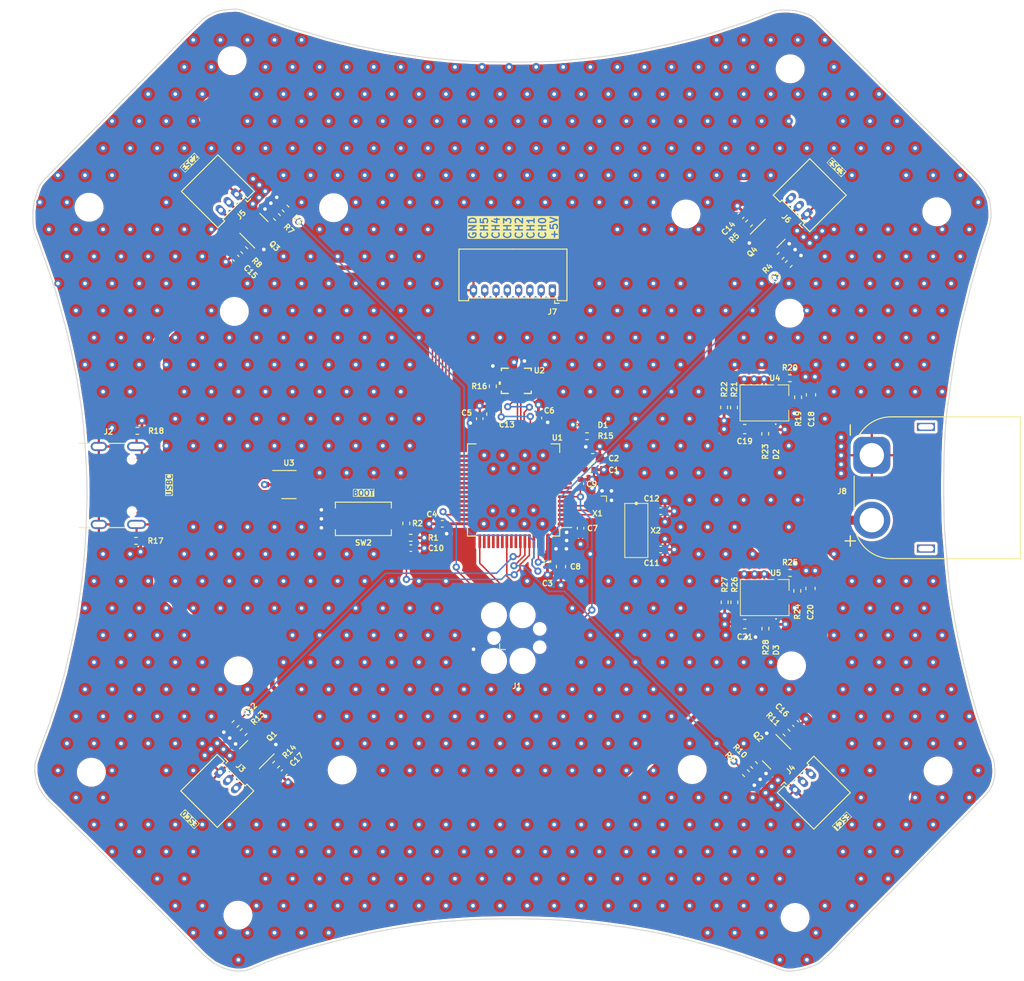
<source format=kicad_pcb>
(kicad_pcb (version 20221018) (generator pcbnew)
  (layers (0 "F.Cu" signal) (1 "In1.Cu" signal) (2 "In2.Cu" signal) (31 "B.Cu" signal) (34 "B.Paste" user) (35 "F.Paste" user) (36 "B.SilkS" user "B.Silkscreen") (37 "F.SilkS" user "F.Silkscreen") (38 "B.Mask" user) (39 "F.Mask" user) (44 "Edge.Cuts" user))
  (net 0 "")
  (net 1 "+3V3")
  (net 2 "GND")
  (net 3 "/SWD_NRST")
  (net 4 "/BOOT0")
  (net 5 "/OSC32_IN")
  (net 6 "/OSC32_OUT")
  (net 7 "Net-(U1-VCAP_1)")
  (net 8 "+5V")
  (net 9 "+BATT")
  (net 10 "Net-(D1-A)")
  (net 11 "Net-(D2-A)")
  (net 12 "Net-(D3-A)")
  (net 13 "/SWD_DIO")
  (net 14 "/SWD_CLK")
  (net 15 "/SWD_TRC")
  (net 16 "Net-(J2-CC1)")
  (net 17 "/USBC_D+")
  (net 18 "/USBC_D-")
  (net 20 "Net-(J2-CC2)")
  (net 22 "Net-(J3-Pin_2)")
  (net 23 "Net-(J4-Pin_2)")
  (net 24 "Net-(J5-Pin_2)")
  (net 25 "Net-(J6-Pin_2)")
  (net 26 "/RF_CH0")
  (net 27 "/RF_CH1")
  (net 28 "/RF_CH2")
  (net 29 "/RF_CH3")
  (net 30 "/RF_CH4")
  (net 31 "/RF_CH5")
  (net 32 "/ESC0")
  (net 33 "/ESC1")
  (net 34 "/ESC2")
  (net 35 "/ESC3")
  (net 36 "Net-(SW2-A)")
  (net 37 "/LED_USER")
  (net 38 "/BMI270_CSB")
  (net 39 "Net-(U4-EN)")
  (net 40 "Net-(U4-AAM)")
  (net 41 "Net-(U4-FB)")
  (net 42 "Net-(U5-EN)")
  (net 43 "Net-(U5-AAM)")
  (net 44 "Net-(U5-FB)")
  (net 46 "/OSC_IN")
  (net 47 "/OSC_OUT")
  (net 55 "/SPI1_SCK")
  (net 56 "/SPI1_MISO")
  (net 57 "/SPI1_MOSI")
  (net 69 "/USB_D-")
  (net 70 "/USB_D+")
  (footprint "Fiducial:Fiducial_1.5mm_Mask4.5mm" (layer "F.Cu") (at 184.32 125.56)
    (fp_text reference "FID5" hide)
    (fp_text value "Fiducial" hide)
  )
  (footprint "Resistor_SMD:R_0402_1005Metric" (layer "F.Cu") (at 117.22513 60.689405 135)
    (fp_text reference "R6")
    (fp_text value "220" hide)
  )
  (footprint "MountingHole:MountingHole_2.7mm_M2.5" (layer "F.Cu") (at 122.55 60.6)
    (fp_text reference "H3" hide)
    (fp_text value "MountingHole" hide)
  )
  (footprint "Resistor_SMD:R_0402_1005Metric" (layer "F.Cu") (at 166.93 82.76 90)
    (fp_text reference "R21")
    (fp_text value "100k" hide)
  )
  (footprint "Resistor_SMD:R_0402_1005Metric" (layer "F.Cu") (at 169.15 122.4 -45)
    (fp_text reference "R10")
    (fp_text value "5k1" hide)
  )
  (footprint "Resistor_SMD:R_0402_1005Metric" (layer "F.Cu") (at 165.895 104.35 -90)
    (fp_text reference "R27")
    (fp_text value "24k" hide)
  )
  (footprint "Resistor_SMD:R_0402_1005Metric" (layer "F.Cu") (at 112.576186 118.745271 -135)
    (fp_text reference "R13")
    (fp_text value "5k1" hide)
  )
  (footprint "LED_SMD:LED_0402_1005Metric" (layer "F.Cu") (at 171.585 107.285 -90)
    (fp_text reference "D3")
    (fp_text value "LED_PW2" hide)
  )
  (footprint "Resistor_SMD:R_0402_1005Metric" (layer "F.Cu") (at 170.408 107.274 -90)
    (fp_text reference "R28")
    (fp_text value "220" hide)
  )
  (footprint "Resistor_SMD:R_0402_1005Metric" (layer "F.Cu") (at 116.27313 61.637405 135)
    (fp_text reference "R7")
    (fp_text value "5k1" hide)
  )
  (footprint "LED_SMD:LED_0402_1005Metric" (layer "F.Cu") (at 171.55 85.69 -90)
    (fp_text reference "D2")
    (fp_text value "LED_PW1" hide)
  )
  (footprint "Capacitor_SMD:C_0402_1005Metric" (layer "F.Cu") (at 149.925 96.15 -90)
    (fp_text reference "C7")
    (fp_text value "100n" hide)
  )
  (footprint "Capacitor_SMD:C_0402_1005Metric" (layer "F.Cu") (at 146.25 99.825 -90)
    (fp_text reference "C3")
    (fp_text value "100n" hide)
  )
  (footprint "ghost-feather-v1:MPM3610" (layer "F.Cu") (at 170 82.25 -90)
    (fp_text reference "U4")
    (fp_text value "MPM3610" hide)
  )
  (footprint "Capacitor_SMD:C_0603_1608Metric" (layer "F.Cu") (at 175.405 102.82 90)
    (fp_text reference "C20")
    (fp_text value "10u" hide)
  )
  (footprint "Resistor_SMD:R_0402_1005Metric" (layer "F.Cu") (at 100.65 97.54 180)
    (fp_text reference "R17")
    (fp_text value "5k1" hide)
  )
  (footprint "MountingHole:MountingHole_2.7mm_M2.5" (layer "F.Cu") (at 95.45 60.55)
    (fp_text reference "H1" hide)
    (fp_text value "MountingHole" hide)
  )
  (footprint "Resistor_SMD:R_0402_1005Metric" (layer "F.Cu") (at 131.1 97.2 180)
    (fp_text reference "R1")
    (fp_text value "10k" hide)
  )
  (footprint "Fiducial:Fiducial_1.5mm_Mask4.5mm" (layer "F.Cu") (at 101.18 58.7)
    (fp_text reference "FID1" hide)
    (fp_text value "Fiducial" hide)
  )
  (footprint "MountingHole:MountingHole_2.7mm_M2.5" (layer "F.Cu") (at 173.696133 139.309613)
    (fp_text reference "H10" hide)
    (fp_text value "MountingHole" hide)
  )
  (footprint "Resistor_SMD:R_0402_1005Metric" (layer "F.Cu") (at 172.094 65.94 45)
    (fp_text reference "R4")
    (fp_text value "5k1" hide)
  )
  (footprint "Resistor_SMD:R_0402_1005Metric" (layer "F.Cu") (at 166.968 104.354 90)
    (fp_text reference "R26")
    (fp_text value "75k" hide)
  )
  (footprint "Package_TO_SOT_SMD:SOT-23" (layer "F.Cu") (at 113.72513 62.789405 135)
    (fp_text reference "Q3")
    (fp_text value "BSS138" hide)
  )
  (footprint "Connector_Molex:Molex_PicoBlade_53048-0810_1x08_P1.25mm_Horizontal" (layer "F.Cu") (at 146.805 69.75 180)
    (fp_text reference "J7")
    (fp_text value "Conn_01x08" hide)
  )
  (footprint "Resistor_SMD:R_0402_1005Metric" (layer "F.Cu") (at 150.6375 85.94)
    (fp_text reference "R15")
    (fp_text value "220" hide)
  )
  (footprint "Fiducial:Fiducial_1.5mm_Mask4.5mm" (layer "F.Cu") (at 175.43 50.67)
    (fp_text reference "FID3" hide)
    (fp_text value "Fiducial" hide)
  )
  (footprint "MountingHole:MountingHole_2.7mm_M2.5" (layer "F.Cu") (at 123.5 122.95)
    (fp_text reference "H16" hide)
    (fp_text value "MountingHole" hide)
  )
  (footprint "Resistor_SMD:R_0402_1005Metric" (layer "F.Cu") (at 173.138 101.104)
    (fp_text reference "R25")
    (fp_text value "82k5" hide)
  )
  (footprint "ghost-feather-v1:MPM3610" (layer "F.Cu") (at 170.03 103.83 -90)
    (fp_text reference "U5")
    (fp_text value "MPM3610" hide)
  )
  (footprint "MountingHole:MountingHole_2.7mm_M2.5" (layer "F.Cu") (at 112 111.95)
    (fp_text reference "H15" hide)
    (fp_text value "MountingHole" hide)
  )
  (footprint "Capacitor_SMD:C_0402_1005Metric" (layer "F.Cu") (at 134.6 95.65 180)
    (fp_text reference "C4")
    (fp_text value "100n" hide)
  )
  (footprint "MountingHole:MountingHole_2.7mm_M2.5" (layer "F.Cu") (at 189.4 61.05)
    (fp_text reference "H6" hide)
    (fp_text value "MountingHole" hide)
  )
  (footprint "Capacitor_SMD:C_0402_1005Metric" (layer "F.Cu") (at 131.11 98.35)
    (fp_text reference "C10")
    (fp_text value "1n" hide)
  )
  (footprint "Resistor_SMD:R_0402_1005Metric" (layer "F.Cu") (at 168.25 123.3 -45)
    (fp_text reference "R9")
    (fp_text value "220" hide)
  )
  (footprint "MountingHole:MountingHole_2.7mm_M2.5" (layer "F.Cu") (at 111.55 72.1)
    (fp_text reference "H4" hide)
    (fp_text value "MountingHole" hide)
  )
  (footprint "Package_QFP:LQFP-64_10x10mm_P0.5mm" (layer "F.Cu") (at 142.5 91.9 180)
    (fp_text reference "U1")
    (fp_text value "STM32F722RETx" hide)
  )
  (footprint "Resistor_SMD:R_0402_1005Metric" (layer "F.Cu") (at 116.176186 122.345271 45)
    (fp_text reference "R14")
    (fp_text value "5k1" hide)
  )
  (footprint "Resistor_SMD:R_0402_1005Metric" (layer "F.Cu") (at 165.83 82.75 -90)
    (fp_text reference "R22")
    (fp_text value "19k1" hide)
  )
  (footprint "Resistor_SMD:R_0402_1005Metric" (layer "F.Cu") (at 111.676186 117.845271 -135)
    (fp_text reference "R12")
    (fp_text value "220" hide)
  )
  (footprint "Capacitor_SMD:C_0603_1608Metric" (layer "F.Cu") (at 147.75 100.4 -90)
    (fp_text reference "C8")
    (fp_text value "4u7" hide)
  )
  (footprint "Capacitor_SMD:C_0402_1005Metric" (layer "F.Cu") (at 149.9 91.2 90)
    (fp_text reference "C9")
    (fp_text value "100n" hide)
  )
  (footprint "Fiducial:Fiducial_1.5mm_Mask4.5mm" (layer "F.Cu") (at 183.87 59.31)
    (fp_text reference "FID4" hide)
    (fp_text value "Fiducial" hide)
  )
  (footprint "Fiducial:Fiducial_1.5mm_Mask4.5mm" (layer "F.Cu") (at 175.68 134.02)
    (fp_text reference "FID6" hide)
    (fp_text value "Fiducial" hide)
  )
  (footprint "MountingHole:MountingHole_2.7mm_M2.5" (layer "F.Cu") (at 111.3 44.3)
    (fp_text reference "H2" hide)
    (fp_text value "MountingHole" hide)
  )
  (footprint "Resistor_SMD:R_0402_1005Metric" (layer "F.Cu") (at 130.61 95.61 90)
    (fp_text reference "R2")
    (fp_text value "100" hide)
  )
  (footprint "Resistor_SMD:R_0402_1005Metric" (layer "F.Cu") (at 173.945 103.084 -90)
    (fp_text reference "R24")
    (fp_text value "100k" hide)
  )
  (footprint "Package_TO_SOT_SMD:SOT-23-6" (layer "F.Cu") (at 117.6 91.3)
    (fp_text reference "U3")
    (fp_text value "USBLC6-2SC6_MOD" hide)
  )
  (footprint "Capacitor_SMD:C_0402_1005Metric" (layer "F.Cu") (at 138.75 84 90)
    (fp_text reference "C5")
    (fp_text value "100n" hide)
  )
  (footprint "Resistor_SMD:R_0402_1005Metric" (layer "F.Cu") (at 174.03 81.62 -90)
    (fp_text reference "R19")
    (fp_text value "100k" hide)
  )
  (footprint "Capacitor_SMD:C_0402_1005Metric" (layer "F.Cu") (at 167.694 61.482 45)
    (fp_text reference "C14")
    (fp_text value "100n" hide)
  )
  (footprint "Capacitor_SMD:C_0402_1005Metric" (layer "F.Cu") (at 158.8 98.5 180)
    (fp_text reference "C11")
    (fp_text value "10p" hide)
  )
  (footprint "Fiducial:Fiducial_1.5mm_Mask4.5mm" (layer "F.Cu") (at 101.11 125.18)
    (fp_text reference "FID8" hide)
    (fp_text value "Fiducial" hide)
  )
  (footprint "Capacitor_SMD:C_0402_1005Metric" (layer "F.Cu") (at 145.25 83.925 90)
    (fp_text reference "C6")
    (fp_text value "100n" hide)
  )
  (footprint "Resistor_SMD:R_0402_1005Metric" (layer "F.Cu") (at 100.8 85.344 180)
    (fp_text reference "R18")
    (fp_text value "5k1" hide)
  )
  (footprint "MountingHole:MountingHole_2.7mm_M2.5" (layer "F.Cu") (at 162.3 122.9)
    (fp_text reference "H11" hide)
    (fp_text value "MountingHole" hide)
  )
  (footprint "Resistor_SMD:R_0402_1005Metric" (layer "F.Cu") (at 172.994 66.84 45)
    (fp_text reference "R3")
    (fp_text value "220" hide)
  )
  (footprint "MountingHole:MountingHole_2.7mm_M2.5" (layer "F.Cu") (at 111.95 139.05)
    (fp_text reference "H13" hide)
    (fp_text value "MountingHole" hide)
  )
  (footprint "Resistor_SMD:R_0402_1005Metric" (layer "F.Cu") (at 112.63913 65.310905 -45)
    (fp_text reference "R8")
    (fp_text value "5k1" hide)
  )
  (footprint "Connector_AMASS:AMASS_XT60PW-M_1x02_P7.20mm_Horizontal" (layer "F.Cu") (at 182.2 88.05 -90)
    (fp_text reference "J8")
    (fp_text value "Conn_01x02" hide)
  )
  (footprint "LED_SMD:LED_0402_1005Metric" (layer "F.Cu") (at 150.6375 84.67)
    (fp_text reference "D1")
    (fp_text value "LED_USER" hide)
  )
  (footprint "Button_Switch_SMD:SW_SPST_EVQPE1" (layer "F.Cu") (at 125.85 95.1 180)
    (fp_text reference "SW2")
    (fp_text value "BOOT0" hide)
  )
  (footprint "Resistor_SMD:R_0402_1005Metric" (layer "F.Cu") (at 172.75 118.8 135)
    (fp_text reference "R11")
    (fp_text value "5k1" hide)
  )
  (footprint "Package_TO_SOT_SMD:SOT-23" (layer "F.Cu") (at 113.676186 121.245271 -135)
    (fp_text reference "Q1")
    (fp_text value "BSS138" hide)
  )
  (footprint "Capacitor_SMD:C_0603_1608Metric" (layer "F.Cu") (at 151.275 88.375)
    (fp_text reference "C2")
    (fp_text value "1u" hide)
  )
  (footprint "Resistor_SMD:R_0402_1005Metric" (layer "F.Cu") (at 168.594 62.34 -135)
    (fp_text reference "R5")
    (fp_text value "5k1" hide)
  )
  (footprint "Capacitor_SMD:C_0603_1608Metric" (layer "F.Cu") (at 168.11 85.15 180)
    (fp_text reference "C19")
    (fp_text value "22u" hide)
  )
  (footprint "MountingHole:MountingHole_2.7mm_M2.5" (layer "F.Cu") (at 173.1 72.3)
    (fp_text reference "H7" hide)
    (fp_text value "MountingHole" hide)
  )
  (footprint "Capacitor_SMD:C_0603_1608Metric" (layer "F.Cu") (at 168.128 106.764 180)
    (fp_text reference "C21")
    (fp_text value "22u" hide)
  )
  (footprint "MountingHole:MountingHole_2.7mm_M2.5" (layer "F.Cu") (at 161.6 61.3)
    (fp_text reference "H8" hide)
    (fp_text value "MountingHole" hide)
  )
  (footprint "Resistor_SMD:R_0402_1005Metric" (layer "F.Cu") (at 170.39 85.67 -90)
    (fp_text reference "R23")
    (fp_text value "220" hide)
  )
  (footprint "MountingHole:MountingHole_2.7mm_M2.5" (layer "F.Cu") (at 95.7 123.2)
    (fp_text reference "H14" hide)
    (fp_text value "MountingHole" hide)
  )
  (footprint "MountingHole:MountingHole_2.7mm_M2.5" (layer "F.Cu") (at 173.15 45.2)
    (fp_text reference "H5" hide)
    (fp_text value "MountingHole" hide)
  )
  (footprint "Capacitor_SMD:C_0402_1005Metric" (layer "F.Cu") (at 111.72513 66.189405 135)
    (fp_text reference "C15")
    (fp_text value "100n" hide)
  )
  (footprint "ghost-feather-v1:BMI270_BOS" (layer "F.Cu") (at 142.8 79.8 180)
    (fp_text reference "U2")
    (fp_text value "BMI270" hide)
  )
  (footprint "Capacitor_SMD:C_0402_1005Metric" (layer "F.Cu") (at 150.925 89.65)
    (fp_text reference "C1")
    (fp_text value "100n" hide)
  )
  (footprint "Connector_Molex:Molex_PicoBlade_53048-0310_1x03_P1.25mm_Horizontal" (layer "F.Cu") (at 109.978186 123.187271 -45)
    (fp_text reference "J3")
    (fp_text value "Conn_01x03" hide)
  )
  (footprint "Capacitor_SMD:C_0402_1005Metric" (layer "F.Cu") (at 117.076186 123.245271 -135)
    (fp_text reference "C17")
    (fp_text value "100n" hide)
  )
  (footprint "Capacitor_SMD:C_0603_1608Metric" (layer "F.Cu") (at 140.04 83.49 90)
    (fp_text reference "C13")
    (fp_text value "2u2" hide)
  )
  (footprint "Package_TO_SOT_SMD:SOT-23" (layer "F.Cu") (at 171.028664 63.448839 45)
    (fp_text reference "Q4")
    (fp_text value "BSS138" hide)
  )
  (footprint "Connector_Molex:Molex_PicoBlade_53048-0310_1x03_P1.25mm_Horizontal" (layer "F.Cu") (at 173.688464 125.14673 45)
    (fp_text reference "J4")
    (fp_text value "Conn_01x03" hide)
  )
  (footprint "Fiducial:Fiducial_1.5mm_Mask4.5mm" (layer "F.Cu") (at 109.82 50.25)
    (fp_text reference "FID2" hide)
    (fp_text value "Fiducial" hide)
  )
  (footprint "Resistor_SMD:R_0402_1005Metric" (layer "F.Cu") (at 140.2 80.4 90)
    (fp_text reference "R16")
    (fp_text value "5k1" hide)
  )
  (footprint "MountingHole:MountingHole_2.7mm_M2.5" (layer "F.Cu") (at 189.546133 123.059613)
    (fp_text reference "H9" hide)
    (fp_text value "MountingHole" hide)
  )
  (footprint "ghost-feather-v1:CC4V-T1A-32.768kHz" (layer "F.Cu") (at 156.1 96.392801 -90)
    (fp_text reference "X2")
    (fp_text value "32kHz768" hide)
  )
  (footprint "Capacitor_SMD:C_0402_1005Metric" (layer "F.Cu") (at 158.8 94.247801 180)
    (fp_text reference "C12")
    (fp_text value "10p" hide)
  )
  (footprint "ghost-feather-v1:AMPMGFB_1.6mm1.2mm_16MHz" (layer "F.Cu") (at 151.8 93.275)
    (fp_text reference "X1")
    (fp_text value "16MHz" hide)
  )
  (footprint "Connector_USB:USB_C_Receptacle_GCT_USB4105-xx-A_16P_TopMnt_Horizontal" (layer "F.Cu") (at 97.61 91.4 -90)
    (fp_text reference "J2")
    (fp_text value "USB_C_Receptacle_USB2.0" hide)
  )
  (footprint "MountingHole:MountingHole_2.7mm_M2.5" (layer "F.Cu") (at 173.3 111.4)
    (fp_text reference "H12" hide)
    (fp_text value "MountingHole" hide)
  )
  (footprint "Connector_Molex:Molex_PicoBlade_53048-0310_1x03_P1.25mm_Horizontal" (layer "F.Cu") (at 175.001802 61.295965 135)
    (fp_text reference "J6")
    (fp_text value "Conn_01x03" hide)
  )
  (footprint "Connector_Molex:Molex_PicoBlade_53048-0310_1x03_P1.25mm_Horizontal" (layer "F.Cu") (at 111.811095 59.107603 -135)
    (fp_text reference "J5")
    (fp_text value "Conn_01x03" hide)
  )
  (footprint "Connector:Tag-Connect_TC2030-IDC-FP_2x03_P1.27mm_Vertical" (layer "F.Cu") (at 142.86 108.32)
    (fp_text reference "J1")
    (fp_text value "Conn_ARM_SWD_TagConnect_TC2030" hide)
  )
  (footprint "Fiducial:Fiducial_1.5mm_Mask4.5mm" (layer "F.Cu") (at 109.57 133.79)
    (fp_text reference "FID7" hide)
    (fp_text value "Fiducial" hide)
  )
  (footprint "Package_TO_SOT_SMD:SOT-23" (layer "F.Cu") (at 171.65 121.3 -45)
    (fp_text reference "Q2")
    (fp_text value "BSS138" hide)
  )
  (footprint "Capacitor_SMD:C_0402_1005Metric" (layer "F.Cu") (at 173.75 117.8 -45)
    (fp_text reference "C16")
    (fp_text value "100n" hide)
  )
  (footprint "Capacitor_SMD:C_0603_1608Metric" (layer "F.Cu") (at 175.46 81.35 90)
    (fp_text reference "C18")
    (fp_text value "10u" hide)
  )
  (footprint "Resistor_SMD:R_0402_1005Metric" (layer "F.Cu") (at 173.12 79.51)
    (fp_text reference "R20")
    (fp_text value "47k" hide)
  )
  (gr_line (start 163.2 142.18) (end 164.56 142.55) (stroke (width 0.1)) (layer "Edge.Cuts"))
  (gr_line (start 129.09 140.56) (end 130.39 140.34) (stroke (width 0.1)) (layer "Edge.Cuts"))
  (gr_line (start 174.76 39.03) (end 174.12 38.84) (stroke (width 0.1)) (layer "Edge.Cuts"))
  (gr_line (start 126.49 141.06) (end 127.84 140.79) (stroke (width 0.1)) (layer "Edge.Cuts"))
  (gr_line (start 132.75 43.94) (end 130.47 43.61) (stroke (width 0.1)) (layer "Edge.Cuts"))
  (gr_line (start 108.54 143.81) (end 108.89 144.08) (stroke (width 0.1)) (layer "Edge.Cuts"))
  (gr_line (start 116.93 40.31) (end 115.66 39.87) (stroke (width 0.1)) (layer "Edge.Cuts"))
  (gr_line (start 173.59 38.74) (end 173.06 38.69) (stroke (width 0.1)) (layer "Edge.Cuts"))
  (gr_line (start 153.05 140.14) (end 153.96 140.27) (stroke (width 0.1)) (layer "Edge.Cuts"))
  (gr_line (start 108.58 39.33) (end 108.29 39.52) (stroke (width 0.1)) (layer "Edge.Cuts"))
  (gr_line (start 89.44 122.42) (end 89.43 122.65) (stroke (width 0.1)) (layer "Edge.Cuts"))
  (gr_line (start 93.51 108.79) (end 92.74 112.22) (stroke (width 0.1)) (layer "Edge.Cuts"))
  (gr_line (start 195.84 123.21) (end 195.84 122.85) (stroke (width 0.1)) (layer "Edge.Cuts"))
  (gr_line (start 195.28 59.92) (end 195.24 59.77) (stroke (width 0.1)) (layer "Edge.Cuts"))
  (gr_line (start 190.56 100.05) (end 190.28 96.49) (stroke (width 0.1)) (layer "Edge.Cuts"))
  (gr_line (start 193.84 57.49) (end 193.36 56.98) (stroke (width 0.1)) (layer "Edge.Cuts"))
  (gr_line (start 133.09 139.94) (end 133.7 139.87) (stroke (width 0.1)) (layer "Edge.Cuts"))
  (gr_line (start 89.25 62.25) (end 89.26 62.54) (stroke (width 0.1)) (layer "Edge.Cuts"))
  (gr_line (start 195.24 59.77) (end 195.13 59.46) (stroke (width 0.1)) (layer "Edge.Cuts"))
  (gr_line (start 195.33 60.26) (end 195.28 59.92) (stroke (width 0.1)) (layer "Edge.Cuts"))
  (gr_line (start 91.58 69.36) (end 91.81 70.09) (stroke (width 0.1)) (layer "Edge.Cuts"))
  (gr_line (start 90.16 57.87) (end 90.02 58.08) (stroke (width 0.1)) (layer "Edge.Cuts"))
  (gr_line (start 190.51 83.34) (end 190.65 82.36) (stroke (width 0.1)) (layer "Edge.Cuts"))
  (gr_line (start 195.13 120.38) (end 194.83 119.58) (stroke (width 0.1)) (layer "Edge.Cuts"))
  (gr_line (start 144.37 139.47) (end 145.38 139.5) (stroke (width 0.1)) (layer "Edge.Cuts"))
  (gr_line (start 194.94 63.47) (end 195.13 62.9) (stroke (width 0.1)) (layer "Edge.Cuts"))
  (gr_line (start 89.22 61.24) (end 89.23 61.71) (stroke (width 0.1)) (layer "Edge.Cuts"))
  (gr_line (start 113.78 144.83) (end 114.45 144.55) (stroke (width 0.1)) (layer "Edge.Cuts"))
  (gr_line (start 194.12 57.8) (end 193.84 57.49) (stroke (width 0.1)) (layer "Edge.Cuts"))
  (gr_line (start 90.37 125.67) (end 90.75 126.13) (stroke (width 0.1)) (layer "Edge.Cuts"))
  (gr_line (start 143.09 139.45) (end 144.37 139.47) (stroke (width 0.1)) (layer "Edge.Cuts"))
  (gr_line (start 194.5 58.28) (end 194.35 58.09) (stroke (width 0.1)) (layer "Edge.Cuts"))
  (gr_line (start 179.19 141.61) (end 186.61 134.12) (stroke (width 0.1)) (layer "Edge.Cuts"))
  (gr_line (start 127.84 140.79) (end 129.09 140.56) (stroke (width 0.1)) (layer "Edge.Cuts"))
  (gr_line (start 193.04 113.72) (end 192.52 111.62) (stroke (width 0.1)) (layer "Edge.Cuts"))
  (gr_line (start 175.71 144.68) (end 176.12 144.5) (stroke (width 0.1)) (layer "Edge.Cuts"))
  (gr_line (start 170.85 144.6) (end 171.74 144.94) (stroke (width 0.1)) (layer "Edge.Cuts"))
  (gr_line (start 191.98 109.29) (end 191.51 107.04) (stroke (width 0.1)) (layer "Edge.Cuts"))
  (gr_line (start 89.56 121.88) (end 89.49 122.14) (stroke (width 0.1)) (layer "Edge.Cuts"))
  (gr_line (start 190.65 82.36) (end 190.85 80.91) (stroke (width 0.1)) (layer "Edge.Cuts"))
  (gr_line (start 192.23 73.16) (end 192.52 72) (stroke (width 0.1)) (layer "Edge.Cuts"))
  (gr_line (start 106.04 41.66) (end 104.35 43.4) (stroke (width 0.1)) (layer "Edge.Cuts"))
  (gr_line (start 95.12 96.22) (end 94.94 99.14) (stroke (width 0.1)) (layer "Edge.Cuts"))
  (gr_line (start 112.1 38.62) (end 111.83 38.59) (stroke (width 0.1)) (layer "Edge.Cuts"))
  (gr_line (start 130.47 43.61) (end 128.23 43.25) (stroke (width 0.1)) (layer "Edge.Cuts"))
  (gr_line (start 147.03 44.36) (end 145.73 44.41) (stroke (width 0.1)) (layer "Edge.Cuts"))
  (gr_line (start 172.64 145.22) (end 172.87 145.25) (stroke (width 0.1)) (layer "Edge.Cuts"))
  (gr_line (start 195.57 121.45) (end 195.34 120.93) (stroke (width 0.1)) (layer "Edge.Cuts"))
  (gr_line (start 195.34 62.14) (end 195.4 61.74) (stroke (width 0.1)) (layer "Edge.Cuts"))
  (gr_line (start 89.58 59.24) (end 89.44 59.72) (stroke (width 0.1)) (layer "Edge.Cuts"))
  (gr_line (start 193.51 68.17) (end 193.98 66.53) (stroke (width 0.1)) (layer "Edge.Cuts"))
  (gr_line (start 89.39 63.24) (end 89.69 64.02) (stroke (width 0.1)) (layer "Edge.Cuts"))
  (gr_line (start 110.09 38.73) (end 109.78 38.8) (stroke (width 0.1)) (layer "Edge.Cuts"))
  (gr_line (start 92.74 112.22) (end 92.06 114.67) (stroke (width 0.1)) (layer "Edge.Cuts"))
  (gr_line (start 191.07 79.29) (end 191.29 77.95) (stroke (width 0.1)) (layer "Edge.Cuts"))
  (gr_line (start 122.49 142) (end 124.24 141.57) (stroke (width 0.1)) (layer "Edge.Cuts"))
  (gr_line (start 133.7 139.87) (end 134.74 139.77) (stroke (width 0.1)) (layer "Edge.Cuts"))
  (gr_line (start 89.23 61.71) (end 89.25 62.25) (stroke (width 0.1)) (layer "Edge.Cuts"))
  (gr_line (start 89.44 123.14) (end 89.49 123.57) (stroke (width 0.1)) (layer "Edge.Cuts"))
  (gr_line (start 90.35 119.65) (end 89.78 121.22) (stroke (width 0.1)) (layer "Edge.Cuts"))
  (gr_line (start 89.28 62.74) (end 89.32 62.97) (stroke (width 0.1)) (layer "Edge.Cuts"))
  (gr_line (start 176.49 144.27) (end 176.88 143.93) (stroke (width 0.1)) (layer "Edge.Cuts"))
  (gr_line (start 177.89 142.98) (end 178.47 142.37) (stroke (width 0.1)) (layer "Edge.Cuts"))
  (gr_line (start 190.17 92.51) (end 190.17 90.76) (stroke (width 0.1)) (layer "Edge.Cuts"))
  (gr_line (start 169.54 39.51) (end 168.97 39.73) (stroke (width 0.1)) (layer "Edge.Cuts"))
  (gr_line (start 150.18 44.08) (end 148.44 44.24) (stroke (width 0.1)) (layer "Edge.Cuts"))
  (gr_line (start 159.26 141.19) (end 160.77 141.55) (stroke (width 0.1)) (layer "Edge.Cuts"))
  (gr_line (start 164.82 41.12) (end 163.69 41.46) (stroke (width 0.1)) (layer "Edge.Cuts"))
  (gr_line (start 194.54 118.72) (end 194.19 117.68) (stroke (width 0.1)) (layer "Edge.Cuts"))
  (gr_line (start 89.58 124.01) (end 89.67 124.34) (stroke (width 0.1)) (layer "Edge.Cuts"))
  (gr_line (start 195.4 61.74) (end 195.41 61.36) (stroke (width 0.1)) (layer "Edge.Cuts"))
  (gr_line (start 195.76 123.94) (end 195.82 123.6) (stroke (width 0.1)) (layer "Edge.Cuts"))
  (gr_line (start 166.5 143.13) (end 167.7 143.5) (stroke (width 0.1)) (layer "Edge.Cuts"))
  (gr_line (start 195.53 124.68) (end 195.69 124.23) (stroke (width 0.1)) (layer "Edge.Cuts"))
  (gr_line (start 195.28 62.43) (end 195.34 62.14) (stroke (width 0.1)) (layer "Edge.Cuts"))
  (gr_line (start 114.4 39.41) (end 113.3 39.02) (stroke (width 0.1)) (layer "Edge.Cuts"))
  (gr_line (start 194.83 119.58) (end 194.54 118.72) (stroke (width 0.1)) (layer "Edge.Cuts"))
  (gr_line (start 171.37 38.81) (end 171.01 38.94) (stroke (width 0.1)) (layer "Edge.Cuts"))
  (gr_line (start 173.49 145.24) (end 173.78 145.19) (stroke (width 0.1)) (layer "Edge.Cuts"))
  (gr_line (start 157.94 140.92) (end 159.26 141.19) (stroke (width 0.1)) (layer "Edge.Cuts"))
  (gr_line (start 190.47 83.71) (end 190.51 83.34) (stroke (width 0.1)) (layer "Edge.Cuts"))
  (gr_line (start 190.28 96.49) (end 190.24 95.71) (stroke (width 0.1)) (layer "Edge.Cuts"))
  (gr_line (start 190.85 80.91) (end 191.07 79.29) (stroke (width 0.1)) (layer "Edge.Cuts"))
  (gr_line (start 89.43 122.65) (end 89.44 123.14) (stroke (width 0.1)) (layer "Edge.Cuts"))
  (gr_line (start 194.35 58.09) (end 194.12 57.8) (stroke (width 0.1)) (layer "Edge.Cuts"))
  (gr_line (start 89.92 124.95) (end 90.37 125.67) (stroke (width 0.1)) (layer "Edge.Cuts"))
  (gr_line (start 191.51 107.04) (end 191.07 104.45) (stroke (width 0.1)) (layer "Edge.Cuts"))
  (gr_line (start 95.22 92.82) (end 95.12 96.22) (stroke (width 0.1)) (layer "Edge.Cuts"))
  (gr_line (start 123.19 42.17) (end 121.66 41.77) (stroke (width 0.1)) (layer "Edge.Cuts"))
  (gr_line (start 94.57 82.58) (end 94.83 84.81) (stroke (width 0.1)) (layer "Edge.Cuts"))
  (gr_line (start 134.79 44.16) (end 132.75 43.94) (stroke (width 0.1)) (layer "Edge.Cuts"))
  (gr_line (start 95.04 87.47) (end 95.18 89.9) (stroke (width 0.1)) (layer "Edge.Cuts"))
  (gr_line (start 191.49 76.75) (end 191.69 75.7) (stroke (width 0.1)) (layer "Edge.Cuts"))
  (gr_line (start 114.45 144.55) (end 115.05 144.3) (stroke (width 0.1)) (layer "Edge.Cuts"))
  (gr_line (start 111.14 38.61) (end 110.73 38.64) (stroke (width 0.1)) (layer "Edge.Cuts"))
  (gr_line (start 195.7 121.81) (end 195.57 121.45) (stroke (width 0.1)) (layer "Edge.Cuts"))
  (gr_line (start 195.39 124.98) (end 195.53 124.68) (stroke (width 0.1)) (layer "Edge.Cuts"))
  (gr_line (start 193.98 66.53) (end 194.27 65.54) (stroke (width 0.1)) (layer "Edge.Cuts"))
  (gr_line (start 145.38 139.5) (end 146.6 139.54) (stroke (width 0.1)) (layer "Edge.Cuts"))
  (gr_line (start 89.77 124.62) (end 89.92 124.95) (stroke (width 0.1)) (layer "Edge.Cuts"))
  (gr_line (start 95.23 92.26) (end 95.22 92.82) (stroke (width 0.1)) (layer "Edge.Cuts"))
  (gr_line (start 89.69 64.02) (end 89.87 64.5) (stroke (width 0.1)) (layer "Edge.Cuts"))
  (gr_line (start 109.83 144.68) (end 110.34 144.9) (stroke (width 0.1)) (layer "Edge.Cuts"))
  (gr_line (start 138.46 44.4) (end 136.8 44.32) (stroke (width 0.1)) (layer "Edge.Cuts"))
  (gr_line (start 121.66 41.77) (end 119.95 41.25) (stroke (width 0.1)) (layer "Edge.Cuts"))
  (gr_line (start 90.96 118.03) (end 90.35 119.65) (stroke (width 0.1)) (layer "Edge.Cuts"))
  (gr_line (start 165.75 40.82) (end 164.82 41.12) (stroke (width 0.1)) (layer "Edge.Cuts"))
  (gr_line (start 107.92 39.84) (end 106.04 41.66) (stroke (width 0.1)) (layer "Edge.Cuts"))
  (gr_line (start 90.02 58.08) (end 89.9 58.32) (stroke (width 0.1)) (layer "Edge.Cuts"))
  (gr_line (start 118.36 40.79) (end 116.93 40.31) (stroke (width 0.1)) (layer "Edge.Cuts"))
  (gr_line (start 111.78 145.25) (end 112.16 145.26) (stroke (width 0.1)) (layer "Edge.Cuts"))
  (gr_line (start 162.3 41.84) (end 160.97 42.17) (stroke (width 0.1)) (layer "Edge.Cuts"))
  (gr_line (start 164.56 142.55) (end 165.38 142.78) (stroke (width 0.1)) (layer "Edge.Cuts"))
  (gr_line (start 172.87 145.25) (end 173.14 145.26) (stroke (width 0.1)) (layer "Edge.Cuts"))
  (gr_line (start 94.08 105.96) (end 93.51 108.79) (stroke (width 0.1)) (layer "Edge.Cuts"))
  (gr_line (start 94.94 99.14) (end 94.65 101.97) (stroke (width 0.1)) (layer "Edge.Cuts"))
  (gr_line (start 89.3 60.34) (end 89.23 60.95) (stroke (width 0.1)) (layer "Edge.Cuts"))
  (gr_line (start 154.75 140.37) (end 155.81 140.55) (stroke (width 0.1)) (layer "Edge.Cuts"))
  (gr_line (start 172 38.7) (end 171.58 38.76) (stroke (width 0.1)) (layer "Edge.Cuts"))
  (gr_line (start 89.44 59.72) (end 89.3 60.34) (stroke (width 0.1)) (layer "Edge.Cuts"))
  (gr_line (start 94.11 79.63) (end 94.57 82.58) (stroke (width 0.1)) (layer "Edge.Cuts"))
  (gr_line (start 167.7 143.5) (end 168.85 143.9) (stroke (width 0.1)) (layer "Edge.Cuts"))
  (gr_line (start 111.59 38.58) (end 111.42 38.59) (stroke (width 0.1)) (layer "Edge.Cuts"))
  (gr_line (start 117.7 143.38) (end 118.9 143) (stroke (width 0.1)) (layer "Edge.Cuts"))
  (gr_line (start 131.68 140.14) (end 133.09 139.94) (stroke (width 0.1)) (layer "Edge.Cuts"))
  (gr_line (start 113.3 145.03) (end 113.78 144.83) (stroke (width 0.1)) (layer "Edge.Cuts"))
  (gr_line (start 89.49 123.57) (end 89.58 124.01) (stroke (width 0.1)) (layer "Edge.Cuts"))
  (gr_line (start 140.82 44.44) (end 138.46 44.4) (stroke (width 0.1)) (layer "Edge.Cuts"))
  (gr_line (start 116.5 143.75) (end 117.16 143.55) (stroke (width 0.1)) (layer "Edge.Cuts"))
  (gr_line (start 110.79 145.06) (end 111.19 145.16) (stroke (width 0.1)) (layer "Edge.Cuts"))
  (gr_line (start 171.58 38.76) (end 171.37 38.81) (stroke (width 0.1)) (layer "Edge.Cuts"))
  (gr_line (start 111.42 38.59) (end 111.14 38.61) (stroke (width 0.1)) (layer "Edge.Cuts"))
  (gr_line (start 130.39 140.34) (end 131.68 140.14) (stroke (width 0.1)) (layer "Edge.Cuts"))
  (gr_line (start 165.38 142.78) (end 166.5 143.13) (stroke (width 0.1)) (layer "Edge.Cuts"))
  (gr_line (start 172.55 38.68) (end 172 38.7) (stroke (width 0.1)) (layer "Edge.Cuts"))
  (gr_line (start 195.84 122.85) (end 195.81 122.5) (stroke (width 0.1)) (layer "Edge.Cuts"))
  (gr_line (start 173.06 38.69) (end 172.55 38.68) (stroke (width 0.1)) (layer "Edge.Cuts"))
  (gr_line (start 190.23 87.63) (end 190.3 85.99) (stroke (width 0.1)) (layer "Edge.Cuts"))
  (gr_line (start 172.4 145.17) (end 172.64 145.22) (stroke (width 0.1)) (layer "Edge.Cuts"))
  (gr_line (start 192.52 72) (end 192.75 71.08) (stroke (width 0.1)) (layer "Edge.Cuts"))
  (gr_line (start 166.92 40.43) (end 165.75 40.82) (stroke (width 0.1)) (layer "Edge.Cuts"))
  (gr_line (start 193.84 116.61) (end 193.6 115.76) (stroke (width 0.1)) (layer "Edge.Cuts"))
  (gr_line (start 176.12 144.5) (end 176.49 144.27) (stroke (width 0.1)) (layer "Edge.Cuts"))
  (gr_line (start 141.9 139.45) (end 143.09 139.45) (stroke (width 0.1)) (layer "Edge.Cuts"))
  (gr_line (start 95.18 89.9) (end 95.23 92.26) (stroke (width 0.1)) (layer "Edge.Cuts"))
  (gr_line (start 90.75 66.94) (end 91.58 69.36) (stroke (width 0.1)) (layer "Edge.Cuts"))
  (gr_line (start 112.36 38.68) (end 112.1 38.62) (stroke (width 0.1)) (layer "Edge.Cuts"))
  (gr_line (start 194.19 117.68) (end 193.84 116.61) (stroke (width 0.1)) (layer "Edge.Cuts"))
  (gr_line (start 112.16 145.26) (end 112.57 145.22) (stroke (width 0.1)) (layer "Edge.Cuts"))
  (gr_line (start 92.06 114.67) (end 90.96 118.03) (stroke (width 0.1)) (layer "Edge.Cuts"))
  (gr_line (start 124.24 141.57) (end 126.49 141.06) (stroke (width 0.1)) (layer "Edge.Cuts"))
  (gr_line (start 156.92 140.73) (end 157.94 140.92) (stroke (width 0.1)) (layer "Edge.Cuts"))
  (gr_line (start 94.91 85.71) (end 95.04 87.47) (stroke (width 0.1)) (layer "Edge.Cuts"))
  (gr_line (start 136.8 44.32) (end 134.79 44.16) (stroke (width 0.1)) (layer "Edge.Cuts"))
  (gr_line (start 138.18 139.53) (end 139.31 139.49) (stroke (width 0.1)) (layer "Edge.Cuts"))
  (gr_line (start 150.63 139.86) (end 151.51 139.95) (stroke (width 0.1)) (layer "Edge.Cuts"))
  (gr_line (start 109.54 38.87) (end 109.19 39.01) (stroke (width 0.1)) (layer "Edge.Cuts"))
  (gr_line (start 109.19 39.01) (end 108.83 39.2) (stroke (width 0.1)) (layer "Edge.Cuts"))
  (gr_line (start 95.83 131.1) (end 103.2 138.47) (stroke (width 0.1)) (layer "Edge.Cuts"))
  (gr_line (start 119.95 41.25) (end 118.36 40.79) (stroke (width 0.1)) (layer "Edge.Cuts"))
  (gr_line (start 190.3 85.99) (end 190.33 85.48) (stroke (width 0.1)) (layer "Edge.Cuts"))
  (gr_line (start 193.36 56.98) (end 176.11 39.85) (stroke (width 0.1)) (layer "Edge.Cuts"))
  (gr_line (start 139.31 139.49) (end 140.64 139.46) (stroke (width 0.1)) (layer "Edge.Cuts"))
  (gr_line (start 190.2 94.57) (end 190.17 92.51) (stroke (width 0.1)) (layer "Edge.Cuts"))
  (gr_line (start 163.69 41.46) (end 162.3 41.84) (stroke (width 0.1)) (layer "Edge.Cuts"))
  (gr_line (start 109.78 38.8) (end 109.54 38.87) (stroke (width 0.1)) (layer "Edge.Cuts"))
  (gr_line (start 110.34 144.9) (end 110.79 145.06) (stroke (width 0.1)) (layer "Edge.Cuts"))
  (gr_line (start 167.54 40.23) (end 166.92 40.43) (stroke (width 0.1)) (layer "Edge.Cuts"))
  (gr_line (start 140.64 139.46) (end 141.9 139.45) (stroke (width 0.1)) (layer "Edge.Cuts"))
  (gr_line (start 174.26 145.11) (end 174.69 145.01) (stroke (width 0.1)) (layer "Edge.Cuts"))
  (gr_line (start 94.65 101.97) (end 94.38 103.9) (stroke (width 0.1)) (layer "Edge.Cuts"))
  (gr_line (start 103.2 138.47) (end 108.14 143.45) (stroke (width 0.1)) (layer "Edge.Cuts"))
  (gr_line (start 104.35 43.4) (end 102.7 45.09) (stroke (width 0.1)) (layer "Edge.Cuts"))
  (gr_line (start 92.08 127.42) (end 95.83 131.1) (stroke (width 0.1)) (layer "Edge.Cuts"))
  (gr_line (start 89.75 58.71) (end 89.58 59.24) (stroke (width 0.1)) (layer "Edge.Cuts"))
  (gr_line (start 113.3 39.02) (end 112.73 38.81) (stroke (width 0.1)) (layer "Edge.Cuts"))
  (gr_line (start 151.51 139.95) (end 152.27 140.04) (stroke (width 0.1)) (layer "Edge.Cuts"))
  (gr_line (start 191.93 74.5) (end 192.23 73.16) (stroke (width 0.1)) (layer "Edge.Cuts"))
  (gr_line (start 89.66 121.56) (end 89.56 121.88) (stroke (width 0.1)) (layer "Edge.Cuts"))
  (gr_line (start 89.23 60.95) (end 89.22 61.24) (stroke (width 0.1)) (layer "Edge.Cuts"))
  (gr_line (start 115.05 144.3) (end 115.57 144.1) (stroke (width 0.1)) (layer "Edge.Cuts"))
  (gr_line (start 89.26 62.54) (end 89.28 62.74) (stroke (width 0.1)) (layer "Edge.Cuts"))
  (gr_line (start 117.16 143.55) (end 117.7 143.38) (stroke (width 0.1)) (layer "Edge.Cuts"))
  (gr_line (start 175.16 39.18) (end 174.76 39.03) (stroke (width 0.1)) (layer "Edge.Cuts"))
  (gr_line (start 143.32 44.45) (end 140.82 44.44) (stroke (width 0.1)) (layer "Edge.Cuts"))
  (gr_line (start 112.88 145.16) (end 113.3 145.03) (stroke (width 0.1)) (layer "Edge.Cuts"))
  (gr_line (start 152.62 43.8) (end 150.18 44.08) (stroke (width 0.1)) (layer "Edge.Cuts"))
  (gr_line (start 149.7 139.77) (end 150.63 139.86) (stroke (width 0.1)) (layer "Edge.Cuts"))
  (gr_line (start 168.85 143.9) (end 169.89 144.26) (stroke (width 0.1)) (layer "Edge.Cuts"))
  (gr_line (start 168.97 39.73) (end 168.24 40) (stroke (width 0.1)) (layer "Edge.Cuts"))
  (gr_line (start 191.29 77.95) (end 191.49 76.75) (stroke (width 0.1)) (layer "Edge.Cuts"))
  (gr_line (start 174.12 38.84) (end 173.59 38.74) (stroke (width 0.1)) (layer "Edge.Cuts"))
  (gr_line (start 92.91 74.05) (end 93.46 76.43) (stroke (width 0.1)) (layer "Edge.Cuts"))
  (gr_line (start 115.57 144.1) (end 116.5 143.75) (stroke (width 0.1)) (layer "Edge.Cuts"))
  (gr_line (start 112.73 38.81) (end 112.36 38.68) (stroke (width 0.1)) (layer "Edge.Cuts"))
  (gr_line (start 152.27 140.04) (end 153.05 140.14) (stroke (width 0.1)) (layer "Edge.Cuts"))
  (gr_line (start 190.85 102.91) (end 190.71 101.58) (stroke (width 0.1)) (layer "Edge.Cuts"))
  (gr_line (start 89.67 124.34) (end 89.77 124.62) (stroke (width 0.1)) (layer "Edge.Cuts"))
  (gr_line (start 109.28 144.39) (end 109.83 144.68) (stroke (width 0.1)) (layer "Edge.Cuts"))
  (gr_line (start 137.22 139.58) (end 138.18 139.53) (stroke (width 0.1)) (layer "Edge.Cuts"))
  (gr_line (start 194.92 59.01) (end 194.71 58.6) (stroke (width 0.1)) (layer "Edge.Cuts"))
  (gr_line (start 89.32 62.97) (end 89.39 63.24) (stroke (width 0.1)) (layer "Edge.Cuts"))
  (gr_line (start 192.52 111.62) (end 191.98 109.29) (stroke (width 0.1)) (layer "Edge.Cuts"))
  (gr_line (start 145.73 44.41) (end 143.32 44.45) (stroke (width 0.1)) (layer "Edge.Cuts"))
  (gr_line (start 169.89 144.26) (end 170.85 144.6) (stroke (width 0.1)) (layer "Edge.Cuts"))
  (gr_line (start 176.11 39.85) (end 175.81 39.57) (stroke (width 0.1)) (layer "Edge.Cuts"))
  (gr_line (start 108.89 144.08) (end 109.28 144.39) (stroke (width 0.1)) (layer "Edge.Cuts"))
  (gr_line (start 89.49 122.14) (end 89.44 122.42) (stroke (width 0.1)) (layer "Edge.Cuts"))
  (gr_line (start 191.07 104.45) (end 190.85 102.91) (stroke (width 0.1)) (layer "Edge.Cuts"))
  (gr_line (start 118.9 143) (end 120.54 142.52) (stroke (width 0.1)) (layer "Edge.Cuts"))
  (gr_line (start 194.67 125.89) (end 195.13 125.37) (stroke (width 0.1)) (layer "Edge.Cuts"))
  (gr_line (start 93.46 76.43) (end 94.11 79.63) (stroke (width 0.1)) (layer "Edge.Cuts"))
  (gr_line (start 91.15 126.54) (end 92.08 127.42) (stroke (width 0.1)) (layer "Edge.Cuts"))
  (gr_line (start 195.77 122.15) (end 195.7 121.81) (stroke (width 0.1)) (layer "Edge.Cuts"))
  (gr_line (start 155.81 140.55) (end 156.92 140.73) (stroke (width 0.1)) (layer "Edge.Cuts"))
  (gr_line (start 178.47 142.37) (end 179.19 141.61) (stroke (width 0.1)) (layer "Edge.Cuts"))
  (gr_line (start 192.75 71.08) (end 192.95 70.25) (stroke (width 0.1)) (layer "Edge.Cuts"))
  (gr_line (start 115.66 39.87) (end 114.4 39.41) (stroke (width 0.1)) (layer "Edge.Cuts"))
  (gr_line (start 89.9 58.32) (end 89.75 58.71) (stroke (width 0.1)) (layer "Edge.Cuts"))
  (gr_line (start 110.38 38.68) (end 110.09 38.73) (stroke (width 0.1)) (layer "Edge.Cuts"))
  (gr_line (start 195.41 61.36) (end 195.39 60.84) (stroke (width 0.1)) (layer "Edge.Cuts"))
  (gr_line (start 108.83 39.2) (end 108.58 39.33) (stroke (width 0.1)) (layer "Edge.Cuts"))
  (gr_line (start 176.88 143.93) (end 177.37 143.46) (stroke (width 0.1)) (layer "Edge.Cuts"))
  (gr_line (start 90.49 57.47) (end 90.16 57.87) (stroke (width 0.1)) (layer "Edge.Cuts"))
  (gr_line (start 195.39 60.84) (end 195.33 60.26) (stroke (width 0.1)) (layer "Edge.Cuts"))
  (gr_line (start 108.11 39.68) (end 107.92 39.84) (stroke (width 0.1)) (layer "Edge.Cuts"))
  (gr_line (start 195.13 125.37) (end 195.39 124.98) (stroke (width 0.1)) (layer "Edge.Cuts"))
  (gr_line (start 108.14 143.45) (end 108.54 143.81) (stroke (width 0.1)) (layer "Edge.Cuts"))
  (gr_line (start 111.46 145.21) (end 111.78 145.25) (stroke (width 0.1)) (layer "Edge.Cuts"))
  (gr_line (start 192.95 70.25) (end 193.2 69.24) (stroke (width 0.1)) (layer "Edge.Cuts"))
  (gr_line (start 170.58 39.11) (end 169.54 39.51) (stroke (width 0.1)) (layer "Edge.Cuts"))
  (gr_line (start 173.78 145.19) (end 174.26 145.11) (stroke (width 0.1)) (layer "Edge.Cuts"))
  (gr_line (start 128.23 43.25) (end 126.87 42.98) (stroke (width 0.1)) (layer "Edge.Cuts"))
  (gr_line (start 155.04 43.42) (end 152.62 43.8) (stroke (width 0.1)) (layer "Edge.Cuts"))
  (gr_line (start 194.27 65.54) (end 194.59 64.56) (stroke (width 0.1)) (layer "Edge.Cuts"))
  (gr_line (start 111.19 145.16) (end 111.46 145.21) (stroke (width 0.1)) (layer "Edge.Cuts"))
  (gr_line (start 195.13 59.46) (end 194.92 59.01) (stroke (width 0.1)) (layer "Edge.Cuts"))
  (gr_line (start 168.24 40) (end 167.54 40.23) (stroke (width 0.1)) (layer "Edge.Cuts"))
  (gr_line (start 173.14 145.26) (end 173.49 145.24) (stroke (width 0.1)) (layer "Edge.Cuts"))
  (gr_line (start 190.71 101.58) (end 190.56 100.05) (stroke (width 0.1)) (layer "Edge.Cuts"))
  (gr_line (start 153.96 140.27) (end 154.75 140.37) (stroke (width 0.1)) (layer "Edge.Cuts"))
  (gr_line (start 172.1 145.08) (end 172.4 145.17) (stroke (width 0.1)) (layer "Edge.Cuts"))
  (gr_line (start 120.54 142.52) (end 122.49 142) (stroke (width 0.1)) (layer "Edge.Cuts"))
  (gr_line (start 125.23 42.65) (end 123.19 42.17) (stroke (width 0.1)) (layer "Edge.Cuts"))
  (gr_line (start 108.29 39.52) (end 108.11 39.68) (stroke (width 0.1)) (layer "Edge.Cuts"))
  (gr_line (start 102.7 45.09) (end 90.49 57.47) (stroke (width 0.1)) (layer "Edge.Cuts"))
  (gr_line (start 89.78 121.22) (end 89.66 121.56) (stroke (width 0.1)) (layer "Edge.Cuts"))
  (gr_line (start 161.85 141.82) (end 163.2 142.18) (stroke (width 0.1)) (layer "Edge.Cuts"))
  (gr_line (start 135.81 139.69) (end 137.22 139.58) (stroke (width 0.1)) (layer "Edge.Cuts"))
  (gr_line (start 195.81 122.5) (end 195.77 122.15) (stroke (width 0.1)) (layer "Edge.Cuts"))
  (gr_line (start 112.57 145.22) (end 112.88 145.16) (stroke (width 0.1)) (layer "Edge.Cuts"))
  (gr_line (start 174.69 145.01) (end 175.19 144.86) (stroke (width 0.1)) (layer "Edge.Cuts"))
  (gr_line (start 186.61 134.12) (end 194.67 125.89) (stroke (width 0.1)) (layer "Edge.Cuts"))
  (gr_line (start 134.74 139.77) (end 135.81 139.69) (stroke (width 0.1)) (layer "Edge.Cuts"))
  (gr_line (start 90.75 126.13) (end 91.15 126.54) (stroke (width 0.1)) (layer "Edge.Cuts"))
  (gr_line (start 194.71 58.6) (end 194.5 58.28) (stroke (width 0.1)) (layer "Edge.Cuts"))
  (gr_line (start 94.38 103.9) (end 94.08 105.96) (stroke (width 0.1)) (layer "Edge.Cuts"))
  (gr_line (start 148.72 139.68) (end 149.7 139.77) (stroke (width 0.1)) (layer "Edge.Cuts"))
  (gr_line (start 110.73 38.64) (end 110.38 38.68) (stroke (width 0.1)) (layer "Edge.Cuts"))
  (gr_line (start 147.73 139.6) (end 148.72 139.68) (stroke (width 0.1)) (layer "Edge.Cuts"))
  (gr_line (start 171.01 38.94) (end 170.58 39.11) (stroke (width 0.1)) (layer "Edge.Cuts"))
  (gr_line (start 195.69 124.23) (end 195.76 123.94) (stroke (width 0.1)) (layer "Edge.Cuts"))
  (gr_line (start 160.97 42.17) (end 159.64 42.49) (stroke (width 0.1)) (layer "Edge.Cuts"))
  (gr_line (start 190.19 89.27) (end 190.23 87.63) (stroke (width 0.1)) (layer "Edge.Cuts"))
  (gr_line (start 177.37 143.46) (end 177.89 142.98) (stroke (width 0.1)) (layer "Edge.Cuts"))
  (gr_line (start 175.44 39.32) (end 175.16 39.18) (stroke (width 0.1)) (layer "Edge.Cuts"))
  (gr_line (start 194.59 64.56) (end 194.94 63.47) (stroke (width 0.1)) (layer "Edge.Cuts"))
  (gr_line (start 148.44 44.24) (end 147.03 44.36) (stroke (width 0.1)) (layer "Edge.Cuts"))
  (gr_line (start 91.81 70.09) (end 92.91 74.05) (stroke (width 0.1)) (layer "Edge.Cuts"))
  (gr_line (start 94.83 84.81) (end 94.91 85.71) (stroke (width 0.1)) (layer "Edge.Cuts"))
  (gr_line (start 195.34 120.93) (end 195.13 120.38) (stroke (width 0.1)) (layer "Edge.Cuts"))
  (gr_line (start 193.2 69.24) (end 193.51 68.17) (stroke (width 0.1)) (layer "Edge.Cuts"))
  (gr_line (start 190.24 95.71) (end 190.2 94.57) (stroke (width 0.1)) (layer "Edge.Cuts"))
  (gr_line (start 171.74 144.94) (end 172.1 145.08) (stroke (width 0.1)) (layer "Edge.Cuts"))
  (gr_line (start 193.6 115.76) (end 193.04 113.72) (stroke (width 0.1)) (layer "Edge.Cuts"))
  (gr_line (start 160.77 141.55) (end 161.85 141.82) (stroke (width 0.1)) (layer "Edge.Cuts"))
  (gr_line (start 175.65 39.45) (end 175.44 39.32) (stroke (width 0.1)) (layer "Edge.Cuts"))
  (gr_line (start 156.88 43.07) (end 155.04 43.42) (stroke (width 0.1)) (layer "Edge.Cuts"))
  (gr_line (start 146.6 139.54) (end 147.73 139.6) (stroke (width 0.1)) (layer "Edge.Cuts"))
  (gr_line (start 190.33 85.48) (end 190.47 83.71) (stroke (width 0.1)) (layer "Edge.Cuts"))
  (gr_line (start 89.87 64.5) (end 90.75 66.94) (stroke (width 0.1)) (layer "Edge.Cuts"))
  (gr_line (start 191.69 75.7) (end 191.93 74.5) (stroke (width 0.1)) (layer "Edge.Cuts"))
  (gr_line (start 195.13 62.9) (end 195.28 62.43) (stroke (width 0.1)) (layer "Edge.Cuts"))
  (gr_line (start 126.87 42.98) (end 125.23 42.65) (stroke (width 0.1)) (layer "Edge.Cuts"))
  (gr_line (start 159.64 42.49) (end 156.88 43.07) (stroke (width 0.1)) (layer "Edge.Cuts"))
  (gr_line (start 190.17 90.76) (end 190.19 89.27) (stroke (width 0.1)) (layer "Edge.Cuts"))
  (gr_line (start 195.82 123.6) (end 195.84 123.21) (stroke (width 0.1)) (layer "Edge.Cuts"))
  (gr_line (start 175.81 39.57) (end 175.65 39.45) (stroke (width 0.1)) (layer "Edge.Cuts"))
  (gr_line (start 175.19 144.86) (end 175.71 144.68) (stroke (width 0.1)) (layer "Edge.Cuts"))
  (gr_line (start 111.83 38.59) (end 111.59 38.58) (stroke (width 0.1)) (layer "Edge.Cuts"))
  (gr_text "BOOT" (at 124.6 92.6) (layer "F.SilkS" knockout) (effects (font (size 0.6 0.6) (thickness 0.13) bold) (justify left bottom)))
  (gr_text "ESC1" (at 179.5 127.5 -135) (layer "F.SilkS" knockout) (effects (font (size 0.6 0.6) (thickness 0.13) bold) (justify left bottom)))
  (gr_text "USBC" (at 104.7 92.65 90) (layer "F.SilkS" knockout) (effects (font (size 0.6 0.6) (thickness 0.13) bold) (justify left bottom)))
  (gr_text "GND\nCH5\nCH4\nCH3\nCH2\nCH1\nCH0\n+5V" (at 147.45 64.15 90) (layer "F.SilkS" knockout) (effects (font (size 0.8 0.8) (thickness 0.15) bold) (justify left bottom)))
  (gr_text "ESC2" (at 106 56.75 45) (layer "F.SilkS" knockout) (effects (font (size 0.6 0.6) (thickness 0.13) bold) (justify left bottom)))
  (gr_text "ESC3" (at 177.15 55.5 -45) (layer "F.SilkS" knockout) (effects (font (size 0.6 0.6) (thickness 0.13) bold) (justify left bottom)))
  (gr_text "ESC0" (at 107.75 129 135) (layer "F.SilkS" knockout) (effects (font (size 0.6 0.6) (thickness 0.13) bold) (justify left bottom)))
  (segment (start 135.075 96.75) (end 135.075 95.655) (width 0.3) (layer "F.Cu") (net 1))
  (segment (start 139.13 109.29) (end 138.86 109.56) (width 0.2) (layer "F.Cu") (net 1))
  (segment (start 135.075 95.655) (end 135.08 95.65) (width 0.3) (layer "F.Cu") (net 1))
  (segment (start 150.445 89.65) (end 150.445 88.43) (width 0.3) (layer "F.Cu") (net 1))
  (segment (start 137.7 84.475) (end 138.745 84.475) (width 0.3) (layer "F.Cu") (net 1))
  (segment (start 113.716291 64.124069) (end 113.716291 64.126291) (width 0.3) (layer "F.Cu") (net 1))
  (segment (start 146.25 97.575) (end 146.25 99.345) (width 0.3) (layer "F.Cu") (net 1))
  (segment (start 171.645835 119.965336) (end 170.555571 118.875072) (width 0.3) (layer "F.Cu") (net 1))
  (segment (start 141.5935 79.049999) (end 140.300001 79.049999) (width 0.2) (layer "F.Cu") (net 1))
  (segment (start 141.255 109.29) (end 139.13 109.29) (width 0.2) (layer "F.Cu") (net 1))
  (segment (start 115.01589 121.25411) (end 116.15 120.12) (width 0.3) (layer "F.Cu") (net 1))
  (segment (start 148.175 95.65) (end 149.905 95.65) (width 0.3) (layer "F.Cu") (net 1))
  (segment (start 169.694 63.456) (end 168.63 64.52) (width 0.3) (layer "F.Cu") (net 1))
  (segment (start 148.175 89.65) (end 150.445 89.65) (width 0.3) (layer "F.Cu") (net 1))
  (segment (start 149.905 95.65) (end 149.925 95.67) (width 0.3) (layer "F.Cu") (net 1))
  (segment (start 136.825 95.65) (end 135.08 95.65) (width 0.3) (layer "F.Cu") (net 1))
  (segment (start 146.275 84.4) (end 145.255 84.4) (width 0.3) (layer "F.Cu") (net 1))
  (segment (start 113.716291 64.126291) (end 114.82 65.23) (width 0.3) (layer "F.Cu") (net 1))
  (segment (start 138.75 86.225) (end 138.75 84.48) (width 0.3) (layer "F.Cu") (net 1))
  (segment (start 140.2 79.15) (end 140.2 79.35) (width 0.2) (layer "F.Cu") (net 1))
  (segment (start 138.86 109.56) (end 138.06 109.56) (width 0.2) (layer "F.Cu") (net 1))
  (segment (start 143.299999 77.950001) (end 143.55 77.7) (width 0.2) (layer "F.Cu") (net 1))
  (segment (start 140.2 79.15) (end 140.2 78.15) (width 0.2) (layer "F.Cu") (net 1))
  (segment (start 150.445 88.43) (end 150.5 88.375) (width 0.3) (layer "F.Cu") (net 1))
  (segment (start 150.5 88.375) (end 150.5 87.11) (width 0.3) (layer "F.Cu") (net 1))
  (segment (start 145.255 84.4) (end 145.25 84.405) (width 0.3) (layer "F.Cu") (net 1))
  (segment (start 141.59 108.955) (end 141.255 109.29) (width 0.2) (layer "F.Cu") (net 1))
  (segment (start 169.694 63.44) (end 169.694 63.456) (width 0.3) (layer "F.Cu") (net 1))
  (segment (start 138.745 84.475) (end 138.75 84.48) (width 0.3) (layer "F.Cu") (net 1))
  (segment (start 143.299999 78.8475) (end 143.299999 77.950001) (width 0.2) (layer "F.Cu") (net 1))
  (segment (start 145.25 86.225) (end 145.25 84.405) (width 0.3) (layer "F.Cu") (net 1))
  (segment (start 140.300001 79.049999) (end 140.2 79.15) (width 0.2) (layer "F.Cu") (net 1))
  (segment (start 140.2 79.35) (end 140.2 79.89) (width 0.2) (layer "F.Cu") (net 1))
  (via (at 137.7 84.475) (size 0.8) (drill 0.4) (layers "F.Cu" "B.Cu") (net 1))
  (via (at 121.2 95.1) (size 0.8) (drill 0.4) (layers "F.Cu" "B.Cu") (net 1))
  (via (at 116.25 59.45) (size 0.8) (drill 0.4) (layers "F.Cu" "B.Cu") (net 1))
  (via (at 135.075 96.75) (size 0.8) (drill 0.4) (layers "F.Cu" "B.Cu") (net 1))
  (via (at 111.04 119.41) (size 0.8) (drill 0.4) (layers "F.Cu" "B.Cu") (net 1))
  (via (at 174.35 65.9) (size 0.8) (drill 0.4) (layers "F.Cu" "B.Cu") (net 1))
  (via (at 110.39 118.76) (size 0.8) (drill 0.4) (layers "F.Cu" "B.Cu") (net 1))
  (via (at 121.2 96.1) (size 0.8) (drill 0.4) (layers "F.Cu" "B.Cu") (net 1))
  (via (at 152.3 92) (size 0.8) (drill 0.4) (layers "F.Cu" "B.Cu") (net 1))
  (via (at 140.2 78.15) (size 0.8) (drill 0.4) (layers "F.Cu" "B.Cu") (net 1))
  (via (at 111.69 120.06) (size 0.8) (drill 0.4) (layers "F.Cu" "B.Cu") (net 1))
  (via (at 168.63 64.52) (size 0.8) (drill 0.4) (layers "F.Cu" "B.Cu") (net 1))
  (via (at 148.375 96.6) (size 0.8) (drill 0.4) (layers "F.Cu" "B.Cu") (net 1))
  (via (at 146.275 84.4) (size 0.8) (drill 0.4) (layers "F.Cu" "B.Cu") (net 1))
  (via (at 168.315 108.21) (size 0.8) (drill 0.4) (layers "F.Cu" "B.Cu") (net 1))
  (via (at 169.315 108.21) (size 0.8) (drill 0.4) (layers "F.Cu" "B.Cu") (net 1))
  (via (at 147.2 98.425) (size 0.8) (drill 0.4) (layers "F.Cu" "B.Cu") (net 1))
  (via (at 148.375 97.5) (size 0.8) (drill 0.4) (layers "F.Cu" "B.Cu") (net 1))
  (via (at 173.7 65.25) (size 0.8) (drill 0.4) (layers "F.Cu" "B.Cu") (net 1))
  (via (at 116.15 120.12) (size 0.8) (drill 0.4) (layers "F.Cu" "B.Cu") (net 1))
  (via (at 150.5 87.11) (size 0.8) (drill 0.4) (layers "F.Cu" "B.Cu") (net 1))
  (via (at 148.35 98.425) (size 0.8) (drill 0.4) (layers "F.Cu" "B.Cu") (net 1))
  (via (at 114.82 65.23) (size 0.8) (drill 0.4) (layers "F.Cu" "B.Cu") (net 1))
  (via (at 114.95 60.75) (size 0.8) (drill 0.4) (layers "F.Cu" "B.Cu") (net 1))
  (via (at 170.475571 123.335072) (size 0.8) (drill 0.4) (layers "F.Cu" "B.Cu") (net 1))
  (via (at 169.175571 124.635072) (size 0.8) (drill 0.4) (layers "F.Cu" "B.Cu") (net 1))
  (via (at 121.2 94.1) (size 0.8) (drill 0.4) (layers "F.Cu" "B.Cu") (net 1))
  (via (at 153.35 93.05) (size 0.8) (drill 0.4) (layers "F.Cu" "B.Cu") (net 1))
  (via (at 170.555571 118.875072) (size 0.8) (drill 0.4) (layers "F.Cu" "B.Cu") (net 1))
  (via (at 173.05 64.6) (size 0.8) (drill 0.4) (layers "F.Cu" "B.Cu") (net 1))
  (via (at 115.6 60.1) (size 0.8) (drill 0.4) (layers "F.Cu" "B.Cu") (net 1))
  (via (at 169.825571 123.985072) (size 0.8) (drill 0.4) (layers "F.Cu" "B.Cu") (net 1))
  (via (at 138.06 109.56) (size 0.8) (drill 0.4) (layers "F.Cu" "B.Cu") (net 1))
  (via (at 153.35 92) (size 0.8) (drill 0.4) (layers "F.Cu" "B.Cu") (net 1))
  (via (at 143.7 77.6) (size 0.8) (drill 0.4) (layers "F.Cu" "B.Cu") (net 1))
  (segment (start 138.78 82.61) (end 139.935 82.61) (width 0.3) (layer "F.Cu") (net 2))
  (segment (start 101.16 97.54) (end 101.16 98.75) (width 0.3) (layer "F.Cu") (net 2))
  (segment (start 134.12 95.65) (end 133.14 95.65) (width 0.3) (layer "F.Cu") (net 2))
  (segment (start 146.25 100.305) (end 146.25 101.3) (width 0.3) (layer "F.Cu") (net 2))
  (segment (start 149.905 90.825) (end 149.9 90.82) (width 0.3) (layer "F.Cu") (net 2))
  (segment (start 171.605 105.305) (end 171.58 105.28) (width 0.17) (layer "F.Cu") (net 2))
  (segment (start 144.13 109.08) (end 144.5447 109.4947) (width 0.2) (layer "F.Cu") (net 2))
  (segment (start 132.597 97.2) (end 132.6 97.197) (width 0.3) (layer "F.Cu") (net 2))
  (segment (start 145.75 86.225) (end 145.75 88.05) (width 0.3) (layer "F.Cu") (net 2))
  (segment (start 116.4625 91.3) (end 114.9 91.3) (width 0.3) (layer "F.Cu") (net 2))
  (segment (start 159.28 94.247801) (end 159.28 93.08) (width 0.3) (layer "F.Cu") (net 2))
  (segment (start 145.75 95.7) (end 145.7 95.65) (width 0.3) (layer "F.Cu") (net 2))
  (segment (start 174.11384 118.104339) (end 174.11384 118.08616) (width 0.3) (layer "F.Cu") (net 2))
  (segment (start 131.59 98.35) (end 132.6 98.35) (width 0.3) (layer "F.Cu") (net 2))
  (segment (start 150.1525 84.67) (end 149.0775 84.67) (width 0.3) (layer "F.Cu") (net 2))
  (segment (start 110.635713 66.6) (end 111.385719 65.849994) (width 0.3) (layer "F.Cu") (net 2))
  (segment (start 132.697 97.2) (end 132.7 97.197) (width 0.3) (layer "F.Cu") (net 2))
  (segment (start 146.275 83.445) (end 146.28 83.45) (width 0.3) (layer "F.Cu") (net 2))
  (segment (start 172.591 106.744) (end 172.535 106.8) (width 0.3) (layer "F.Cu") (net 2))
  (segment (start 151.405 89.65) (end 152.5 89.65) (width 0.3) (layer "F.Cu") (net 2))
  (segment (start 165.83 84.17) (end 165.8 84.2) (width 0.3) (layer "F.Cu") (net 2))
  (segment (start 149.105 85.78) (end 149.1 85.775) (width 0.3) (layer "F.Cu") (net 2))
  (segment (start 116.696775 123.524682) (end 116.724682 123.524682) (width 0.3) (layer "F.Cu") (net 2))
  (segment (start 167.335 85.15) (end 165.825 85.15) (width 0.3) (layer "F.Cu") (net 2))
  (segment (start 145.6 89.5) (end 144.75 89.5) (width 0.3) (layer "F.Cu") (net 2))
  (segment (start 146.25 90.15) (end 145.6 89.5) (width 0.3) (layer "F.Cu") (net 2))
  (segment (start 159.28 94.247801) (end 159.28 95.42) (width 0.3) (layer "F.Cu") (net 2))
  (segment (start 165.921 106.764) (end 165.905 106.78) (width 0.3) (layer "F.Cu") (net 2))
  (segment (start 159.28 98.5) (end 160.297801 98.5) (width 0.3) (layer "F.Cu") (net 2))
  (segment (start 159.28 98.5) (end 159.28 97.33) (width 0.3) (layer "F.Cu") (net 2))
  (segment (start 151.2 90.725) (end 149.905 90.725) (width 0.3) (layer "F.Cu") (net 2))
  (segment (start 165.895 104.86) (end 165.895 105.82) (width 0.3) (layer "F.Cu") (net 2))
  (segment (start 131.61 97.2) (end 132.597 97.2) (width 0.3) (layer "F.Cu") (net 2))
  (segment (start 159.28 98.5) (end 159.28 99.67) (width 0.3) (layer "F.Cu") (net 2))
  (segment (start 144.5447 109.4947) (end 144.5447 109.690277) (width 0.2) (layer "F.Cu") (net 2))
  (segment (start 138.7 95.15) (end 139.2 95.65) (width 0.3) (layer "F.Cu") (net 2))
  (segment (start 101.31 84.21) (end 101.3 84.2) (width 0.3) (layer "F.Cu") (net 2))
  (segment (start 160.297801 98.447801) (end 160.3 98.45) (width 0.3) (layer "F.Cu") (net 2))
  (segment (start 174.11384 118.08616) (end 174.9 117.3) (width 0.3) (layer "F.Cu") (net 2))
  (segment (start 171.55 83.7) (end 171.55 85.205) (width 0.2) (layer "F.Cu") (net 2))
  (segment (start 173.63 78.52) (end 173.65 78.5) (width 0.3) (layer "F.Cu") (net 2))
  (segment (start 160.297801 94.247801) (end 160.3 94.25) (width 0.3) (layer "F.Cu") (net 2))
  (segment (start 159.28 93.08) (end 159.275 93.075) (width 0.3) (layer "F.Cu") (net 2))
  (segment (start 171.58 106.742) (end 171.578 106.744) (width 0.2) (layer "F.Cu") (net 2))
  (segment (start 139.935 82.61) (end 140.04 82.715) (width 0.3) (layer "F.Cu") (net 2))
  (segment (start 173.63 79.51) (end 173.63 78.52) (width 0.3) (layer "F.Cu") (net 2))
  (segment (start 147.75 101.175) (end 147.75 102.45) (width 0.3) (layer "F.Cu") (net 2))
  (segment (start 151.195 90.82) (end 151.2 90.825) (width 0.3) (layer "F.Cu") (net 2))
  (segment (start 172.535 106.8) (end 171.585 106.8) (width 0.3) (layer "F.Cu") (net 2))
  (segment (start 173.648 101.104) (end 173.648 100.087) (width 0.3) (layer "F.Cu") (net 2))
  (segment (start 136.825 95.15) (end 138.7 95.15) (width 0.3) (layer "F.Cu") (net 2))
  (segment (start 168.033411 61.142589) (end 168.033411 61.133411) (width 0.3) (layer "F.Cu") (net 2))
  (segment (start 165.83 83.26) (end 165.83 84.17) (width 0.3) (layer "F.Cu") (net 2))
  (segment (start 173.648 100.087) (end 173.655 100.08) (width 0.3) (layer "F.Cu") (net 2))
  (segment (start 151.2 91.69) (end 151.2 92.9) (width 0.3) (layer "F.Cu") (net 2))
  (segment (start 172.505 85.205) (end 172.55 85.25) (width 0.3) (layer "F.Cu") (net 2))
  (segment (start 167.353 106.764) (end 165.921 106.764) (width 0.3) (layer "F.Cu") (net 2))
  (segment (start 170.25 81) (end 170.25 79.6) (width 0.2) (layer "F.Cu") (net 2))
  (segment (start 149.925 96.63) (end 149.925 97.9) (width 0.3) (layer "F.Cu") (net 2))
  (segment (start 110.6 66.6) (end 110.635713 66.6) (width 0.3) (layer "F.Cu") (net 2))
  (segment (start 171.585 106.8) (end 171.585 105.31) (width 0.17) (layer "F.Cu") (net 2))
  (segment (start 165.895 105.82) (end 165.905 105.83) (width 0.3) (layer "F.Cu") (net 2))
  (segment (start 148.175 90.15) (end 146.25 90.15) (width 0.3) (layer "F.Cu") (net 2))
  (segment (start 116.696775 123.524682) (end 116.696775 123.596775) (width 0.3) (layer "F.Cu") (net 2))
  (segment (start 171.55 85.205) (end 172.505 85.205) (width 0.3) (layer "F.Cu") (net 2))
  (segment (start 138.73 82.56) (end 138.78 82.61) (width 0.3) (layer "F.Cu") (net 2))
  (segment (start 159.28 94.247801) (end 160.297801 94.247801) (width 0.3) (layer "F.Cu") (net 2))
  (segment (start 145.75 97.575) (end 145.75 95.7) (width 0.3) (layer "F.Cu") (net 2))
  (segment (start 145.25 83.445) (end 145.25 82.45) (width 0.3) (layer "F.Cu") (net 2))
  (segment (start 139.25 86.225) (end 139.25 88.05) (width 0.3) (layer "F.Cu") (net 2))
  (segment (start 149.0775 84.67) (end 149.0725 84.665) (width 0.3) (layer "F.Cu") (net 2))
  (segment (start 144.13 108.955) (end 144.13 109.08) (width 0.2) (layer "F.Cu") (net 2))
  (segment (start 170.28 102.58) (end 170.28 101.205) (width 0.2) (layer "F.Cu") (net 2))
  (segment (start 159.28 95.42) (end 159.275 95.425) (width 0.3) (layer "F.Cu") (net 2))
  (segment (start 159.28 99.67) (end 159.275 99.675) (width 0.3) (layer "F.Cu") (net 2))
  (segment (start 101.31 85.344) (end 101.31 84.21) (width 0.3) (layer "F.Cu") (net 2))
  (segment (start 152.05 88.375) (end 152.05 87.06) (width 0.3) (layer "F.Cu") (net 2))
  (segment (start 116.764682 123.584682) (end 117.49 124.31) (width 0.3) (layer "F.Cu") (net 2))
  (segment (start 168.033411 61.133411) (end 167.3 60.4) (width 0.3) (layer "F.Cu") (net 2))
  (segment (start 159.28 97.33) (end 159.275 97.325) (width 0.3) (layer "F.Cu") (net 2))
  (via (at 105 138) (size 0.8) (drill 0.4) (layers "F.Cu" "B.Cu") (net 2))
  (via (at 169 135) (size 0.8) (drill 0.4) (layers "F.Cu" "B.Cu") (net 2))
  (via (at 145.7 95.65) (size 0.8) (drill 0.4) (layers "F.Cu" "B.Cu") (net 2))
  (via (at 134 123) (size 0.8) (drill 0.4) (layers "F.Cu" "B.Cu") (net 2))
  (via (at 94 126) (size 0.8) (drill 0.4) (layers "F.Cu" "B.Cu") (net 2))
  (via (at 122 114) (size 0.8) (drill 0.4) (layers "F.Cu" "B.Cu") (net 2))
  (via (at 173 114) (size 0.8) (drill 0.4) (layers "F.Cu" "B.Cu") (net 2))
  (via (at 106 99) (size 0.8) (drill 0.4) (layers "F.Cu" "B.Cu") (net 2))
  (via (at 127 99) (size 0.8) (drill 0.4) (layers "F.Cu" "B.Cu") (net 2))
  (via (at 141 57) (size 0.9) (drill 0.4) (layers "F.Cu" "B.Cu") (net 2))
  (via (at 134 60) (size 0.8) (drill 0.4) (layers "F.Cu" "B.Cu") (net 2))
  (via (at 98 123) (size 0.8) (drill 0.4) (layers "F.Cu" "B.Cu") (net 2))
  (via (at 131 132) (size 0.8) (drill 0.4) (layers "F.Cu" "B.Cu") (net 2))
  (via (at 133 45) (size 0.9) (drill 0.4) (layers "F.Cu" "B.Cu") (net 2))
  (via (at 146 114) (size 0.8) (drill 0.4) (layers "F.Cu" "B.Cu") (net 2))
  (via (at 115 135) (size 0.8) (drill 0.4) (layers "F.Cu" "B.Cu") (net 2))
  (via (at 163 108) (size 0.8) (drill 0.4) (layers "F.Cu" "B.Cu") (net 2))
  (via (at 98 69) (size 0.8) (drill 0.4) (layers "F.Cu" "B.Cu") (net 2))
  (via (at 120 48) (size 0.9) (drill 0.4) (layers "F.Cu" "B.Cu") (net 2))
  (via (at 113 69) (size 0.8) (drill 0.4) (layers "F.Cu" "B.Cu") (net 2))
  (via (at 152 51) (size 0.9) (drill 0.4) (layers "F.Cu" "B.Cu") (net 2))
  (via (at 116 87) (size 0.8) (drill 0.4) (layers "F.Cu" "B.Cu") (net 2))
  (via (at 129 102) (size 0.8) (drill 0.4) (layers "F.Cu" "B.Cu") (net 2))
  (via (at 135 111) (size 0.8) (drill 0.4) (layers "F.Cu" "B.Cu") (net 2))
  (via (at 166 99) (size 0.8) (drill 0.4) (layers "F.Cu" "B.Cu") (net 2))
  (via (at 178 72) (size 0.8) (drill 0.4) (layers "F.Cu" "B.Cu") (net 2))
  (via (at 165 48) (size 0.9) (drill 0.4) (layers "F.Cu" "B.Cu") (net 2))
  (via (at 107 42) (size 0.9) (drill 0.4) (layers "F.Cu" "B.Cu") (net 2))
  (via (at 156 75) (size 0.8) (drill 0.4) (layers "F.Cu" "B.Cu") (net 2))
  (via (at 162 102) (size 0.8) (drill 0.4) (layers "F.Cu" "B.Cu") (net 2))
  (via (at 169 126) (size 0.8) (drill 0.4) (layers "F.Cu" "B.Cu") (net 2))
  (via (at 121 81) (size 0.8) (drill 0.4) (layers "F.Cu" "B.Cu") (net 2))
  (via (at 118 45) (size 0.9) (drill 0.4) (layers "F.Cu" "B.Cu") (net 2))
  (via (at 108 129) (size 0.8) (drill 0.4) (layers "F.Cu" "B.Cu") (net 2))
  (via (at 126 66) (size 0.8) (drill 0.4) (layers "F.Cu" "B.Cu") (net 2))
  (via (at 149 60) (size 0.8) (drill 0.4) (layers "F.Cu" "B.Cu") (net 2))
  (via (at 99 111) (size 0.8) (drill 0.4) (layers "F.Cu" "B.Cu") (net 2))
  (via (at 137 51) (size 0.9) (drill 0.4) (layers "F.Cu" "B.Cu") (net 2))
  (via (at 103 63) (size 0.8) (drill 0.4) (layers "F.Cu" "B.Cu") (net 2))
  (via (at 149.0725 84.665) (size 0.8) (drill 0.4) (layers "F.Cu" "B.Cu") (net 2))
  (via (at 160 63) (size 0.8) (drill 0.4) (layers "F.Cu" "B.Cu") (net 2))
  (via (at 158 60) (size 0.8) (drill 0.4) (layers "F.Cu" "B.Cu") (net 2))
  (via (at 150 75) (size 0.8) (drill 0.4) (layers "F.Cu" "B.Cu") (net 2))
  (via (at 96 66) (size 0.8) (drill 0.4) (layers "F.Cu" "B.Cu") (net 2))
  (via (at 143.7 95.65) (size 0.8) (drill 0.4) (layers "F.Cu" "B.Cu") (net 2))
  (via (at 132 84) (size 0.8) (drill 0.4) (layers "F.Cu" "B.Cu") (net 2))
  (via (at 130 135) (size 0.8) (drill 0.4) (layers "F.Cu" "B.Cu") (net 2))
  (via (at 118 72) (size 0.8) (drill 0.4) (layers "F.Cu" "B.Cu") (net 2))
  (via (at 168 93) (size 0.8) (drill 0.4) (layers "F.Cu" "B.Cu") (net 2))
  (via (at 168 48) (size 0.9) (drill 0.4) (layers "F.Cu" "B.Cu") (net 2))
  (via (at 164 87) (size 0.8) (drill 0.4) (layers "F.Cu" "B.Cu") (net 2))
  (via (at 186 102) (size 0.8) (drill 0.4) (layers "F.Cu" "B.Cu") (net 2))
  (via (at 110 141) (size 0.8) (drill 0.4) (layers "F.Cu" "B.Cu") (net 2))
  (via (at 177 48) (size 0.9) (drill 0.4) (layers "F.Cu" "B.Cu") (net 2))
  (via (at 134 69) (size 0.8) (drill 0.4) (layers "F.Cu" "B.Cu") (net 2))
  (via (at 113 141) (size 0.8) (drill 0.4) (layers "F.Cu" "B.Cu") (net 2))
  (via (at 109 72) (size 0.8) (drill 0.4) (layers "F.Cu" "B.Cu") (net 2))
  (via (at 129 138) (size 0.8) (drill 0.4) (layers "F.Cu" "B.Cu") (net 2))
  (via (at 107 114) (size 0.8) (drill 0.4) (layers "F.Cu" "B.Cu") (net 2))
  (via (at 150 120) (size 0.8) (drill 0.4) (layers "F.Cu" "B.Cu") (net 2))
  (via (at 162 138) (size 0.8) (drill 0.4) (layers "F.Cu" "B.Cu") (net 2))
  (via (at 102 129) (size 0.8) (drill 0.4) (layers "F.Cu" "B.Cu") (net 2))
  (via (at 143 114) (size 0.8) (drill 0.4) (layers "F.Cu" "B.Cu") (net 2))
  (via (at 117 84) (size 0.8) (drill 0.4) (layers "F.Cu" "B.Cu") (net 2))
  (via (at 191 69) (size 0.8) (drill 0.4) (layers "F.Cu" "B.Cu") (net 2))
  (via (at 113 114) (size 0.8) (drill 0.4) (layers "F.Cu" "B.Cu") (net 2))
  (via (at 140.25 89.55) (size 0.8) (drill 0.4) (layers "F.Cu" "B.Cu") (net 2))
  (via (at 160 90) (size 0.8) (drill 0.4) (layers "F.Cu" "B.Cu") (net 2))
  (via (at 139 54) (size 0.9) (drill 0.4) (layers "F.Cu" "B.Cu") (net 2))
  (via (at 108 102) (size 0.8) (drill 0.4) (layers "F.Cu" "B.Cu") (net 2))
  (via (at 183 48) (size 0.9) (drill 0.4) (layers "F.Cu" "B.Cu") (net 2))
  (via (at 152 60) (size 0.8) (drill 0.4) (layers "F.Cu" "B.Cu") (net 2))
  (via (at 105 75) (size 0.8) (drill 0.4) (layers "F.Cu" "B.Cu") (net 2))
  (via (at 112 81) (size 0.8) (drill 0.4) (layers "F.Cu" "B.Cu") (net 2))
  (via (at 159.275 99.675) (size 0.8) (drill 0.4) (layers "F.Cu" "B.Cu") (net 2))
  (via (at 108 75) (size 0.8) (drill 0.4) (layers "F.Cu" "B.Cu") (net 2))
  (via (at 160 45) (size 0.9) (drill 0.4) (layers "F.Cu" "B.Cu") (net 2))
  (via (at 138 120) (size 0.8) (drill 0.4) (layers "F.Cu" "B.Cu") (net 2))
  (via (at 109 99) (size 0.8) (drill 0.4) (layers "F.Cu" "B.Cu") (net 2))
  (via (at 180 48) (size 0.9) (drill 0.4) (layers "F.Cu" "B.Cu") (net 2))
  (via (at 133 54) (size 0.9) (drill 0.4) (layers "F.Cu" "B.Cu") (net 2))
  (via (at 126 75) (size 0.8) (drill 0.4) (layers "F.Cu" "B.Cu") (net 2))
  (via (at 161 105) (size 0.8) (drill 0.4) (layers "F.Cu" "B.Cu") (net 2))
  (via (at 193 117) (size 0.8) (drill 0.4) (layers "F.Cu" "B.Cu") (net 2))
  (via (at 132 111) (size 0.8) (drill 0.4) (layers "F.Cu" "B.Cu") (net 2))
  (via (at 160 126) (size 0.8) (drill 0.4) (layers "F.Cu" "B.Cu") (net 2))
  (via (at 187 72) (size 0.8) (drill 0.4) (layers "F.Cu" "B.Cu") (net 2))
  (via (at 177 42) (size 0.9) (drill 0.4) (layers "F.Cu" "B.Cu") (net 2))
  (via (at 157 117) (size 0.8) (drill 0.4) (layers "F.Cu" "B.Cu") (net 2))
  (via (at 120 75) (size 0.8) (drill 0.4) (layers "F.Cu" "B.Cu") (net 2))
  (via (at 109 81) (size 0.8) (drill 0.4) (layers "F.Cu" "B.Cu") (net 2))
  (via (at 104 114) (size 0.8) (drill 0.4) (layers "F.Cu" "B.Cu") (net 2))
  (via (at 167 69) (size 0.8) (drill 0.4) (layers "F.Cu" "B.Cu") (net 2))
  (via (at 176.7 63.175) (size 0.8) (drill 0.4) (layers "F.Cu" "B.Cu") (net 2))
  (via (at 167 132) (size 0.8) (drill 0.4) (layers "F.Cu" "B.Cu") (net 2))
  (via (at 116 69) (size 0.8) (drill 0.4) (layers "F.Cu" "B.Cu") (net 2))
  (via (at 130 117) (size 0.8) (drill 0.4) (layers "F.Cu" "B.Cu") (net 2))
  (via (at 173 96) (size 0.8) (drill 0.4) (layers "F.Cu" "B.Cu") (net 2))
  (via (at 105 120) (size 0.8) (drill 0.4) (layers "F.Cu" "B.Cu") (net 2))
  (via (at 173.655 104.98) (size 0.8) (drill 0.4) (layers "F.Cu" "B.Cu") (net 2))
  (via (at 159.275 95.425) (size 0.8) (drill 0.4) (layers "F.Cu" "B.Cu") (net 2))
  (via (at 122 132) (size 0.8) (drill 0.4) (layers "F.Cu" "B.Cu") (net 2))
  (via (at 123 129) (size 0.8) (drill 0.4) (layers "F.Cu" "B.Cu") (net 2))
  (via (at 124 99) (size 0.8) (drill 0.4) (layers "F.Cu" "B.Cu") (net 2))
  (via (at 115 54) (size 0.9) (drill 0.4) (layers "F.Cu" "B.Cu") (net 2))
  (via (at 169 54) (size 0.9) (drill 0.4) (layers "F.Cu" "B.Cu") (net 2))
  (via (at 92 57) (size 0.9) (drill 0.4) (layers "F.Cu" "B.Cu") (net 2))
  (via (at 171.8 124.075) (size 0.8) (drill 0.4) (layers "F.Cu" "B.Cu") (net 2))
  (via (at 124 63) (size 0.8) (drill 0.4) (layers "F.Cu" "B.Cu") (net 2))
  (via (at 117 102) (size 0.8) (drill 0.4) (layers "F.Cu" "B.Cu") (net 2))
  (via (at 127 135) (size 0.8) (drill 0.4) (layers "F.Cu" "B.Cu") (net 2))
  (via (at 181 54) (size 0.9) (drill 0.4) (layers "F.Cu" "B.Cu") (net 2))
  (via (at 135 48) (size 0.9) (drill 0.4) (layers "F.Cu" "B.Cu") (net 2))
  (via (at 189 66) (size 0.8) (drill 0.4) (layers "F.Cu" "B.Cu") (net 2))
  (via (at 155 87) (size 0.8) (drill 0.4) (layers "F.Cu" "B.Cu") (net 2))
  (via (at 187 117) (size 0.8) (drill 0.4) (layers "F.Cu" "B.Cu") (net 2))
  (via (at 147.75 102.45) (size 0.8) (drill 0.4) (layers "F.Cu" "B.Cu") (net 2))
  (via (at 177 66) (size 0.8) (drill 0.4) (layers "F.Cu" "B.Cu") (net 2))
  (via (at 127 81) (size 0.8) (drill 0.4) (layers "F.Cu" "B.Cu") (net 2))
  (via (at 149 114) (size 0.8) (drill 0.4) (layers "F.Cu" "B.Cu") (net 2))
  (via (at 168 129) (size 0.8) (drill 0.4) (layers "F.Cu" "B.Cu") (net 2))
  (via (at 165 111) (size 0.8) (drill 0.4) (layers "F.Cu" "B.Cu") (net 2))
  (via (at 167 96) (size 0.8) (drill 0.4) (layers "F.Cu" "B.Cu") (net 2))
  (via (at 126 138) (size 0.8) (drill 0.4) (layers "F.Cu" "B.Cu") (net 2))
  (via (at 157 126) (size 0.8) (drill 0.4) (layers "F.Cu" "B.Cu") (net 2))
  (via (at 131 78) (size 0.8) (drill 0.4) (layers "F.Cu" "B.Cu") (net 2))
  (via (at 141 138) (size 0.8) (drill 0.4) (layers "F.Cu" "B.Cu") (net 2))
  (via (at 110 78) (size 0.8) (drill 0.4) (layers "F.Cu" "B.Cu") (net 2))
  (via (at 167 141) (size 0.8) (drill 0.4) (layers "F.Cu" "B.Cu") (net 2))
  (via (at 132 66) (size 0.8) (drill 0.4) (layers "F.Cu" "B.Cu") (net 2))
  (via (at 129 111) (size 0.8) (drill 0.4) (layers "F.Cu" "B.Cu") (net 2))
  (via (at 162 111) (size 0.8) (drill 0.4) (layers "F.Cu" "B.Cu") (net 2))
  (via (at 96 120) (size 0.8) (drill 0.4) (layers "F.Cu" "B.Cu") (net 2))
  (via (at 128 132) (size 0.8) (drill 0.4) (layers "F.Cu" "B.Cu") (net 2))
  (via (at 174.922 100.846) (size 0.8) (drill 0.4) (layers "F.Cu" "B.Cu") (net 2))
  (via (at 126 102) (size 0.8) (drill 0.4) (layers "F.Cu" "B.Cu") (net 2))
  (via (at 113 96) (size 0.8) (drill 0.4) (layers "F.Cu" "B.Cu") (net 2))
  (via (at 125 132) (size 0.8) (drill 0.4) (layers "F.Cu" "B.Cu") (net 2))
  (via (at 158 114) (size 0.8) (drill 0.4) (layers "F.Cu" "B.Cu") (net 2))
  (via (at 101 105) (size 0.8) (drill 0.4) (layers "F.Cu" "B.Cu") (net 2))
  (via (at 186 120) (size 0.8) (drill 0.4) (layers "F.Cu" "B.Cu") (net 2))
  (via (at 157 81) (size 0.8) (drill 0.4) (layers "F.Cu" "B.Cu") (net 2))
  (via (at 125 78) (size 0.8) (drill 0.4) (layers "F.Cu" "B.Cu") (net 2))
  (via (at 186 129) (size 0.8) (drill 0.4) (layers "F.Cu" "B.Cu") (net 2))
  (via (at 123 48) (size 0.9) (drill 0.4) (layers "F.Cu" "B.Cu") (net 2))
  (via (at 150 129) (size 0.8) (drill 0.4) (layers "F.Cu" "B.Cu") (net 2))
  (via (at 146.25 101.3) (size 0.8) (drill 0.4) (layers "F.Cu" "B.Cu") (net 2))
  (via (at 123 138) (size 0.8) (drill 0.4) (layers "F.Cu" "B.Cu") (net 2))
  (via (at 119 60) (size 0.8) (drill 0.4) (layers "F.Cu" "B.Cu") (net 2))
  (via (at 190 72) (size 0.8) (drill 0.4) (layers "F.Cu" "B.Cu") (net 2))
  (via (at 192 57) (size 0.9) (drill 0.4) (layers "F.Cu" "B.Cu") (net 2))
  (via (at 153 138) (size 0.8) (drill 0.4) (layers "F.Cu" "B.Cu") (net 2))
  (via (at 119 69) (size 0.8) (drill 0.4) (layers "F.Cu" "B.Cu") (net 2))
  (via (at 128 69) (size 0.8) (drill 0.4) (layers "F.Cu" "B.Cu") (net 2))
  (via (at 110.35 120.65) (size 0.8) (drill 0.4) (layers "F.Cu" "B.Cu") (net 2))
  (via (at 100 72) (size 0.8) (drill 0.4) (layers "F.Cu" "B.Cu") (net 2))
  (via (at 108 48) (size 0.9) (drill 0.4) (layers "F.Cu" "B.Cu") (net 2))
  (via (at 169 72) (size 0.8) (drill 0.4) (layers "F.Cu" "B.Cu") (net 2))
  (via (at 163 81) (size 0.8) (drill 0.4) (layers "F.Cu" "B.Cu") (net 2))
  (via (at 170 132) (size 0.8) (drill 0.4) (layers "F.Cu" "B.Cu") (net 2))
  (via (at 92 123) (size 0.8) (drill 0.4) (layers "F.Cu" "B.Cu") (net 2))
  (via (at 132.6 97.197) (size 0.8) (drill 0.4) (layers "F.Cu" "B.Cu") (net 2))
  (via (at 127 108) (size 0.8) (drill 0.4) (layers "F.Cu" "B.Cu") (net 2))
  (via (at 107 69) (size 0.8) (drill 0.4) (layers "F.Cu" "B.Cu") (net 2))
  (via (at 111 129) (size 0.8) (drill 0.4) (layers "F.Cu" "B.Cu") (net 2))
  (via (at 170 69) (size 0.8) (drill 0.4) (layers "F.Cu" "B.Cu") (net 2))
  (via (at 102 120) (size 0.8) (drill 0.4) (layers "F.Cu" "B.Cu") (net 2))
  (via (at 154 54) (size 0.9) (drill 0.4) (layers "F.Cu" "B.Cu") (net 2))
  (via (at 151.2 91.69) (size 0.8) (drill 0.4) (layers "F.Cu" "B.Cu") (net 2))
  (via (at 152 123) (size 0.8) (drill 0.4) (layers "F.Cu" "B.Cu") (net 2))
  (via (at 138 138) (size 0.8) (drill 0.4) (layers "F.Cu" "B.Cu") (net 2))
  (via (at 180 66) (size 0.8) (drill 0.4) (layers "F.Cu" "B.Cu") (net 2))
  (via (at 116 96) (size 0.8) (drill 0.4) (layers "F.Cu" "B.Cu") (net 2))
  (via (at 166 126) (size 0.8) (drill 0.4) (layers "F.Cu" "B.Cu") (net 2))
  (via (at 111.05 121.35) (size 0.8) (drill 0.4) (layers "F.Cu" "B.Cu") (net 2))
  (via (at 175.922 100.846) (size 0.8) (drill 0.4) (layers "F.Cu" "B.Cu") (net 2))
  (via (at 102 111) (size 0.8) (drill 0.4) (layers "F.Cu" "B.Cu") (net 2))
  (via (at 175.325 64.525) (size 0.8) (drill 0.4) (layers "F.Cu" "B.Cu") (net 2))
  (via (at 149 78) (size 0.8) (drill 0.4) (layers "F.Cu" "B.Cu") (net 2))
  (via (at 164 141) (size 0.8) (drill 0.4) (layers "F.Cu" "B.Cu") (net 2))
  (via (at 133 135) (size 0.8) (drill 0.4) (layers "F.Cu" "B.Cu") (net 2))
  (via (at 135 102) (size 0.8) (drill 0.4) (layers "F.Cu" "B.Cu") (net 2))
  (via (at 147 129) (size 0.8) (drill 0.4) (layers "F.Cu" "B.Cu") (net 2))
  (via (at 175.9 79.35) (size 0.8) (drill 0.4) (layers "F.Cu" "B.Cu") (net 2))
  (via (at 129 66) (size 0.8) (drill 0.4) (layers "F.Cu" "B.Cu") (net 2))
  (via (at 132.6 98.35) (size 0.8) (drill 0.4) (layers "F.Cu" "B.Cu") (net 2))
  (via (at 126 84) (size 0.8) (drill 0.4) (layers "F.Cu" "B.Cu") (net 2))
  (via (at 188 78) (size 0.8) (drill 0.4) (layers "F.Cu" "B.Cu") (net 2))
  (via (at 106 45) (size 0.9) (drill 0.4) (layers "F.Cu" "B.Cu") (net 2))
  (via (at 97 108) (size 0.8) (drill 0.4) (layers "F.Cu" "B.Cu") (net 2))
  (via (at 129 57) (size 0.9) (drill 0.4) (layers "F.Cu" "B.Cu") (net 2))
  (via (at 103 117) (size 0.8) (drill 0.4) (layers "F.Cu" "B.Cu") (net 2))
  (via (at 97 126) (size 0.8) (drill 0.4) (layers "F.Cu" "B.Cu") (net 2))
  (via (at 165 102) (size 0.8) (drill 0.4) (layers "F.Cu" "B.Cu") (net 2))
  (via (at 157 108) (size 0.8) (drill 0.4) (layers "F.Cu" "B.Cu") (net 2))
  (via (at 172 90) (size 0.8) (drill 0.4) (layers "F.Cu" "B.Cu") (net 2))
  (via (at 176 78) (size 0.8) (drill 0.4) (layers "F.Cu" "B.Cu") (net 2))
  (via (at 154 45) (size 0.9) (drill 0.4) (layers "F.Cu" "B.Cu") (net 2))
  (via (at 125 69) (size 0.8) (drill 0.4) (layers "F.Cu" "B.Cu") (net 2))
  (via (at 180 57) (size 0.9) (drill 0.4) (layers "F.Cu" "B.Cu") (net 2))
  (via (at 141.25 88.05) (size 0.8) (drill 0.4) (layers "F.Cu" "B.Cu") (net 2))
  (via (at 185 114) (size 0.8) (drill 0.4) (layers "F.Cu" "B.Cu") (net 2))
  (via (at 160 54) (size 0.9) (drill 0.4) (layers "F.Cu" "B.Cu") (net 2))
  (via (at 148 54) (size 0.9) (drill 0.4) (layers "F.Cu" "B.Cu") (net 2))
  (via (at 142.5 89.5) (size 0.8) (drill 0.4) (layers "F.Cu" "B.Cu") (net 2))
  (via (at 157 54) (size 0.9) (drill 0.4) (layers "F.Cu" "B.Cu") (net 2))
  (via (at 119 105) (size 0.8) (drill 0.4) (layers "F.Cu" "B.Cu") (net 2))
  (via (at 143 132) (size 0.8) (drill 0.4) (layers "F.Cu" "B.Cu") (net 2))
  (via (at 136 54) (size 0.9) (drill 0.4) (layers "F.Cu" "B.Cu") (net 2))
  (via (at 165 57) (size 0.9) (drill 0.4) (layers "F.Cu" "B.Cu") (net 2))
  (via (at 142 135) (size 0.8) (drill 0.4) (layers "F.Cu" "B.Cu") (net 2))
  (via (at 131 105) (size 0.8) (drill 0.4) (layers "F.Cu" "B.Cu") (net 2))
  (via (at 93 66) (size 0.8) (drill 0.4) (layers "F.Cu" "B.Cu") (net 2))
  (via (at 93 60) (size 0.8) (drill 0.4) (layers "F.Cu" "B.Cu") (net 2))
  (via (at 138 75) (size 0.8) (drill 0.4) (layers "F.Cu" "B.Cu") (net 2))
  (via (at 143.75 88.05) (size 0.8) (drill 0.4) (layers "F.Cu" "B.Cu") (net 2))
  (via (at 183 75) (size 0.8) (drill 0.4) (layers "F.Cu" "B.Cu") (net 2))
  (via (at 137 114) (size 0.8) (drill 0.4) (layers "F.Cu" "B.Cu") (net 2))
  (via (at 144 120) (size 0.8) (drill 0.4) (layers "F.Cu" "B.Cu") (net 2))
  (via (at 133 117) (size 0.8) (drill 0.4) (layers "F.Cu" "B.Cu") (net 2))
  (via (at 155 105) (size 0.8) (drill 0.4) (layers "F.Cu" "B.Cu") (net 2))
  (via (at 183 66) (size 0.8) (drill 0.4) (layers "F.Cu" "B.Cu") (net 2))
  (via (at 135 57) (size 0.9) (drill 0.4) (layers "F.Cu" "B.Cu") (net 2))
  (via (at 182 105) (size 0.8) (drill 0.4) (layers "F.Cu" "B.Cu") (net 2))
  (via (at 165 138) (size 0.8) (drill 0.4) (layers "F.Cu" "B.Cu") (net 2))
  (via (at 117 75) (size 0.8) (drill 0.4) (layers "F.Cu" "B.Cu") (net 2))
  (via (at 182 123) (size 0.8) (drill 0.4) (layers "F.Cu" "B.Cu") (net 2))
  (via (at 140 51) (size 0.9) (drill 0.4) (layers "F.Cu" "B.Cu") (net 2))
  (via (at 178 117) (size 0.8) (drill 0.4) (layers "F.Cu" "B.Cu") (net 2))
  (via (at 178.8 88.06) (size 0.8) (drill 0.4) (layers "F.Cu" "B.Cu") (net 2))
  (via (at 104 105) (size 0.8) (drill 0.4) (layers "F.Cu" "B.Cu") (net 2))
  (via (at 127 45) (size 0.9) (drill 0.4) (layers "F.Cu" "B.Cu") (net 2))
  (via (at 128 60) (size 0.8) (drill 0.4) (layers "F.Cu" "B.Cu") (net 2))
  (via (at 120 138) (size 0.8) (drill 0.4) (layers "F.Cu" "B.Cu") (net 2))
  (via (at 160 108) (size 0.8) (drill 0.4) (layers "F.Cu" "B.Cu") (net 2))
  (via (at 116 105) (size 0.8) (drill 0.4) (layers "F.Cu" "B.Cu") (net 2))
  (via (at 142 45) (size 0.9) (drill 0.4) (layers "F.Cu" "B.Cu") (net 2))
  (via (at 126 129) (size 0.8) (drill 0.4) (layers "F.Cu" "B.Cu") (net 2))
  (via (at 130 72) (size 0.8) (drill 0.4) (layers "F.Cu" "B.Cu") (net 2))
  (via (at 119 114) (size 0.8) (drill 0.4) (layers "F.Cu" "B.Cu") (net 2))
  (via (at 98 114) (size 0.8) (drill 0.4) (layers "F.Cu" "B.Cu") (net 2))
  (via (at 162 93) (size 0.8) (drill 0.4) (layers "F.Cu" "B.Cu") (net 2))
  (via (at 97 81) (size 0.8) (drill 0.4) (layers "F.Cu" "B.Cu") (net 2))
  (via (at 131 87) (size 0.8) (drill 0.4) (layers "F.Cu" "B.Cu") (net 2))
  (via (at 127 117) (size 0.8) (drill 0.4) (layers "F.Cu" "B.Cu") (net 2))
  (via (at 152 132) (size 0.8) (drill 0.4) (layers "F.Cu" "B.Cu") (net 2))
  (via (at 185 132) (size 0.8) (drill 0.4) (layers "F.Cu" "B.Cu") (net 2))
  (via (at 129 129) (size 0.8) (drill 0.4) (layers "F.Cu" "B.Cu") (net 2))
  (via (at 125 60) (size 0.8) (drill 0.4) (layers "F.Cu" "B.Cu") (net 2))
  (via (at 156 57) (size 0.9) (drill 0.4) (layers "F.Cu" "B.Cu") (net 2))
  (via (at 131 114) (size 0.8) (drill 0.4) (layers "F.Cu" "B.Cu") (net 2))
  (via (at 107 51) (size 0.9) (drill 0.4) (layers "F.Cu" "B.Cu") (net 2))
  (via (at 178 99) (size 0.8) (drill 0.4) (layers "F.Cu" "B.Cu") (net 2))
  (via (at 168 138) (size 0.8) (drill 0.4) (layers "F.Cu" "B.Cu") (net 2))
  (via (at 145.75 88.05) (size 0.8) (drill 0.4) (layers "F.Cu" "B.Cu") (net 2))
  (via (at 127 63) (size 0.8) (drill 0.4) (layers "F.Cu" "B.Cu") (net 2))
  (via (at 142 54) (size 0.9) (drill 0.4) (layers "F.Cu" "B.Cu") (net 2))
  (via (at 119 78) (size 0.8) (drill 0.4) (layers "F.Cu" "B.Cu") (net 2))
  (via (at 125 114) (size 0.8) (drill 0.4) (layers "F.Cu" "B.Cu") (net 2))
  (via (at 114.325 58.075) (size 0.8) (drill 0.4) (layers "F.Cu" "B.Cu") (net 2))
  (via (at 166 108) (size 0.8) (drill 0.4) (layers "F.Cu" "B.Cu") (net 2))
  (via (at 165.905 105.83) (size 0.8) (drill 0.4) (layers "F.Cu" "B.Cu") (net 2))
  (via (at 101.16 98.75) (size 0.8) (drill 0.4) (layers "F.Cu" "B.Cu") (net 2))
  (via (at 158 132) (size 0.8) (drill 0.4) (layers "F.Cu" "B.Cu") (net 2))
  (via (at 174 129) (size 0.8) (drill 0.4) (layers "F.Cu" "B.Cu") (net 2))
  (via (at 106 117) (size 0.8) (drill 0.4) (layers "F.Cu" "B.Cu") (net 2))
  (via (at 104 87) (size 0.8) (drill 0.4) (layers "F.Cu" "B.Cu") (net 2))
  (via (at 91 63) (size 0.8) (drill 0.4) (layers "F.Cu" "B.Cu") (net 2))
  (via (at 190 126) (size 0.8) (drill 0.4) (layers "F.Cu" "B.Cu") (net 2))
  (via (at 162 57) (size 0.9) (drill 0.4) (layers "F.Cu" "B.Cu") (net 2))
  (via (at 179 114) (size 0.8) (drill 0.4) (layers "F.Cu" "B.Cu") (net 2))
  (via (at 121 63) (size 0.8) (drill 0.4) (layers "F.Cu" "B.Cu") (net 2))
  (via (at 137 123) (size 0.8) (drill 0.4) (layers "F.Cu" "B.Cu") (net 2))
  (via (at 177 75) (size 0.8) (drill 0.4) (layers "F.Cu" "B.Cu") (net 2))
  (via (at 145 54) (size 0.9) (drill 0.4) (layers "F.Cu" "B.Cu") (net 2))
  (via (at 168.05 79.6) (size 0.8) (drill 0.4) (layers "F.Cu" "B.Cu") (net 2))
  (via (at 126 120) (size 0.8) (drill 0.4) (layers "F.Cu" "B.Cu") (net 2))
  (via (at 170.28 101.205) (size 0.8) (drill 0.4) (layers "F.Cu" "B.Cu") (net 2))
  (via (at 150 138) (size 0.8) (drill 0.4) (layers "F.Cu" "B.Cu") (net 2))
  (via (at 183 129) (size 0.8) (drill 0.4) (layers "F.Cu" "B.Cu") (net 2))
  (via (at 151 81) (size 0.8) (drill 0.4) (layers "F.Cu" "B.Cu") (net 2))
  (via (at 147 75) (size 0.8) (drill 0.4) (layers "F.Cu" "B.Cu") (net 2))
  (via (at 161 69) (size 0.8) (drill 0.4) (layers "F.Cu" "B.Cu") (net 2))
  (via (at 118 108) (size 0.8) (drill 0.4) (layers "F.Cu" "B.Cu") (net 2))
  (via (at 111 75) (size 0.8) (drill 0.4) (layers "F.Cu" "B.Cu") (net 2))
  (via (at 153 48) (size 0.9) (drill 0.4) (layers "F.Cu" "B.Cu") (net 2))
  (via (at 130 63) (size 0.8) (drill 0.4) (layers "F.Cu" "B.Cu") (net 2))
  (via (at 180 102) (size 0.8) (drill 0.4) (layers "F.Cu" "B.Cu") (net 2))
  (via (at 179 51) (size 0.9) (drill 0.4) (layers "F.Cu" "B.Cu") (net 2))
  (via (at 151 108) (size 0.8) (drill 0.4) (layers "F.Cu" "B.Cu") (net 2))
  (via (at 144 48) (size 0.9) (drill 0.4) (layers "F.Cu" "B.Cu") (net 2))
  (via (at 113 87) (size 0.8) (drill 0.4) (layers "F.Cu" "B.Cu") (net 2))
  (via (at 100 54) (size 0.9) (drill 0.4) (layers "F.Cu" "B.Cu") (net 2))
  (via (at 129 120) (size 0.8) (drill 0.4) (layers "F.Cu" "B.Cu") (net 2))
  (via (at 138.73 82.56) (size 0.8) (drill 0.4) (layers "F.Cu" "B.Cu") (net 2))
  (via (at 104 78) (size 0.8) (drill 0.4) (layers "F.Cu" "B.Cu") (net 2))
  (via (at 171 48) (size 0.9) (drill 0.4) (layers "F.Cu" "B.Cu") (net 2))
  (via (at 126 57) (size 0.9) (drill 0.4) (layers "F.Cu" "B.Cu") (net 2))
  (via (at 120 84) (size 0.8) (drill 0.4) (layers "F.Cu" "B.Cu") (net 2))
  (via (at 120 129) (size 0.8) (drill 0.4) (layers "F.Cu" "B.Cu") (net 2))
  (via (at 122 141) (size 0.8) (drill 0.4) (layers "F.Cu" "B.Cu") (net 2))
  (via (at 123 57) (size 0.9) (drill 0.4) (layers "F.Cu" "B.Cu") (net 2))
  (via (at 190 108) (size 0.8) (drill 0.4) (layers "F.Cu" "B.Cu") (net 2))
  (via (at 166 90) (size 0.8) (drill 0.4) (layers "F.Cu" "B.Cu") (net 2))
  (via (at 170.425 125.475) (size 0.8) (drill 0.4) (layers "F.Cu" "B.Cu") (net 2))
  (via (at 132 57) (size 0.9) (drill 0.4) (layers "F.Cu" "B.Cu") (net 2))
  (via (at 153 111) (size 0.8) (drill 0.4) (layers "F.Cu" "B.Cu") (net 2))
  (via (at 159 48) (size 0.9) (drill 0.4) (layers "F.Cu" "B.Cu") (net 2))
  (via (at 170 114) (size 0.8) (drill 0.4) (layers "F.Cu" "B.Cu") (net 2))
  (via (at 163 54) (size 0.9) (drill 0.4) (layers "F.Cu" "B.Cu") (net 2))
  (via (at 131 69) (size 0.8) (drill 0.4) (layers "F.Cu" "B.Cu") (net 2))
  (via (at 140.2 94.2) (size 0.8) (drill 0.4) (layers "F.Cu" "B.Cu") (net 2))
  (via (at 108 84) (size 0.8) (drill 0.4) (layers "F.Cu" "B.Cu") (net 2))
  (via (at 141 48) (size 0.9) (drill 0.4) (layers "F.Cu" "B.Cu") (net 2))
  (via (at 123 84) (size 0.8) (drill 0.4) (layers "F.Cu" "B.Cu") (net 2))
  (via (at 102 66) (size 0.8) (drill 0.4) (layers "F.Cu" "B.Cu") (net 2))
  (via (at 105 48) (size 0.9) (drill 0.4) (layers "F.Cu" "B.Cu") (net 2))
  (via (at 183 111) (size 0.8) (drill 0.4) (layers "F.Cu" "B.Cu") (net 2))
  (via (at 185 78) (size 0.8) (drill 0.4) (layers "F.Cu" "B.Cu") (net 2))
  (via (at 187 81) (size 0.8) (drill 0.4) (layers "F.Cu" "B.Cu") (net 2))
  (via (at 172.55 85.2) (size 0.8) (drill 0.4) (layers "F.Cu" "B.Cu") (net 2))
  (via (at 109 54) (size 0.9) (drill 0.4) (layers "F.Cu" "B.Cu") (net 2))
  (via (at 135 138) (size 0.8) (drill 0.4) (layers "F.Cu" "B.Cu") (net 2))
  (via (at 142.45 94.2) (size 0.8) (drill 0.4) (layers "F.Cu" "B.Cu") (net 2))
  (via (at 173.655 100.08) (size 0.8) (drill 0.4) (layers "F.Cu" "B.Cu") (net 2))
  (via (at 108 138) (size 0.8) (drill 0.4) (layers "F.Cu" "B.Cu") (net 2))
  (via (at 104 69) (size 0.8) (drill 0.4) (layers "F.Cu" "B.Cu") (net 2))
  (via (at 127 90) (size 0.8) (drill 0.4) (layers "F.Cu" "B.Cu") (net 2))
  (via (at 109.65 119.975) (size 0.8) (drill 0.4) (layers "F.Cu" "B.Cu") (net 2))
  (via (at 153 57) (size 0.9) (drill 0.4) (layers "F.Cu" "B.Cu") (net 2))
  (via (at 104 132) (size 0.8) (drill 0.4) (layers "F.Cu" "B.Cu") (net 2))
  (via (at 106 54) (size 0.9) (drill 0.4) (layers "F.Cu" "B.Cu") (net 2))
  (via (at 149 123) (size 0.8) (drill 0.4) (layers "F.Cu" "B.Cu") (net 2))
  (via (at 134 51) (size 0.9) (drill 0.4) (layers "F.Cu" "B.Cu") (net 2))
  (via (at 106 135) (size 0.8) (drill 0.4) (layers "F.Cu" "B.Cu") (net 2))
  (via (at 118 81) (size 0.8) (drill 0.4) (layers "F.Cu" "B.Cu") (net 2))
  (via (at 146 132) (size 0.8) (drill 0.4) (layers "F.Cu" "B.Cu") (net 2))
  (via (at 114 84) (size 0.8) (drill 0.4) (layers "F.Cu" "B.Cu") (net 2))
  (via (at 153 84) (size 0.8) (drill 0.4) (layers "F.Cu" "B.Cu") (net 2))
  (via (at 133.14 95.65) (size 0.8) (drill 0.4) (layers "F.Cu" "B.Cu") (net 2))
  (via (at 159 138) (size 0.8) (drill 0.4) (layers "F.Cu" "B.Cu") (net 2))
  (via (at 161 114) (size 0.8) (drill 0.4) (layers "F.Cu" "B.Cu") (net 2))
  (via (at 159 75) (size 0.8) (drill 0.4) (layers "F.Cu" "B.Cu") (net 2))
  (via (at 160 135) (size 0.8) (drill 0.4) (layers "F.Cu" "B.Cu") (net 2))
  (via (at 178 81) (size 0.8) (drill 0.4) (layers "F.Cu" "B.Cu") (net 2))
  (via (at 128 51) (size 0.9) (drill 0.4) (layers "F.Cu" "B.Cu") (net 2))
  (via (at 185 51) (size 0.9) (drill 0.4) (layers "F.Cu" "B.Cu") (net 2))
  (via (at 130 45) (size 0.9) (drill 0.4) (layers "F.Cu" "B.Cu") (net 2))
  (via (at 156 129) (size 0.8) (drill 0.4) (layers "F.Cu" "B.Cu") (net 2))
  (via (at 151 54) (size 0.9) (drill 0.4) (layers "F.Cu" "B.Cu") (net 2))
  (via (at 142.55 77.73) (size 0.8) (drill 0.4) (layers "F.Cu" "B.Cu") (net 2))
  (via (at 161 96) (size 0.8) (drill 0.4) (layers "F.Cu" "B.Cu") (net 2))
  (via (at 171 93) (size 0.8) (drill 0.4) (layers "F.Cu" "B.Cu") (net 2))
  (via (at 174.85 79.35) (size 0.8) (drill 0.4) (layers "F.Cu" "B.Cu") (net 2))
  (via (at 166 45) (size 0.9) (drill 0.4) (layers "F.Cu" "B.Cu") (net 2))
  (via (at 181 108) (size 0.8) (drill 0.4) (layers "F.Cu" "B.Cu") (net 2))
  (via (at 140 132) (size 0.8) (drill 0.4) (layers "F.Cu" "B.Cu") (net 2))
  (via (at 178.8 90.06) (size 0.8) (drill 0.4) (layers "F.Cu" "B.Cu") (net 2))
  (via (at 139 45) (size 0.9) (drill 0.4) (layers "F.Cu" "B.Cu") (net 2))
  (via (at 179 132) (size 0.8) (drill 0.4) (layers "F.Cu" "B.Cu") (net 2))
  (via (at 103 135) (size 0.8) (drill 0.4) (layers "F.Cu" "B.Cu") (net 2))
  (via (at 171.075 126.175) (size 0.8) (drill 0.4) (layers "F.Cu" "B.Cu") (net 2))
  (via (at 106 63) (size 0.8) (drill 0.4) (layers "F.Cu" "B.Cu") (net 2))
  (via (at 152 69) (size 0.8) (drill 0.4) (layers "F.Cu" "B.Cu") (net 2))
  (via (at 171 75) (size 0.8) (drill 0.4) (layers "F.Cu" "B.Cu") (net 2))
  (via (at 108 120) (size 0.8) (drill 0.4) (layers "F.Cu" "B.Cu") (net 2))
  (via (at 172 135) (size 0.8) (drill 0.4) (layers "F.Cu" "B.Cu") (net 2))
  (via (at 136 108) (size 0.8) (drill 0.4) (layers "F.Cu" "B.Cu") (net 2))
  (via (at 145.25 82.45) (size 0.8) (drill 0.4) (layers "F.Cu" "B.Cu") (net 2))
  (via (at 112 144) (size 0.8) (drill 0.4) (layers "F.Cu" "B.Cu") (net 2))
  (via (at 174 42) (size 0.9) (drill 0.4) (layers "F.Cu" "B.Cu") (net 2))
  (via (at 136 117) (size 0.8) (drill 0.4) (layers "F.Cu" "B.Cu") (net 2))
  (via (at 154 63) (size 0.8) (drill 0.4) (layers "F.Cu" "B.Cu") (net 2))
  (via (at 182 78) (size 0.8) (drill 0.4) (layers "F.Cu" "B.Cu") (net 2))
  (via (at 155 78) (size 0.8) (drill 0.4) (layers "F.Cu" "B.Cu") (net 2))
  (via (at 130 90) (size 0.8) (drill 0.4) (layers "F.Cu" "B.Cu") (net 2))
  (via (at 157 63) (size 0.8) (drill 0.4) (layers "F.Cu" "B.Cu") (net 2))
  (via (at 124 90) (size 0.8) (drill 0.4) (layers "F.Cu" "B.Cu") (net 2))
  (via (at 139 117) (size 0.8) (drill 0.4) (layers "F.Cu" "B.Cu") (net 2))
  (via (at 121 45) (size 0.9) (drill 0.4) (layers "F.Cu" "B.Cu") (net 2))
  (via (at 96 102) (size 0.8) (drill 0.4) (layers "F.Cu" "B.Cu") (net 2))
  (via (at 119 42) (size 0.9) (drill 0.4) (layers "F.Cu" "B.Cu") (net 2))
  (via (at 121 54) (size 0.9) (drill 0.4) (layers "F.Cu" "B.Cu") (net 2))
  (via (at 172 54) (size 0.9) (drill 0.4) (layers "F.Cu" "B.Cu") (net 2))
  (via (at 154 117) (size 0.8) (drill 0.4) (layers "F.Cu" "B.Cu") (net 2))
  (via (at 171 42) (size 0.9) (drill 0.4) (layers "F.Cu" "B.Cu") (net 2))
  (via (at 134 105) (size 0.8) (drill 0.4) (layers "F.Cu" "B.Cu") (net 2))
  (via (at 158 123) (size 0.8) (drill 0.4) (layers "F.Cu" "B.Cu") (net 2))
  (via (at 187 108) (size 0.8) (drill 0.4) (layers "F.Cu" "B.Cu") (net 2))
  (via (at 167 78) (size 0.8) (drill 0.4) (layers "F.Cu" "B.Cu") (net 2))
  (via (at 168 57) (size 0.9) (drill 0.4) (layers "F.Cu" "B.Cu") (net 2))
  (via (at 178 54) (size 0.9) (drill 0.4) (layers "F.Cu" "B.Cu") (net 2))
  (via (at 132 48) (size 0.9) (drill 0.4) (layers "F.Cu" "B.Cu") (net 2))
  (via (at 114 48) (size 0.9) (drill 0.4) (layers "F.Cu" "B.Cu") (net 2))
  (via (at 185 69) (size 0.8) (drill 0.4) (layers "F.Cu" "B.Cu") (net 2))
  (via (at 162 120) (size 0.8) (drill 0.4) (layers "F.Cu" "B.Cu") (net 2))
  (via (at 151 117) (size 0.8) (drill 0.4) (layers "F.Cu" "B.Cu") (net 2))
  (via (at 190 81) (size 0.8) (drill 0.4) (layers "F.Cu" "B.Cu") (net 2))
  (via (at 126 111) (size 0.8) (drill 0.4) (layers "F.Cu" "B.Cu") (net 2))
  (via (at 173 51) (size 0.9) (drill 0.4) (layers "F.Cu" "B.Cu") (net 2))
  (via (at 123 102) (size 0.8) (drill 0.4) (layers "F.Cu" "B.Cu") (net 2))
  (via (at 174.9 117.3) (size 0.8) (drill 0.4) (layers "F.Cu" "B.Cu") (net 2))
  (via (at 105 102) (size 0.8) (drill 0.4) (layers "F.Cu" "B.Cu") (net 2))
  (via (at 136 135) (size 0.8) (drill 0.4) (layers "F.Cu" "B.Cu") (net 2))
  (via (at 163 99) (size 0.8) (drill 0.4) (layers "F.Cu" "B.Cu") (net 2))
  (via (at 156 120) (size 0.8) (drill 0.4) (layers "F.Cu" "B.Cu") (net 2))
  (via (at 173 87) (size 0.8) (drill 0.4) (layers "F.Cu" "B.Cu") (net 2))
  (via (at 154 81) (size 0.8) (drill 0.4) (layers "F.Cu" "B.Cu") (net 2))
  (via (at 99 120) (size 0.8) (drill 0.4) (layers "F.Cu" "B.Cu") (net 2))
  (via (at 115 99) (size 0.8) (drill 0.4) (layers "F.Cu" "B.Cu") (net 2))
  (via (at 122 51) (size 0.9) (drill 0.4) (layers "F.Cu" "B.Cu") (net 2))
  (via (at 194 60) (size 0.8) (drill 0.4) (layers "F.Cu" "B.Cu") (net 2))
  (via (at 143 60) (size 0.8) (drill 0.4) (layers "F.Cu" "B.Cu") (net 2))
  (via (at 122 87) (size 0.8) (drill 0.4) (layers "F.Cu" "B.Cu") (net 2))
  (via (at 125 105) (size 0.8) (drill 0.4) (layers "F.Cu" "B.Cu") (net 2))
  (via (at 187 126) (size 0.8) (drill 0.4) (layers "F.Cu" "B.Cu") (net 2))
  (via (at 111 102) (size 0.8) (drill 0.4) (layers "F.Cu" "B.Cu") (net 2))
  (via (at 106 108) (size 0.8) (drill 0.4) (layers "F.Cu" "B.Cu") (net 2))
  (via (at 101 114) (size 0.8) (drill 0.4) (layers "F.Cu" "B.Cu") (net 2))
  (via (at 160 117) (size 0.8) (drill 0.4) (layers "F.Cu" "B.Cu") (net 2))
  (via (at 175 144) (size 0.8) (drill 0.4) (layers "F.Cu" "B.Cu") (net 2))
  (via (at 97 63) (size 0.8) (drill 0.4) (layers "F.Cu" "B.Cu") (net 2))
  (via (at 146 123) (size 0.8) (drill 0.4) (layers "F.Cu" "B.Cu") (net 2))
  (via (at 189 111) (size 0.8) (drill 0.4) (layers "F.Cu" "B.Cu") (net 2))
  (via (at 115 72) (size 0.8) (drill 0.4) (layers "F.Cu" "B.Cu") (net 2))
  (via (at 165.825 84.2) (size 0.8) (drill 0.4) (layers "F.Cu" "B.Cu") (net 2))
  (via (at 146 78) (size 0.8) (drill 0.4) (layers "F.Cu" "B.Cu") (net 2))
  (via (at 176 69) (size 0.8) (drill 0.4) (layers "F.Cu" "B.Cu") (net 2))
  (via (at 155 51) (size 0.9) (drill 0.4) (layers "F.Cu" "B.Cu") (net 2))
  (via (at 161 132) (size 0.8) (drill 0.4) (layers "F.Cu" "B.Cu") (net 2))
  (via (at 150 102) (size 0.8) (drill 0.4) (layers "F.Cu" "B.Cu") (net 2))
  (via (at 116 141) (size 0.8) (drill 0.4) (layers "F.Cu" "B.Cu") (net 2))
  (via (at 182 51) (size 0.9) (drill 0.4) (layers "F.Cu" "B.Cu") (net 2))
  (via (at 119 51) (size 0.9) (drill 0.4) (layers "F.Cu" "B.Cu") (net 2))
  (via (at 175 72) (size 0.8) (drill 0.4) (layers "F.Cu" "B.Cu") (net 2))
  (via (at 145 117) (size 0.8) (drill 0.4) (layers "F.Cu" "B.Cu") (net 2))
  (via (at 110 96) (size 0.8) (drill 0.4) (layers "F.Cu" "B.Cu") (net 2))
  (via (at 122 78) (size 0.8) (drill 0.4) (layers "F.Cu" "B.Cu") (net 2))
  (via (at 118 99) (size 0.8) (drill 0.4) (layers "F.Cu" "B.Cu") (net 2))
  (via (at 163 63) (size 0.8) (drill 0.4) (layers "F.Cu" "B.Cu") (net 2))
  (via (at 95 69) (size 0.8) (drill 0.4) (layers "F.Cu" "B.Cu") (net 2))
  (via (at 186 111) (size 0.8) (drill 0.4) (layers "F.Cu" "B.Cu") (net 2))
  (via (at 178.8 86.06) (size 0.8) (drill 0.4) (layers "F.Cu" "B.Cu") (net 2))
  (via (at 117.49 124.31) (size 0.8) (drill 0.4) (layers "F.Cu" "B.Cu") (net 2))
  (via (at 101 78) (size 0.8) (drill 0.4) (layers "F.Cu" "B.Cu") (net 2))
  (via (at 121 108) (size 0.8) (drill 0.4) (layers "F.Cu" "B.Cu") (net 2))
  (via (at 187 54) (size 0.9) (drill 0.4) (layers "F.Cu" "B.Cu") (net 2))
  (via (at 172 144) (size 0.8) (drill 0.4) (layers "F.Cu" "B.Cu") (net 2))
  (via (at 168 111) (size 0.8) (drill 0.4) (layers "F.Cu" "B.Cu") (net 2))
  (via (at 167 114) (size 0.8) (drill 0.4) (layers "F.Cu" "B.Cu") (net 2))
  (via (at 153 129) (size 0.8) (drill 0.4) (layers "F.Cu" "B.Cu") (net 2))
  (via (at 105 66) (size 0.8) (drill 0.4) (layers "F.Cu" "B.Cu") (net 2))
  (via (at 182 69) (size 0.8) (drill 0.4) (layers "F.Cu" "B.Cu") (net 2))
  (via (at 98 78) (size 0.8) (drill 0.4) (layers "F.Cu" "B.Cu") (net 2))
  (via (at 189 102) (size 0.8) (drill 0.4) (layers "F.Cu" "B.Cu") (net 2))
  (via (at 184 117) (size 0.8) (drill 0.4) (layers "F.Cu" "B.Cu") (net 2))
  (via (at 125 51) (size 0.9) (drill 0.4) (layers "F.Cu" "B.Cu") (net 2))
  (via (at 168 120) (size 0.8) (drill 0.4) (layers "F.Cu" "B.Cu") (net 2))
  (via (at 94 63) (size 0.8) (drill 0.4) (layers "F.Cu" "B.Cu") (net 2))
  (via (at 110 42) (size 0.9) (drill 0.4) (layers "F.Cu" "B.Cu") (net 2))
  (via (at 113 42) (size 0.9) (drill 0.4) (layers "F.Cu" "B.Cu") (net 2))
  (via (at 110 114) (size 0.8) (drill 0.4) (layers "F.Cu" "B.Cu") (net 2))
  (via (at 149.925 97.9) (size 0.8) (drill 0.4) (layers "F.Cu" "B.Cu") (net 2))
  (via (at 107 141) (size 0.8) (drill 0.4) (layers "F.Cu" "B.Cu") (net 2))
  (via (at 131 123) (size 0.8) (drill 0.4) (layers "F.Cu" "B.Cu") (net 2))
  (via (at 137 132) (size 0.8) (drill 0.4) (layers "F.Cu" "B.Cu") (net 2))
  (via (at 121 135) (size 0.8) (drill 0.4) (layers "F.Cu" "B.Cu") (net 2))
  (via (at 132 129) (size 0.8) (drill 0.4) (layers "F.Cu" "B.Cu") (net 2))
  (via (at 115 81) (size 0.8) (drill 0.4) (layers "F.Cu" "B.Cu") (net 2))
  (via (at 165 129) (size 0.8) (drill 0.4) (layers "F.Cu" "B.Cu") (net 2))
  (via (at 180 111) (size 0.8) (drill 0.4) (layers "F.Cu" "B.Cu") (net 2))
  (via (at 160.3 94.25) (size 0.8) (drill 0.4) (layers "F.Cu" "B.Cu") (net 2))
  (via (at 171 129) (size 0.8) (drill 0.4) (layers "F.Cu" "B.Cu") (net 2))
  (via (at 114.975 58.775) (size 0.8) (drill 0.4) (layers "F.Cu" "B.Cu") (net 2))
  (via (at 101 132) (size 0.8) (drill 0.4) (layers "F.Cu" "B.Cu") (net 2))
  (via (at 120 57) (size 0.9) (drill 0.4) (layers "F.Cu" "B.Cu") (net 2))
  (via (at 131 60) (size 0.8) (drill 0.4) (layers "F.Cu" "B.Cu") (net 2))
  (via (at 154 90) (size 0.8) (drill 0.4) (layers "F.Cu" "B.Cu") (net 2))
  (via (at 122 105) (size 0.8) (drill 0.4) (layers "F.Cu" "B.Cu") (net 2))
  (via (at 133 108) (size 0.8) (drill 0.4) (layers "F.Cu" "B.Cu") (net 2))
  (via (at 160 81) (size 0.8) (drill 0.4) (layers "F.Cu" "B.Cu") (net 2))
  (via (at 137 60) (size 0.8) (drill 0.4) (layers "F.Cu" "B.Cu") (net 2))
  (via (at 129 48) (size 0.9) (drill 0.4) (layers "F.Cu" "B.Cu") (net 2))
  (via (at 135 120) (size 0.8) (drill 0.4) (layers "F.Cu" "B.Cu") (net 2))
  (via (at 167.3 60.4) (size 0.8) (drill 0.4) (layers "F.Cu" "B.Cu") (net 2))
  (via (at 114.9 91.3) (size 0.8) (drill 0.4) (layers "F.Cu" "B.Cu") (net 2))
  (via (at 164 60) (size 0.8) (drill 0.4) (layers "F.Cu" "B.Cu") (net 2))
  (via (at 157 90) (size 0.8) (drill 0.4) (layers "F.Cu" "B.Cu") (net 2))
  (via (at 134 114) (size 0.8) (drill 0.4) (layers "F.Cu" "B.Cu") (net 2))
  (via (at 140 60) (size 0.8) (drill 0.4) (layers "F.Cu" "B.Cu") (net 2))
  (via (at 154 135) (size 0.8) (drill 0.4) (layers "F.Cu" "B.Cu") (net 2))
  (via (at 152 114) (size 0.8) (drill 0.4) (layers "F.Cu" "B.Cu") (net 2))
  (via (at 147 48) (size 0.9) (drill 0.4) (layers "F.Cu" "B.Cu") (net 2))
  (via (at 105 84) (size 0.8) (drill 0.4) (layers "F.Cu" "B.Cu") (net 2))
  (via (at 153 120) (size 0.8) (drill 0.4) (layers "F.Cu" "B.Cu") (net 2))
  (via (at 120 111) (size 0.8) (drill 0.4) (layers "F.Cu" "B.Cu") (net 2))
  (via (at 164 96) (size 0.8) (drill 0.4) (layers "F.Cu" "B.Cu") (net 2))
  (via (at 192 66) (size 0.8) (drill 0.4) (layers "F.Cu" "B.Cu") (net 2))
  (via (at 133 72) (size 0.8) (drill 0.4) (layers "F.Cu" "B.Cu") (net 2))
  (via (at 142 117) (size 0.8) (drill 0.4) (layers "F.Cu" "B.Cu") (net 2))
  (via (at 120 102) (size 0.8) (drill 0.4) (layers "F.Cu" "B.Cu") (net 2))
  (via (at 178 63) (size 0.8) (drill 0.4) (layers "F.Cu" "B.Cu") (net 2))
  (via (at 171 138) (size 0.8) (drill 0.4) (layers "F.Cu" "B.Cu") (net 2))
  (via (at 141.2 95.65) (size 0.8) (drill 0.4) (layers "F.Cu" "B.Cu") (net 2))
  (via (at 107 105) (size 0.8) (drill 0.4) (layers "F.Cu" "B.Cu") (net 2))
  (via (at 139 135) (size 0.8) (drill 0.4) (layers "F.Cu" "B.Cu") (net 2))
  (via (at 138 57) (size 0.9) (drill 0.4) (layers "F.Cu" "B.Cu") (net 2))
  (via (at 181 126) (size 0.8) (drill 0.4) (layers "F.Cu" "B.Cu") (net 2))
  (via (at 124 54) (size 0.9) (drill 0.4) (layers "F.Cu" "B.Cu") (net 2))
  (via (at 161 87) (size 0.8) (drill 0.4) (layers "F.Cu" "B.Cu") (net 2))
  (via (at 158 87) (size 0.8) (drill 0.4) (layers "F.Cu" "B.Cu") (net 2))
  (via (at 168 42) (size 0.9) (drill 0.4) (layers "F.Cu" "B.Cu") (net 2))
  (via (at 184 54) (size 0.9) (drill 0.4) (layers "F.Cu" "B.Cu") (net 2))
  (via (at 172.625 106.78) (size 0.8) (drill 0.4) (layers "F.Cu" "B.Cu") (net 2))
  (via (at 99 102) (size 0.8) (drill 0.4) (layers "F.Cu" "B.Cu") (net 2))
  (via (at 175 54) (size 0.9) (drill 0.4) (layers "F.Cu" "B.Cu") (net 2))
  (via (at 184 63) (size 0.8) (drill 0.4) (layers "F.Cu" "B.Cu") (net 2))
  (via (at 125 87) (size 0.8) (drill 0.4) (layers "F.Cu" "B.Cu") (net 2))
  (via (at 100 63) (size 0.8) (drill 0.4) (layers "F.Cu" "B.Cu") (net 2))
  (via (at 171.775 126.85) (size 0.8) (drill 0.4) (layers "F.Cu" "B.Cu") (net 2))
  (via (at 144 138) (size 0.8) (drill 0.4) (layers "F.Cu" "B.Cu") (net 2))
  (via (at 124 108) (size 0.8) (drill 0.4) (layers "F.Cu" "B.Cu") (net 2))
  (via (at 128 123) (size 0.8) (drill 0.4) (layers "F.Cu" "B.Cu") (net 2))
  (via (at 163 72) (size 0.8) (drill 0.4) (layers "F.Cu" "B.Cu") (net 2))
  (via (at 159.275 97.325) (size 0.8) (drill 0.4) (layers "F.Cu" "B.Cu") (net 2))
  (via (at 177 84) (size 0.8) (drill 0.4) (layers "F.Cu" "B.Cu") (net 2))
  (via (at 128 78) (size 0.8) (drill 0.4) (layers "F.Cu" "B.Cu") (net 2))
  (via (at 113 105) (size 0.8) (drill 0.4) (layers "F.Cu" "B.Cu") (net 2))
  (via (at 147 57) (size 0.9) (drill 0.4) (layers "F.Cu" "B.Cu") (net 2))
  (via (at 192 120) (size 0.8) (drill 0.4) (layers "F.Cu" "B.Cu") (net 2))
  (via (at 139.2 95.65) (size 0.8) (drill 0.4) (layers "F.Cu" "B.Cu") (net 2))
  (via (at 107 123) (size 0.8) (drill 0.4) (layers "F.Cu" "B.Cu") (net 2))
  (via (at 178.8 89.06) (size 0.8) (drill 0.4) (layers "F.Cu" "B.Cu") (net 2))
  (via (at 163 90) (size 0.8) (drill 0.4) (layers "F.Cu" "B.Cu") (net 2))
  (via (at 188 114) (size 0.8) (drill 0.4) (layers "F.Cu" "B.Cu") (net 2))
  (via (at 166 135) (size 0.8) (drill 0.4) (layers "F.Cu" "B.Cu") (net 2))
  (via (at 165 93) (size 0.8) (drill 0.4) (layers "F.Cu" "B.Cu") (net 2))
  (via (at 144.75 89.5) (size 0.8) (drill 0.4) (layers "F.Cu" "B.Cu") (net 2))
  (via (at 124 117) (size 0.8) (drill 0.4) (layers "F.Cu" "B.Cu") (net 2))
  (via (at 148 135) (size 0.8) (drill 0.4) (layers "F.Cu" "B.Cu") (net 2))
  (via (at 162 48) (size 0.9) (drill 0.4) (layers "F.Cu" "B.Cu") (net 2))
  (via (at 163 126) (size 0.8) (drill 0.4) (layers "F.Cu" "B.Cu") (net 2))
  (via (at 95 78) (size 0.8) (drill 0.4) (layers "F.Cu" "B.Cu") (net 2))
  (via (at 186 66) (size 0.8) (drill 0.4) (layers "F.Cu" "B.Cu") (net 2))
  (via (at 168.055 101.205) (size 0.8) (drill 0.4) (layers "F.Cu" "B.Cu") (net 2))
  (via (at 159 57) (size 0.9) (drill 0.4) (layers "F.Cu" "B.Cu") (net 2))
  (via (at 146 60) (size 0.8) (drill 0.4) (layers "F.Cu" "B.Cu") (net 2))
  (via (at 156 111) (size 0.8) (drill 0.4) (layers "F.Cu" "B.Cu") (net 2))
  (via (at 95 105) (size 0.8) (drill 0.4) (layers "F.Cu" "B.Cu") (net 2))
  (via (at 98 57) (size 0.9) (drill 0.4) (layers "F.Cu" "B.Cu") (net 2))
  (via (at 108.275 121.325) (size 0.8) (drill 0.4) (layers "F.Cu" "B.Cu") (net 2))
  (via (at 152.05 87.06) (size 0.8) (drill 0.4) (layers "F.Cu" "B.Cu") (net 2))
  (via (at 188 105) (size 0.8) (drill 0.4) (layers "F.Cu" "B.Cu") (net 2))
  (via (at 182 132) (size 0.8) (drill 0.4) (layers "F.Cu" "B.Cu") (net 2))
  (via (at 95 114) (size 0.8) (drill 0.4) (layers "F.Cu" "B.Cu") (net 2))
  (via (at 148 81) (size 0.8) (drill 0.4) (layers "F.Cu" "B.Cu") (net 2))
  (via (at 183 120) (size 0.8) (drill 0.4) (layers "F.Cu" "B.Cu") (net 2))
  (via (at 145 135) (size 0.8) (drill 0.4) (layers "F.Cu" "B.Cu") (net 2))
  (via (at 152.5 89.65) (size 0.8) (drill 0.4) (layers "F.Cu" "B.Cu") (net 2))
  (via (at 154 72) (size 0.8) (drill 0.4) (layers "F.Cu" "B.Cu") (net 2))
  (via (at 177 138) (size 0.8) (drill 0.4) (layers "F.Cu" "B.Cu") (net 2))
  (via (at 170.25 79.6) (size 0.8) (drill 0.4) (layers "F.Cu" "B.Cu") (net 2))
  (via (at 189 75) (size 0.8) (drill 0.4) (layers "F.Cu" "B.Cu") (net 2))
  (via (at 174.625 63.85) (size 0.8) (drill 0.4) (layers "F.Cu" "B.Cu") (net 2))
  (via (at 174 93) (size 0.8) (drill 0.4) (layers "F.Cu" "B.Cu") (net 2))
  (via (at 116 42) (size 0.9) (drill 0.4) (layers "F.Cu" "B.Cu") (net 2))
  (via (at 147 138) (size 0.8) (drill 0.4) (layers "F.Cu" "B.Cu") (net 2))
  (via (at 141 129) (size 0.8) (drill 0.4) (layers "F.Cu" "B.Cu") (net 2))
  (via (at 114 75) (size 0.8) (drill 0.4) (layers "F.Cu" "B.Cu") (net 2))
  (via (at 179 123) (size 0.8) (drill 0.4) (layers "F.Cu" "B.Cu") (net 2))
  (via (at 120 66) (size 0.8) (drill 0.4) (layers "F.Cu" "B.Cu") (net 2))
  (via (at 193 63) (size 0.8) (drill 0.4) (layers "F.Cu" "B.Cu") (net 2))
  (via (at 181 135) (size 0.8) (drill 0.4) (layers "F.Cu" "B.Cu") (net 2))
  (via (at 132 138) (size 0.8) (drill 0.4) (layers "F.Cu" "B.Cu") (net 2))
  (via (at 162 84) (size 0.8) (drill 0.4) (layers "F.Cu" "B.Cu") (net 2))
  (via (at 170 141) (size 0.8) (drill 0.4) (layers "F.Cu" "B.Cu") (net 2))
  (via (at 180 120) (size 0.8) (drill 0.4) (layers "F.Cu" "B.Cu") (net 2))
  (via (at 130 108) (size 0.8) (drill 0.4) (layers "F.Cu" "B.Cu") (net 2))
  (via (at 168 75) (size 0.8) (drill 0.4) (layers "F.Cu" "B.Cu") (net 2))
  (via (at 121 90) (size 0.8) (drill 0.4) (layers "F.Cu" "B.Cu") (net 2))
  (via (at 173.65 78.5) (size 0.8) (drill 0.4) (layers "F.Cu" "B.Cu") (net 2))
  (via (at 103 108) (size 0.8) (drill 0.4) (layers "F.Cu" "B.Cu") (net 2))
  (via (at 189 120) (size 0.8) (drill 0.4) (layers "F.Cu" "B.Cu") (net 2))
  (via (at 100 108) (size 0.8) (drill 0.4) (layers "F.Cu" "B.Cu") (net 2))
  (via (at 143 51) (size 0.9) (drill 0.4) (layers "F.Cu" "B.Cu") (net 2))
  (via (at 104 123) (size 0.8) (drill 0.4) (layers "F.Cu" "B.Cu") (net 2))
  (via (at 193 126) (size 0.8) (drill 0.4) (layers "F.Cu" "B.Cu") (net 2))
  (via (at 141 120) (size 0.8) (drill 0.4) (layers "F.Cu" "B.Cu") (net 2))
  (via (at 159 129) (size 0.8) (drill 0.4) (layers "F.Cu" "B.Cu") (net 2))
  (via (at 113.625 57.4) (size 0.8) (drill 0.4) (layers "F.Cu" "B.Cu") (net 2))
  (via (at 112 54) (size 0.9) (drill 0.4) (layers "F.Cu" "B.Cu") (net 2))
  (via (at 99 129) (size 0.8) (drill 0.4) (layers "F.Cu" "B.Cu") (net 2))
  (via (at 148 45) (size 0.9) (drill 0.4) (layers "F.Cu" "B.Cu") (net 2))
  (via (at 119 96) (size 0.8) (drill 0.4) (layers "F.Cu" "B.Cu") (net 2))
  (via (at 107 87) (size 0.8) (drill 0.4) (layers "F.Cu" "B.Cu") (net 2))
  (via (at 97 72) (size 0.8) (drill 0.4) (layers "F.Cu" "B.Cu") (net 2))
  (via (at 162 129) (size 0.8) (drill 0.4) (layers "F.Cu" "B.Cu") (net 2))
  (via (at 119 141) (size 0.8) (drill 0.4) (layers "F.Cu" "B.Cu") (net 2))
  (via (at 165.825 85.15) (size 0.8) (drill 0.4) (layers "F.Cu" "B.Cu") (net 2))
  (via (at 164 132) (size 0.8) (drill 0.4) (layers "F.Cu" "B.Cu") (net 2))
  (via (at 139.25 88.05) (size 0.8) (drill 0.4) (layers "F.Cu" "B.Cu") (net 2))
  (via (at 184 108) (size 0.8) (drill 0.4) (layers "F.Cu" "B.Cu") (net 2))
  (via (at 144 57) (size 0.9) (drill 0.4) (layers "F.Cu" "B.Cu") (net 2))
  (via (at 181 63) (size 0.8) (drill 0.4) (layers "F.Cu" "B.Cu") (net 2))
  (via (at 155 114) (size 0.8) (drill 0.4) (layers "F.Cu" "B.Cu") (net 2))
  (via (at 143 123) (size 0.8) (drill 0.4) (layers "F.Cu" "B.Cu") (net 2))
  (via (at 103 72) (size 0.8) (drill 0.4) (layers "F.Cu" "B.Cu") (net 2))
  (via (at 153 75) (size 0.8) (drill 0.4) (layers "F.Cu" "B.Cu") (net 2))
  (via (at 132 120) (size 0.8) (drill 0.4) (layers "F.Cu" "B.Cu") (net 2))
  (via (at 121 72) (size 0.8) (drill 0.4) (layers "F.Cu" "B.Cu") (net 2))
  (via (at 110 87) (size 0.8) (drill 0.4) (layers "F.Cu" "B.Cu") (net 2))
  (via (at 155 132) (size 0.8) (drill 0.4) (layers "F.Cu" "B.Cu") (net 2))
  (via (at 180 138) (size 0.8) (drill 0.4) (layers "F.Cu" "B.Cu") (net 2))
  (via (at 153 102) (size 0.8) (drill 0.4) (layers "F.Cu" "B.Cu") (net 2))
  (via (at 126 48) (size 0.9) (drill 0.4) (layers "F.Cu" "B.Cu") (net 2))
  (via (at 124 72) (size 0.8) (drill 0.4) (layers "F.Cu" "B.Cu") (net 2))
  (via (at 116 132) (size 0.8) (drill 0.4) (layers "F.Cu" "B.Cu") (net 2))
  (via (at 188 69) (size 0.8) (drill 0.4) (layers "F.Cu" "B.Cu") (net 2))
  (via (at 140 123) (size 0.8) (drill 0.4) (layers "F.Cu" "B.Cu") (net 2))
  (via (at 156 138) (size 0.8) (drill 0.4) (layers "F.Cu" "B.Cu") (net 2))
  (via (at 100 99) (size 0.8) (drill 0.4) (layers "F.Cu" "B.Cu") (net 2))
  (via (at 99 66) (size 0.8) (drill 0.4) (layers "F.Cu" "B.Cu") (net 2))
  (via (at 156 84) (size 0.8) (drill 0.4) (layers "F.Cu" "B.Cu") (net 2))
  (via (at 123 66) (size 0.8) (drill 0.4) (layers "F.Cu" "B.Cu") (net 2))
  (via (at 194 123) (size 0.8) (drill 0.4) (layers "F.Cu" "B.Cu") (net 2))
  (via (at 173.6 83.4) (size 0.8) (drill 0.4) (layers "F.Cu" "B.Cu") (net 2))
  (via (at 94 117) (size 0.8) (drill 0.4) (layers "F.Cu" "B.Cu") (net 2))
  (via (at 116 51) (size 0.9) (drill 0.4) (layers "F.Cu" "B.Cu") (net 2))
  (via (at 144 129) (size 0.8) (drill 0.4) (layers "F.Cu" "B.Cu") (net 2))
  (via (at 131 51) (size 0.9) (drill 0.4) (layers "F.Cu" "B.Cu") (net 2))
  (via (at 158 69) (size 0.8) (drill 0.4) (layers "F.Cu" "B.Cu") (net 2))
  (via (at 128 105) (size 0.8) (drill 0.4) (layers "F.Cu" "B.Cu") (net 2))
  (via (at 189 129) (size 0.8) (drill 0.4) (layers "F.Cu" "B.Cu") (net 2))
  (via (at 181 81) (size 0.8) (drill 0.4) (layers "F.Cu" "B.Cu") (net 2))
  (via (at 124 135) (size 0.8) (drill 0.4) (layers "F.Cu" "B.Cu") (net 2))
  (via (at 115 117) (size 0.8) (drill 0.4) (layers "F.Cu" "B.Cu") (net 2))
  (via (at 167 51) (size 0.9) (drill 0.4) (layers "F.Cu" "B.Cu") (net 2))
  (via (at 121 117) (size 0.8) (drill 0.4) (layers "F.Cu" "B.Cu") (net 2))
  (via (at 128 87) (size 0.8) (drill 0.4) (layers "F.Cu" "B.Cu") (net 2))
  (via (at 98 85) (size 0.9) (drill 0.4) (layers "F.Cu" "B.Cu") (net 2))
  (via (at 97 117) (size 0.8) (drill 0.4) (layers "F.Cu" "B.Cu") (net 2))
  (via (at 110 105) (size 0.8) (drill 0.4) (layers "F.Cu" "B.Cu") (net 2))
  (via (at 174 48) (size 0.9) (drill 0.4) (layers "F.Cu" "B.Cu") (net 2))
  (via (at 130 54) (size 0.9) (drill 0.4) (layers "F.Cu" "B.Cu") (net 2))
  (via (at 135 129) (size 0.8) (drill 0.4) (layers "F.Cu" "B.Cu") (net 2))
  (via (at 174 75) (size 0.8) (drill 0.4) (layers "F.Cu" "B.Cu") (net 2))
  (via (at 94 72) (size 0.8) (drill 0.4) (layers "F.Cu" "B.Cu") (net 2))
  (via (at 108.95 120.625) (size 0.8) (drill 0.4) (layers "F.Cu" "B.Cu") (net 2))
  (via (at 186 57) (size 0.9) (drill 0.4) (layers "F.Cu" "B.Cu") (net 2))
  (via (at 157 45) (size 0.9) (drill 0.4) (layers "F.Cu" "B.Cu") (net 2))
  (via (at 155 69) (size 0.8) (drill 0.4) (layers "F.Cu" "B.Cu") (net 2))
  (via (at 117 138) (size 0.8) (drill 0.4) (layers "F.Cu" "B.Cu") (net 2))
  (via (at 156 48) (size 0.9) (drill 0.4) (layers "F.Cu" "B.Cu") (net 2))
  (via (at 111 84) (size 0.8) (drill 0.4) (layers "F.Cu" "B.Cu") (net 2))
  (via (at 124 45) (size 0.9) (drill 0.4) (layers "F.Cu" "B.Cu") (net 2))
  (via (at 150 48) (size 0.9) (drill 0.4) (layers "F.Cu" "B.Cu") (net 2))
  (via (at 163 135) (size 0.8) (drill 0.4) (layers "F.Cu" "B.Cu") (net 2))
  (via (at 157 72) (size 0.8) (drill 0.4) (layers "F.Cu" "B.Cu") (net 2))
  (via (at 113 51) (size 0.9) (drill 0.4) (layers "F.Cu" "B.Cu") (net 2))
  (via (at 101.3 84.2) (size 0.8) (drill 0.4) (layers "F.Cu" "B.Cu") (net 2))
  (via (at 189 57) (size 0.9) (drill 0.4) (layers "F.Cu" "B.Cu") (net 2))
  (via (at 114 102) (size 0.8) (drill 0.4) (layers "F.Cu" "B.Cu") (net 2))
  (via (at 95 57) (size 0.9) (drill 0.4) (layers "F.Cu" "B.Cu") (net 2))
  (via (at 102 102) (size 0.8) (drill 0.4) (layers "F.Cu" "B.Cu") (net 2))
  (via (at 101 69) (size 0.8) (drill 0.4) (layers "F.Cu" "B.Cu") (net 2))
  (via (at 169 99) (size 0.8) (drill 0.4) (layers "F.Cu" "B.Cu") (net 2))
  (via (at 108 111) (size 0.8) (drill 0.4) (layers "F.Cu" "B.Cu") (net 2))
  (via (at 184 81) (size 0.8) (drill 0.4) (layers "F.Cu" "B.Cu") (net 2))
  (via (at 151 45) (size 0.9) (drill 0.4) (layers "F.Cu" "B.Cu") (net 2))
  (via (at 96 129) (size 0.8) (drill 0.4) (layers "F.Cu" "B.Cu") (net 2))
  (via (at 98 51) (size 0.9) (drill 0.4) (layers "F.Cu" "B.Cu") (net 2))
  (via (at 107 96) (size 0.8) (drill 0.4) (layers "F.Cu" "B.Cu") (net 2))
  (via (at 185 105) (size 0.8) (drill 0.4) (layers "F.Cu" "B.Cu") (net 2))
  (via (at 117 66) (size 0.8) (drill 0.4) (layers "F.Cu" "B.Cu") (net 2))
  (via (at 164 114) (size 0.8) (drill 0.4) (layers "F.Cu" "B.Cu") (net 2))
  (via (at 176.025 63.875) (size 0.8) (drill 0.4) (layers "F.Cu" "B.Cu") (net 2))
  (via (at 112 99) (size 0.8) (drill 0.4) (layers "F.Cu" "B.Cu") (net 2))
  (via (at 159 111) (size 0.8) (drill 0.4) (layers "F.Cu" "B.Cu") (net 2))
  (via (at 156 102) (size 0.8) (drill 0.4) (layers "F.Cu" "B.Cu") (net 2))
  (via (at 114 138) (size 0.8) (drill 0.4) (layers "F.Cu" "B.Cu") (net 2))
  (via (at 165 42) (size 0.9) (drill 0.4) (layers "F.Cu" "B.Cu") (net 2))
  (via (at 190 63) (size 0.8) (drill 0.4) (layers "F.Cu" "B.Cu") (net 2))
  (via (at 151.2 90.725) (size 0.8) (drill 0.4) (layers "F.Cu" "B.Cu") (net 2))
  (via (at 114.3 59.475) (size 0.8) (drill 0.4) (layers "F.Cu" "B.Cu") (net 2))
  (via (at 113 78) (size 0.8) (drill 0.4) (layers "F.Cu" "B.Cu") (net 2))
  (via (at 176 141) (size 0.8) (drill 0.4) (layers "F.Cu" "B.Cu") (net 2))
  (via (at 181 72) (size 0.8) (drill 0.4) (layers "F.Cu" "B.Cu") (net 2))
  (via (at 98 105) (size 0.8) (drill 0.4) (layers "F.Cu" "B.Cu") (net 2))
  (via (at 122 69) (size 0.8) (drill 0.4) (layers "F.Cu" "B.Cu") (net 2))
  (via (at 171 57) (size 0.9) (drill 0.4) (layers "F.Cu" "B.Cu") (net 2))
  (via (at 138 48) (size 0.9) (drill 0.4) (layers "F.Cu" "B.Cu") (net 2))
  (via (at 155 123) (size 0.8) (drill 0.4) (layers "F.Cu" "B.Cu") (net 2))
  (via (at 183 102) (size 0.8) (drill 0.4) (layers "F.Cu" "B.Cu") (net 2))
  (via (at 144 75) (size 0.8) (drill 0.4) (layers "F.Cu" "B.Cu") (net 2))
  (via (at 123 75) (size 0.8) (drill 0.4) (layers "F.Cu" "B.Cu") (net 2))
  (via (at 101 51) (size 0.9) (drill 0.4) (layers "F.Cu" "B.Cu") (net 2))
  (via (at 150 57) (size 0.9) (drill 0.4) (layers "F.Cu" "B.Cu") (net 2))
  (via (at 173 69) (size 0.8) (drill 0.4) (layers "F.Cu" "B.Cu") (net 2))
  (via (at 171.1 124.775) (size 0.8) (drill 0.4) (layers "F.Cu" "B.Cu") (net 2))
  (via (at 93 120) (size 0.8) (drill 0.4) (layers "F.Cu" "B.Cu") (net 2))
  (via (at 190 117) (size 0.8) (drill 0.4) (layers "F.Cu" "B.Cu") (net 2))
  (via (at 184 72) (size 0.8) (drill 0.4) (layers "F.Cu" "B.Cu") (net 2))
  (via (at 90 60) (size 0.8) (drill 0.4) (layers "F.Cu" "B.Cu") (net 2))
  (via (at 105 129) (size 0.8) (drill 0.4) (layers "F.Cu" "B.Cu") (net 2))
  (via (at 123 120) (size 0.8) (drill 0.4) (layers "F.Cu" "B.Cu") (net 2))
  (via (at 119 132) (size 0.8) (drill 0.4) (layers "F.Cu" "B.Cu") (net 2))
  (via (at 151 99) (size 0.8) (drill 0.4) (layers "F.Cu" "B.Cu") (net 2))
  (via (at 149 51) (size 0.9) (drill 0.4) (layers "F.Cu" "B.Cu") (net 2))
  (via (at 133 63) (size 0.8) (drill 0.4) (layers "F.Cu" "B.Cu") (net 2))
  (via (at 159 102) (size 0.8) (drill 0.4) (layers "F.Cu" "B.Cu") (net 2))
  (via (at 117 57) (size 0.9) (drill 0.4) (layers "F.Cu" "B.Cu") (net 2))
  (via (at 144.7 94.15) (size 0.8) (drill 0.4) (layers "F.Cu" "B.Cu") (net 2))
  (via (at 106 81) (size 0.8) (drill 0.4) (layers "F.Cu" "B.Cu") (net 2))
  (via (at 159 84) (size 0.8) (drill 0.4) (layers "F.Cu" "B.Cu") (net 2))
  (via (at 151 135) (size 0.8) (drill 0.4) (layers "F.Cu" "B.Cu") (net 2))
  (via (at 107 132) (size 0.8) (drill 0.4) (layers "F.Cu" "B.Cu") (net 2))
  (via (at 147 120) (size 0.8) (drill 0.4) (layers "F.Cu" "B.Cu") (net 2))
  (via (at 158 51) (size 0.9) (drill 0.4) (layers "F.Cu" "B.Cu") (net 2))
  (via (at 144 102) (size 0.8) (drill 0.4) (layers "F.Cu" "B.Cu") (net 2))
  (via (at 179 69) (size 0.8) (drill 0.4) (layers "F.Cu" "B.Cu") (net 2))
  (via (at 102 75) (size 0.8) (drill 0.4) (layers "F.Cu" "B.Cu") (net 2))
  (via (at 134 132) (size 0.8) (drill 0.4) (layers "F.Cu" "B.Cu") (net 2))
  (via (at 117 48) (size 0.9) (drill 0.4) (layers "F.Cu" "B.Cu") (net 2))
  (via (at 114 129) (size 0.8) (drill 0.4) (layers "F.Cu" "B.Cu") (net 2))
  (via (at 164 51) (size 0.9) (drill 0.4) (layers "F.Cu" "B.Cu") (net 2))
  (via (at 169 45) (size 0.9) (drill 0.4) (layers "F.Cu" "B.Cu") (net 2))
  (via (at 165.905 106.78) (size 0.8) (drill 0.4) (layers "F.Cu" "B.Cu") (net 2))
  (via (at 179 78) (size 0.8) (drill 0.4) (layers "F.Cu" "B.Cu") (net 2))
  (via (at 117 129) (size 0.8) (drill 0.4) (layers "F.Cu" "B.Cu") (net 2))
  (via (at 191 114) (size 0.8) (drill 0.4) (layers "F.Cu" "B.Cu") (net 2))
  (via (at 166 72) (size 0.8) (drill 0.4) (layers "F.Cu" "B.Cu") (net 2))
  (via (at 173.925 63.15) (size 0.8) (drill 0.4) (layers "F.Cu" "B.Cu") (net 2))
  (via (at 102 48) (size 0.9) (drill 0.4) (layers "F.Cu" "B.Cu") (net 2))
  (via (at 113 132) (size 0.8) (drill 0.4) (layers "F.Cu" "B.Cu") (net 2))
  (via (at 100 117) (size 0.8) (drill 0.4) (layers "F.Cu" "B.Cu") (net 2))
  (via (at 124 81) (size 0.8) (drill 0.4) (layers "F.Cu" "B.Cu") (net 2))
  (via (at 157 135) (size 0.8) (drill 0.4) (layers "F.Cu" "B.Cu") (net 2))
  (via (at 113.6 60.175) (size 0.8) (drill 0.4) (layers "F.Cu" "B.Cu") (net 2))
  (via (at 107 78) (size 0.8) (drill 0.4) (layers "F.Cu" "B.Cu") (net 2))
  (via (at 97 54) (size 0.9) (drill 0.4) (layers "F.Cu" "B.Cu") (net 2))
  (via (at 149 105) (size 0.8) (drill 0.4) (layers "F.Cu" "B.Cu") (net 2))
  (via (at 159.275 93.075) (size 0.8) (drill 0.4) (layers "F.Cu" "B.Cu") (net 2))
  (via (at 104 51) (size 0.9) (drill 0.4) (layers "F.Cu" "B.Cu") (net 2))
  (via (at 180 129) (size 0.8) (drill 0.4) (layers "F.Cu" "B.Cu") (net 2))
  (via (at 108 66) (size 0.8) (drill 0.4) (layers "F.Cu" "B.Cu") (net 2))
  (via (at 184 135) (size 0.8) (drill 0.4) (layers "F.Cu" "B.Cu") (net 2))
  (via (at 138 129) (size 0.8) (drill 0.4) (layers "F.Cu" "B.Cu") (net 2))
  (via (at 160 72) (size 0.8) (drill 0.4) (layers "F.Cu" "B.Cu") (net 2))
  (via (at 109 117) (size 0.8) (drill 0.4) (layers "F.Cu" "B.Cu") (net 2))
  (via (at 161 51) (size 0.9) (drill 0.4) (layers "F.Cu" "B.Cu") (net 2))
  (via (at 179 105) (size 0.8) (drill 0.4) (layers "F.Cu" "B.Cu") (net 2))
  (via (at 105 57) (size 0.9) (drill 0.4) (layers "F.Cu" "B.Cu") (net 2))
  (via (at 170 78) (size 0.8) (drill 0.4) (layers "F.Cu" "B.Cu") (net 2))
  (via (at 109 45) (size 0.9) (drill 0.4) (layers "F.Cu" "B.Cu") (net 2))
  (via (at 169.15 79.6) (size 0.8) (drill 0.4) (layers "F.Cu" "B.Cu") (net 2))
  (via (at 117 111) (size 0.8) (drill 0.4) (layers "F.Cu" "B.Cu") (net 2))
  (via (at 116 78) (size 0.8) (drill 0.4) (layers "F.Cu" "B.Cu") (net 2))
  (via (at 119 87) (size 0.8) (drill 0.4) (layers "F.Cu" "B.Cu") (net 2))
  (via (at 123 111) (size 0.8) (drill 0.4) (layers "F.Cu" "B.Cu") (net 2))
  (via (at 165 120) (size 0.8) (drill 0.4) (layers "F.Cu" "B.Cu") (net 2))
  (via (at 92 69) (size 0.8) (drill 0.4) (layers "F.Cu" "B.Cu") (net 2))
  (via (at 154 108) (size 0.8) (drill 0.4) (layers "F.Cu" "B.Cu") (net 2))
  (via (at 171 111) (size 0.8) (drill 0.4) (layers "F.Cu" "B.Cu") (net 2))
  (via (at 158 78) (size 0.8) (drill 0.4) (layers "F.Cu" "B.Cu") (net 2))
  (via (at 97 99) (size 0.8) (drill 0.4) (layers "F.Cu" "B.Cu") (net 2))
  (via (at 166 54) (size 0.9) (drill 0.4) (layers "F.Cu" "B.Cu") (net 2))
  (via (at 129 75) (size 0.8) (drill 0.4) (layers "F.Cu" "B.Cu") (net 2))
  (via (at 98 132) (size 0.8) (drill 0.4) (layers "F.Cu" "B.Cu") (net 2))
  (via (at 178 108) (size 0.8) (drill 0.4) (layers "F.Cu" "B.Cu") (net 2))
  (via (at 140 114) (size 0.8) (drill 0.4) (layers "F.Cu" "B.Cu") (net 2))
  (via (at 150 111) (size 0.8) (drill 0.4) (layers "F.Cu" "B.Cu") (net 2))
  (via (at 178.8 87.06) (size 0.8) (drill 0.4) (layers "F.Cu" "B.Cu") (net 2))
  (via (at 96 75) (size 0.8) (drill 0.4) (layers "F.Cu" "B.Cu") (net 2))
  (via (at 132 75) (size 0.8) (drill 0.4) (layers "F.Cu" "B.Cu") (net 2))
  (via (at 173 132) (size 0.8) (drill 0.4) (layers "F.Cu" "B.Cu") (net 2))
  (via (at 130 81) (size 0.8) (drill 0.4) (layers "F.Cu" "B.Cu") (net 2))
  (via (at 110.6 66.6) (size 0.8) (drill 0.4) (layers "F.Cu" "B.Cu") (net 2))
  (via (at 160 54) (size 0.9) (drill 0.4) (layers "F.Cu" "B.Cu") (net 2))
  (via (at 160.3 98.502199) (size 0.8) (drill 0.4) (layers "F.Cu" "B.Cu") (net 2))
  (via (at 181 117) (size 0.8) (drill 0.4) (layers "F.Cu" "B.Cu") (net 2))
  (via (at 186 75) (size 0.8) (drill 0.4) (layers "F.Cu" "B.Cu") (net 2))
  (via (at 115 45) (size 0.9) (drill 0.4) (layers "F.Cu" "B.Cu") (net 2))
  (via (at 169.205 101.205) (size 0.8) (drill 0.4) (layers "F.Cu" "B.Cu") (net 2))
  (via (at 148 117) (size 0.8) (drill 0.4) (layers "F.Cu" "B.Cu") (net 2))
  (via (at 128 114) (size 0.8) (drill 0.4) (layers "F.Cu" "B.Cu") (net 2))
  (via (at 132 102) (size 0.8) (drill 0.4) (layers "F.Cu" "B.Cu") (net 2))
  (via (at 109 63) (size 0.8) (drill 0.4) (layers "F.Cu" "B.Cu") (net 2))
  (via (at 103 54) (size 0.9) (drill 0.4) (layers "F.Cu" "B.Cu") (net 2))
  (via (at 127 54) (size 0.9) (drill 0.4) (layers "F.Cu" "B.Cu") (net 2))
  (via (at 180 75) (size 0.8) (drill 0.4) (layers "F.Cu" "B.Cu") (net 2))
  (via (at 146 51) (size 0.9) (drill 0.4) (layers "F.Cu" "B.Cu") (net 2))
  (via (at 162 75) (size 0.8) (drill 0.4) (layers "F.Cu" "B.Cu") (net 2))
  (via (at 118 54) (size 0.9) (drill 0.4) (layers "F.Cu" "B.Cu") (net 2))
  (via (at 163 45) (size 0.9) (drill 0.4) (layers "F.Cu" "B.Cu") (net 2))
  (via (at 96 111) (size 0.8) (drill 0.4) (layers "F.Cu" "B.Cu") (net 2))
  (via (at 118 135) (size 0.8) (drill 0.4) (layers "F.Cu" "B.Cu") (net 2))
  (via (at 182 114) (size 0.8) (drill 0.4) (layers "F.Cu" "B.Cu") (net 2))
  (via (at 100 81) (size 0.8) (drill 0.4) (layers "F.Cu" "B.Cu") (net 2))
  (via (at 170 51) (size 0.9) (drill 0.4) (layers "F.Cu" "B.Cu") (net 2))
  (via (at 141 75) (size 0.8) (drill 0.4) (layers "F.Cu" "B.Cu") (net 2))
  (via (at 187 63) (size 0.8) (drill 0.4) (layers "F.Cu" "B.Cu") (net 2))
  (via (at 152 78) (size 0.8) (drill 0.4) (layers "F.Cu" "B.Cu") (net 2))
  (via (at 155 60) (size 0.8) (drill 0.4) (layers "F.Cu" "B.Cu") (net 2))
  (via (at 136 45) (size 0.9) (drill 0.4) (layers "F.Cu" "B.Cu") (net 2))
  (via (at 104 60) (size 0.8) (drill 0.4) (layers "F.Cu" "B.Cu") (net 2))
  (via (at 178 45) (size 0.9) (drill 0.4) (layers "F.Cu" "B.Cu") (net 2))
  (via (at 161 78) (size 0.8) (drill 0.4) (layers "F.Cu" "B.Cu") (net 2))
  (via (at 105 111) (size 0.8) (drill 0.4) (layers "F.Cu" "B.Cu") (net 2))
  (via (at 151 72) (size 0.8) (drill 0.4) (layers "F.Cu" "B.Cu") (net 2))
  (via (at 121 99) (size 0.8) (drill 0.4) (layers "F.Cu" "B.Cu") (net 2))
  (via (at 129 84) (size 0.8) (drill 0.4) (layers "F.Cu" "B.Cu") (net 2))
  (via (at 145 45) (size 0.9) (drill 0.4) (layers "F.Cu" "B.Cu") (net 2))
  (via (at 158 105) (size 0.8) (drill 0.4) (layers "F.Cu" "B.Cu") (net 2))
  (via (at 127 72) (size 0.8) (drill 0.4) (layers "F.Cu" "B.Cu") (net 2))
  (via (at 99 75) (size 0.8) (drill 0.4) (layers "F.Cu" "B.Cu") (net 2))
  (via (at 149 132) (size 0.8) (drill 0.4) (layers "F.Cu" "B.Cu") (net 2))
  (segment (start 148.175 92.65) (end 149.72 92.65) (width 0.17) (layer "F.Cu") (net 3))
  (segment (start 149.9 92.79) (end 149.88 92.81) (width 0.17) (layer "F.Cu") (net 3))
  (segment (start 146.7 112.39) (end 146.44 112.65) (width 0.17) (layer "F.Cu") (net 3))
  (segment (start 142.17 112.65) (end 141.91 112.39) (width 0.17) (layer "F.Cu") (net 3))
  (segment (start 149.01 107.36) (end 146.7 109.67) (width 0.17) (layer "F.Cu") (net 3))
  (segment (start 149.03 107.36) (end 149.01 107.36) (width 0.17) (layer "F.Cu") (net 3))
  (segment (start 141.91 109.905) (end 142.86 108.955) (width 0.17) (layer "F.Cu") (net 3))
  (segment (start 151.179015 105.210985) (end 149.03 107.36) (width 0.17) (layer "F.Cu") (net 3))
  (segment (start 146.7 109.67) (end 146.7 112.39) (width 0.17) (layer "F.Cu") (net 3))
  (segment (start 141.91 112.39) (end 141.91 109.905) (width 0.17) (layer "F.Cu") (net 3))
  (segment (start 146.44 112.65) (end 142.17 112.65) (width 0.17) (layer "F.Cu") (net 3))
  (segment (start 149.9 91.68) (end 149.9 92.79) (width 0.17) (layer "F.Cu") (net 3))
  (segment (start 149.72 92.65) (end 149.88 92.81) (width 0.17) (layer "F.Cu") (net 3))
  (via (at 151.179015 105.210985) (size 0.8) (drill 0.4) (layers "F.Cu" "B.Cu") (net 3))
  (via (at 149.91 92.66) (size 0.8) (drill 0.4) (layers "F.Cu" "B.Cu") (net 3))
  (segment (start 151.179015 95.229015) (end 151.179015 105.210985) (width 0.17) (layer "B.Cu") (net 3))
  (segment (start 149.88 92.81) (end 149.91 92.84) (width 0.17) (layer "B.Cu") (net 3))
  (segment (start 149.91 93.96) (end 151.179015 95.229015) (width 0.17) (layer "B.Cu") (net 3))
  (segment (start 149.91 92.84) (end 149.91 93.96) (width 0.17) (layer "B.Cu") (net 3))
  (segment (start 130.62 101.8145) (end 130.62 98.36) (width 0.17) (layer "F.Cu") (net 4))
  (segment (start 143.28326 100.11) (end 143.286519 100.11) (width 0.17) (layer "F.Cu") (net 4))
  (segment (start 130.63 98.35) (end 130.63 97.24) (width 0.17) (layer "F.Cu") (net 4))
  (segment (start 143.215 100.583737) (end 143.215 100.654169) (width 0.17) (layer "F.Cu") (net 4))
  (segment (start 143.286519 100.11) (end 144.25 99.146519) (width 0.17) (layer "F.Cu") (net 4))
  (segment (start 143.215 100.583737) (end 143.215 100.17826) (width 0.17) (layer "F.Cu") (net 4))
  (segment (start 130.61 96.14) (end 130.63 96.12) (width 0.17) (layer "F.Cu") (net 4))
  (segment (start 130.59 97.2) (end 130.59 96.14) (width 0.17) (layer "F.Cu") (net 4))
  (segment (start 130.59 96.14) (end 130.61 96.12) (width 0.17) (layer "F.Cu") (net 4))
  (segment (start 130.59 96.16) (end 130.63 96.12) (width 0.17) (layer "F.Cu") (net 4))
  (segment (start 143.215 100.17826) (end 143.28326 100.11) (width 0.17) (layer "F.Cu") (net 4))
  (segment (start 130.62 98.36) (end 130.63 98.35) (width 0.17) (layer "F.Cu") (net 4))
  (segment (start 143.215 100.654169) (end 142.570487 101.298682) (width 0.17) (layer "F.Cu") (net 4))
  (segment (start 144.25 99.146519) (end 144.25 97.575) (width 0.17) (layer "F.Cu") (net 4))
  (via (at 130.62 101.8145) (size 0.8) (drill 0.4) (layers "F.Cu" "B.Cu") (net 4))
  (via (at 142.570487 101.298682) (size 0.8) (drill 0.4) (layers "F.Cu" "B.Cu") (net 4))
  (segment (start 130.62 101.8145) (end 130.6245 101.81) (width 0.17) (layer "B.Cu") (net 4))
  (segment (start 141.661318 101.298682) (end 142.570487 101.298682) (width 0.17) (layer "B.Cu") (net 4))
  (segment (start 141.15 101.81) (end 141.661318 101.298682) (width 0.17) (layer "B.Cu") (net 4))
  (segment (start 130.6245 101.81) (end 141.15 101.81) (width 0.17) (layer "B.Cu") (net 4))
  (segment (start 153.82 94.65) (end 148.175 94.65) (width 0.17) (layer "F.Cu") (net 5))
  (segment (start 156.1 98.492801) (end 158.312801 98.492801) (width 0.17) (layer "F.Cu") (net 5))
  (segment (start 154.06 98.22) (end 154.06 94.89) (width 0.17) (layer "F.Cu") (net 5))
  (segment (start 154.06 94.89) (end 153.82 94.65) (width 0.17) (layer "F.Cu") (net 5))
  (segment (start 156.1 98.492801) (end 154.332801 98.492801) (width 0.17) (layer "F.Cu") (net 5))
  (segment (start 154.332801 98.492801) (end 154.06 98.22) (width 0.17) (layer "F.Cu") (net 5))
  (segment (start 148.175 94.15) (end 150.62 94.15) (width 0.17) (layer "F.Cu") (net 6))
  (segment (start 150.62 94.15) (end 150.75 94.28) (width 0.17) (layer "F.Cu") (net 6))
  (segment (start 156.1 94.25) (end 158.317801 94.25) (width 0.17) (layer "F.Cu") (net 6))
  (segment (start 156.087199 94.28) (end 150.75 94.28) (width 0.17) (layer "F.Cu") (net 6))
  (segment (start 156.1 94.292801) (end 156.087199 94.28) (width 0.17) (layer "F.Cu") (net 6))
  (segment (start 156.07 94.28) (end 156.1 94.25) (width 0.17) (layer "F.Cu") (net 6))
  (segment (start 158.317801 94.25) (end 158.32 94.247801) (width 0.17) (layer "F.Cu") (net 6))
  (segment (start 140.04 84.86) (end 140.04 84.265) (width 0.3) (layer "F.Cu") (net 7))
  (segment (start 139.75 85.15) (end 140.04 84.86) (width 0.3) (layer "F.Cu") (net 7))
  (segment (start 139.75 86.225) (end 139.75 85.15) (width 0.3) (layer "F.Cu") (net 7))
  (segment (start 113.62 123.92) (end 116.21 126.51) (width 0.5) (layer "F.Cu") (net 8))
  (segment (start 149.6 66.7) (end 149.6 71.35) (width 0.5) (layer "F.Cu") (net 8))
  (segment (start 174.645321 114.785321) (end 174.305321 115.125321) (width 0.5) (layer "F.Cu") (net 8))
  (segment (start 167.76 58.1) (end 168.85 58.1) (width 0.5) (layer "F.Cu") (net 8))
  (segment (start 115.75 110.7) (end 113.15 108.1) (width 0.5) (layer "F.Cu") (net 8))
  (segment (start 162.64 116.95) (end 171.15 116.95) (width 0.5) (layer "F.Cu") (net 8))
  (segment (start 176.35 98.8) (end 174.62 98.8) (width 0.5) (layer "F.Cu") (net 8))
  (segment (start 149.6 71.35) (end 149.1 71.85) (width 0.5) (layer "F.Cu") (net 8))
  (segment (start 149.1 71.85) (end 147.15 71.85) (width 0.5) (layer "F.Cu") (net 8))
  (segment (start 117.41586 122.90586) (end 119.13 124.62) (width 0.5) (layer "F.Cu") (net 8))
  (segment (start 176.8 112.630643) (end 176.8 104.2) (width 0.5) (layer "F.Cu") (net 8))
  (segment (start 164.25 85.3) (end 164.25 66.735) (width 0.5) (layer "F.Cu") (net 8))
  (segment (start 169.35 86.7) (end 169.15 86.5) (width 0.5) (layer "F.Cu") (net 8))
  (segment (start 150.1 64.05) (end 149.25 63.2) (width 0.5) (layer "F.Cu") (net 8))
  (segment (start 116.21 126.51) (end 117.24 126.51) (width 0.5) (layer "F.Cu") (net 8))
  (segment (start 164.35 66.05) (end 164.25 66.15) (width 0.5) (layer "F.Cu") (net 8))
  (segment (start 109.92 68.58) (end 103.1 75.4) (width 0.5) (layer "F.Cu") (net 8))
  (segment (start 103.45 93.8) (end 117.49 93.8) (width 0.5) (layer "F.Cu") (net 8))
  (segment (start 177.75 103.38) (end 177.75 100.2) (width 0.5) (layer "F.Cu") (net 8))
  (segment (start 113.85 66.55) (end 113.53 66.55) (width 0.5) (layer "F.Cu") (net 8))
  (segment (start 177.19 103.595) (end 176.8 103.595) (width 0.5) (layer "F.Cu") (net 8))
  (segment (start 177.75 103.38) (end 177.535 103.595) (width 0.5) (layer "F.Cu") (net 8))
  (segment (start 117.65 91.4) (end 117.65 91.2) (width 0.2) (layer "F.Cu") (net 8))
  (segment (start 108.6 108.1) (end 103.1 102.6) (width 0.5) (layer "F.Cu") (net 8))
  (segment (start 165.59 60.27) (end 167.76 58.1) (width 0.5) (layer "F.Cu") (net 8))
  (segment (start 150.1 66.2) (end 149.6 66.7) (width 0.5) (layer "F.Cu") (net 8))
  (segment (start 117.24 126.51) (end 119.13 124.62) (width 0.5) (layer "F.Cu") (net 8))
  (segment (start 119.13 124.62) (end 119.84 123.91) (width 0.5) (layer "F.Cu") (net 8))
  (segment (start 117.49 93.8) (end 117.65 93.64) (width 0.5) (layer "F.Cu") (net 8))
  (segment (start 146.805 71.505) (end 146.805 69.75) (width 0.5) (layer "F.Cu") (net 8))
  (segment (start 174.6 121.3) (end 177.1 118.8) (width 0.5) (layer "F.Cu") (net 8))
  (segment (start 103.08 93.8) (end 103.45 93.8) (width 0.5) (layer "F.Cu") (net 8))
  (segment (start 117.65 91.4) (end 117.65 93.03) (width 0.2) (layer "F.Cu") (net 8))
  (segment (start 174.6 121.74) (end 174.6 122.522732) (width 0.3) (layer "F.Cu") (net 8))
  (segment (start 117.65 93.64) (end 117.65 93.03) (width 0.5) (layer "F.Cu") (net 8))
  (segment (start 149.25 63.2) (end 135.3 63.2) (width 0.5) (layer "F.Cu") (net 8))
  (segment (start 176.8 104.2) (end 176.8 104.025) (width 0.5) (layer "F.Cu") (net 8))
  (segment (start 117.75 91.3) (end 117.65 91.2) (width 0.2) (layer "F.Cu") (net 8))
  (segment (start 176.8 103.595) (end 176.37 103.595) (width 0.5) (layer "F.Cu") (net 8))
  (segment (start 175.405 103.595) (end 173.946 103.595) (width 0.3) (layer "F.Cu") (net 8))
  (segment (start 176.8 104.2) (end 176.8 103.595) (width 0.5) (layer "F.Cu") (net 8))
  (segment (start 120.82 126.31) (end 153.28 126.31) (width 0.5) (layer "F.Cu") (net 8))
  (segment (start 110.78 68.81) (end 110.515 68.545) (width 0.5) (layer "F.Cu") (net 8))
  (segment (start 111.05 61.882042) (end 110.043328 60.87537) (width 0.3) (layer "F.Cu") (net 8))
  (segment (start 165.59 61.45) (end 165.59 60.27) (width 0.5) (layer "F.Cu") (net 8))
  (segment (start 117.65 89.19) (end 117.65 89.55) (width 0.5) (layer "F.Cu") (net 8))
  (segment (start 169.82 98.33) (end 169.35 97.86) (width 0.5) (layer "F.Cu") (net 8))
  (segment (start 103.1 93.82) (end 103.08 93.8) (width 0.5) (layer "F.Cu") (net 8))
  (segment (start 113.53 66.55) (end 111.27 68.81) (width 0.5) (layer "F.Cu") (net 8))
  (segment (start 110.75 62.65) (end 109.24 64.16) (width 0.5) (layer "F.Cu") (net 8))
  (segment (start 117.75 91.3) (end 117.65 91.4) (width 0.2) (layer "F.Cu") (net 8))
  (segment (start 147.15 71.85) (end 146.805 71.505) (width 0.5) (layer "F.Cu") (net 8))
  (segment (start 134.9 66.6) (end 134.25 67.25) (width 0.5) (layer "F.Cu") (net 8))
  (segment (start 169.35 97.86) (end 169.35 86.7) (width 0.5) (layer "F.Cu") (net 8))
  (segment (start 115.75 113.65) (end 115.75 110.7) (width 0.5) (layer "F.Cu") (net 8))
  (segment (start 168.85 58.1) (end 171.05 60.3) (width 0.5) (layer "F.Cu") (net 8))
  (segment (start 109.92 68.58) (end 109.955 68.545) (width 0.5) (layer "F.Cu") (net 8))
  (segment (start 117.65 91.2) (end 117.65 89.55) (width 0.2) (layer "F.Cu") (net 8))
  (segment (start 102.35 93.8) (end 103.08 93.8) (width 0.5) (layer "F.Cu") (net 8))
  (segment (start 119.84 117.74) (end 115.75 113.65) (width 0.5) (layer "F.Cu") (net 8))
  (segment (start 171.15 116.95) (end 171.65 117.45) (width 0.5) (layer "F.Cu") (net 8))
  (segment (start 118.7375 91.3) (end 117.75 91.3) (width 0.2) (layer "F.Cu") (net 8))
  (segment (start 171.2 60.45) (end 172.317958 60.45) (width 0.3) (layer "F.Cu") (net 8))
  (segment (start 177.1 117.9) (end 174.325321 115.125321) (width 0.5) (layer "F.Cu") (net 8))
  (segment (start 176.8 112.630643) (end 174.645321 114.785321) (width 0.5) (layer "F.Cu") (net 8))
  (segment (start 119.13 124.62) (end 120.82 126.31) (width 0.5) (layer "F.Cu") (net 8))
  (segment (start 171.65 117.45) (end 171.980643 117.45) (width 0.5) (layer "F.Cu") (net 8))
  (segment (start 169.15 86.5) (end 165.45 86.5) (width 0.5) (layer "F.Cu") (net 8))
  (segment (start 174.325321 115.125321) (end 174.305321 115.125321) (width 0.5) (layer "F.Cu") (net 8))
  (segment (start 177.75 100.2) (end 176.35 98.8) (width 0.5) (layer "F.Cu") (net 8))
  (segment (start 112.78 123.92) (end 113.62 123.92) (width 0.5) (layer "F.Cu") (net 8))
  (segment (start 103.1 102.6) (end 103.1 93.82) (width 0.5) (layer "F.Cu") (net 8))
  (segment (start 102.35 93.8) (end 101.29 93.8) (width 0.5) (layer "F.Cu") (net 8))
  (segment (start 114.55 67.25) (end 113.85 66.55) (width 0.5) (layer "F.Cu") (net 8))
  (segment (start 167.05 62.91) (end 165.59 61.45) (width 0.5) (layer "F.Cu") (net 8))
  (segment (start 165.45 86.5) (end 164.25 85.3) (width 0.5) (layer "F.Cu") (net 8))
  (segment (start 110.75 62.65) (end 111.05 62.35) (width 0.3) (layer "F.Cu") (net 8))
  (segment (start 174.15 98.33) (end 169.82 98.33) (width 0.5) (layer "F.Cu") (net 8))
  (segment (start 150.1 66.2) (end 150.1 64.05) (width 0.5) (layer "F.Cu") (net 8))
  (segment (start 174.6 122.522732) (end 175.456231 123.378963) (width 0.3) (layer "F.Cu") (net 8))
  (segment (start 119.84 123.91) (end 119.84 117.74) (width 0.5) (layer "F.Cu") (net 8))
  (segment (start 163.9575 66.4425) (end 164.35 66.05) (width 0.5) (layer "F.Cu") (net 8))
  (segment (start 173.234035 59.533923) (end 173.234035 59.528198) (width 0.3) (layer "F.Cu") (net 8))
  (segment (start 109.92 67.95) (end 110.235 68.265) (width 0.5) (layer "F.Cu") (net 8))
  (segment (start 163.715 66.2) (end 163.9575 66.4425) (width 0.5) (layer "F.Cu") (net 8))
  (segment (start 117.46 89) (end 117.65 89.19) (width 0.5) (layer "F.Cu") (net 8))
  (segment (start 134.25 67.25) (end 114.55 67.25) (width 0.5) (layer "F.Cu") (net 8))
  (segment (start 101.29 89) (end 103.08 89) (width 0.5) (layer "F.Cu") (net 8))
  (segment (start 163.9575 66.4425) (end 164.25 66.735) (width 0.5) (layer "F.Cu") (net 8))
  (segment (start 109.24 64.16) (end 109.24 67.27) (width 0.5) (layer "F.Cu") (net 8))
  (segment (start 111.05 62.35) (end 111.05 61.882042) (width 0.3) (layer "F.Cu") (net 8))
  (segment (start 172.317958 60.45) (end 173.234035 59.533923) (width 0.3) (layer "F.Cu") (net 8))
  (segment (start 177.1 118.8) (end 177.1 117.9) (width 0.5) (layer "F.Cu") (net 8))
  (segment (start 134.9 63.6) (end 134.9 66.6) (width 0.5) (layer "F.Cu") (net 8))
  (segment (start 103.08 89) (end 117.46 89) (width 0.5) (layer "F.Cu") (net 8))
  (segment (start 103.1 75.4) (end 103.1 88.98) (width 0.5) (layer "F.Cu") (net 8))
  (segment (start 167.05 63.35) (end 167.05 62.91) (width 0.5) (layer "F.Cu") (net 8))
  (segment (start 177.535 103.595) (end 177.19 103.595) (width 0.5) (layer "F.Cu") (net 8))
  (segment (start 111.745953 124.954047) (end 112.78 123.92) (width 0.5) (layer "F.Cu") (net 8))
  (segment (start 172.28 103.58) (end 173.931 103.58) (width 0.17) (layer "F.Cu") (net 8))
  (segment (start 171.05 60.3) (end 171.2 60.45) (width 0.3) (layer "F.Cu") (net 8))
  (segment (start 176.37 103.595) (end 175.405 103.595) (width 0.5) (layer "F.Cu") (net 8))
  (segment (start 171.980643 117.45) (end 174.305321 115.125321) (width 0.5) (layer "F.Cu") (net 8))
  (segment (start 103.1 88.98) (end 103.08 89) (width 0.5) (layer "F.Cu") (net 8))
  (segment (start 174.62 98.8) (end 174.15 98.33) (width 0.5) (layer "F.Cu") (net 8))
  (segment (start 117.415597 122.90586) (end 117.41586 122.90586) (width 0.5) (layer "F.Cu") (net 8))
  (segment (start 173.946 103.595) (end 173.945 103.594) (width 0.3) (layer "F.Cu") (net 8))
  (segment (start 164.35 66.05) (end 167.05 63.35) (width 0.5) (layer "F.Cu") (net 8))
  (segment (start 150.1 66.2) (end 163.715 66.2) (width 0.5) (layer "F.Cu") (net 8))
  (segment (start 135.3 63.2) (end 134.9 63.6) (width 0.5) (layer "F.Cu") (net 8))
  (segment (start 109.24 67.27) (end 109.92 67.95) (width 0.5) (layer "F.Cu") (net 8))
  (segment (start 113.15 108.1) (end 108.6 108.1) (width 0.5) (layer "F.Cu") (net 8))
  (segment (start 111.27 68.81) (end 110.78 68.81) (width 0.5) (layer "F.Cu") (net 8))
  (segment (start 153.28 126.31) (end 162.64 116.95) (width 0.5) (layer "F.Cu") (net 8))
  (segment (start 109.92 68.58) (end 110.235 68.265) (width 0.5) (layer "F.Cu") (net 8))
  (segment (start 174.6 121.74) (end 174.6 121.3) (width 0.5) (layer "F.Cu") (net 8))
  (segment (start 110.235 68.265) (end 110.515 68.545) (width 0.5) (layer "F.Cu") (net 8))
  (segment (start 164.35 66.05) (end 164.2 66.2) (width 0.5) (layer "F.Cu") (net 8))
  (segment (start 173.23 82.13) (end 174.03 82.13) (width 0.17) (layer "F.Cu") (net 9))
  (segment (start 182.2 95.25) (end 176.2 95.25) (width 1) (layer "F.Cu") (net 9))
  (segment (start 174.03 82.13) (end 175.455 82.13) (width 0.3) (layer "F.Cu") (net 9))
  (segment (start 175.455 82.13) (end 175.46 82.125) (width 0.3) (layer "F.Cu") (net 9))
  (segment (start 173.1 82) (end 173.23 82.13) (width 0.17) (layer "F.Cu") (net 9))
  (segment (start 175.46 94.51) (end 175.46 82.125) (width 1) (layer "F.Cu") (net 9))
  (segment (start 172.25 82) (end 173.1 82) (width 0.17) (layer "F.Cu") (net 9))
  (segment (start 176.2 95.25) (end 175.46 94.51) (width 1) (layer "F.Cu") (net 9))
  (segment (start 151.1475 85.94) (end 151.1475 84.695) (width 0.3) (layer "F.Cu") (net 10))
  (segment (start 171.545 86.18) (end 171.55 86.175) (width 0.17) (layer "F.Cu") (net 11))
  (segment (start 170.39 86.18) (end 171.545 86.18) (width 0.17) (layer "F.Cu") (net 11))
  (segment (start 170.408 107.784) (end 171.571 107.784) (width 0.17) (layer "F.Cu") (net 12))
  (segment (start 171.571 107.784) (end 171.585 107.77) (width 0.17) (layer "F.Cu") (net 12))
  (segment (start 141.59 107.685) (end 141.565 107.685) (width 0.17) (layer "F.Cu") (net 13))
  (segment (start 141.25 107.37) (end 138.86 107.37) (width 0.17) (layer "F.Cu") (net 13))
  (segment (start 141.565 107.685) (end 141.25 107.37) (width 0.17) (layer "F.Cu") (net 13))
  (segment (start 136.825 94.65) (end 135.02 94.65) (width 0.17) (layer "F.Cu") (net 13))
  (segment (start 136.15 100.76) (end 136.15 100.4455) (width 0.17) (layer "F.Cu") (net 13))
  (segment (start 138.86 107.37) (end 138.33 106.84) (width 0.17) (layer "F.Cu") (net 13))
  (segment (start 138.33 106.84) (end 138.33 102.94) (width 0.17) (layer "F.Cu") (net 13))
  (segment (start 135.02 94.65) (end 134.68 94.31) (width 0.17) (layer "F.Cu") (net 13))
  (segment (start 138.33 102.94) (end 136.15 100.76) (width 0.17) (layer "F.Cu") (net 13))
  (via (at 136.15 100.4455) (size 0.8) (drill 0.4) (layers "F.Cu" "B.Cu") (net 13))
  (via (at 134.68 94.31) (size 0.8) (drill 0.4) (layers "F.Cu" "B.Cu") (net 13))
  (segment (start 136.15 95.78) (end 136.15 100.4455) (width 0.17) (layer "B.Cu") (net 13))
  (segment (start 134.68 94.31) (end 136.15 95.78) (width 0.17) (layer "B.Cu") (net 13))
  (segment (start 138.75 100.02) (end 141.91 103.18) (width 0.17) (layer "F.Cu") (net 14))
  (segment (start 141.91 106.735) (end 142.86 107.685) (width 0.17) (layer "F.Cu") (net 14))
  (segment (start 138.75 97.575) (end 138.75 100.02) (width 0.17) (layer "F.Cu") (net 14))
  (segment (start 141.91 103.18) (end 141.91 106.735) (width 0.17) (layer "F.Cu") (net 14))
  (segment (start 146.08 108.34) (end 146.52 107.9) (width 0.17) (layer "F.Cu") (net 15))
  (segment (start 141.75 101.446932) (end 141.75 97.575) (width 0.17) (layer "F.Cu") (net 15))
  (segment (start 146.53 107.9) (end 146.53 106.226932) (width 0.17) (layer "F.Cu") (net 15))
  (segment (start 146.53 106.226932) (end 141.75 101.446932) (width 0.17) (layer "F.Cu") (net 15))
  (segment (start 144.785 108.34) (end 146.08 108.34) (width 0.17) (layer "F.Cu") (net 15))
  (segment (start 144.13 107.685) (end 144.785 108.34) (width 0.17) (layer "F.Cu") (net 15))
  (segment (start 146.52 107.9) (end 146.53 107.9) (width 0.17) (layer "F.Cu") (net 15))
  (segment (start 99.05 85.6) (end 99.306 85.344) (width 0.17) (layer "F.Cu") (net 16))
  (segment (start 99.05 89.45) (end 99.05 85.6) (width 0.17) (layer "F.Cu") (net 16))
  (segment (start 99.75 90.15) (end 99.05 89.45) (width 0.17) (layer "F.Cu") (net 16))
  (segment (start 101.29 90.15) (end 99.75 90.15) (width 0.17) (layer "F.Cu") (net 16))
  (segment (start 99.306 85.344) (end 100.29 85.344) (width 0.17) (layer "F.Cu") (net 16))
  (segment (start 102.152501 91.15) (end 102.177501 91.125) (width 0.2) (layer "F.Cu") (net 17))
  (segment (start 102.24 91.237499) (end 102.152501 91.15) (width 0.17) (layer "F.Cu") (net 17))
  (segment (start 103.064315 91.125) (end 103.464315 91.525) (width 0.2) (layer "F.Cu") (net 17))
  (segment (start 115.218749 92) (end 115.468749 92.25) (width 0.2) (layer "F.Cu") (net 17))
  (segment (start 115.468749 92.25) (end 116.4625 92.25) (width 0.2) (layer "F.Cu") (net 17))
  (segment (start 102.16 92.15) (end 102.24 92.07) (width 0.17) (layer "F.Cu") (net 17))
  (segment (start 102.24 92.07) (end 102.24 91.237499) (width 0.17) (layer "F.Cu") (net 17))
  (segment (start 103.464315 91.525) (end 114.2 91.525) (width 0.2) (layer "F.Cu") (net 17))
  (segment (start 101.29 92.15) (end 102.16 92.15) (width 0.17) (layer "F.Cu") (net 17))
  (segment (start 102.177501 91.125) (end 103.064315 91.125) (width 0.2) (layer "F.Cu") (net 17))
  (segment (start 114.2 91.58995) (end 114.61005 92) (width 0.2) (layer "F.Cu") (net 17))
  (segment (start 114.2 91.525) (end 114.2 91.58995) (width 0.2) (layer "F.Cu") (net 17))
  (segment (start 114.61005 92) (end 115.218749 92) (width 0.2) (layer "F.Cu") (net 17))
  (segment (start 101.29 91.15) (end 102.152501 91.15) (width 0.2) (layer "F.Cu") (net 17))
  (segment (start 102.177501 90.675) (end 103.18 90.675) (width 0.2) (layer "F.Cu") (net 18))
  (segment (start 103.58 91.075) (end 114.2 91.075) (width 0.2) (layer "F.Cu") (net 18))
  (segment (start 114.2 91.01005) (end 114.61005 90.6) (width 0.2) (layer "F.Cu") (net 18))
  (segment (start 101.29 90.65) (end 102.152501 90.65) (width 0.2) (layer "F.Cu") (net 18))
  (segment (start 115.218749 90.6) (end 115.468749 90.35) (width 0.2) (layer "F.Cu") (net 18))
  (segment (start 103.18 90.675) (end 103.58 91.075) (width 0.2) (layer "F.Cu") (net 18))
  (segment (start 115.468749 90.35) (end 116.4625 90.35) (width 0.2) (layer "F.Cu") (net 18))
  (segment (start 101.29 91.65) (end 100.38 91.65) (width 0.17) (layer "F.Cu") (net 18))
  (segment (start 100.37 90.65) (end 101.29 90.65) (width 0.17) (layer "F.Cu") (net 18))
  (segment (start 114.61005 90.6) (end 115.218749 90.6) (width 0.2) (layer "F.Cu") (net 18))
  (segment (start 100.19 90.83) (end 100.37 90.65) (width 0.17) (layer "F.Cu") (net 18))
  (segment (start 114.2 91.075) (end 114.2 91.01005) (width 0.2) (layer "F.Cu") (net 18))
  (segment (start 100.38 91.65) (end 100.19 91.46) (width 0.17) (layer "F.Cu") (net 18))
  (segment (start 100.19 91.46) (end 100.19 90.83) (width 0.17) (layer "F.Cu") (net 18))
  (segment (start 102.152501 90.65) (end 102.177501 90.675) (width 0.2) (layer "F.Cu") (net 18))
  (segment (start 99.05 97.3) (end 99.29 97.54) (width 0.17) (layer "F.Cu") (net 20))
  (segment (start 101.29 93.15) (end 99.75 93.15) (width 0.17) (layer "F.Cu") (net 20))
  (segment (start 99.75 93.15) (end 99.05 93.85) (width 0.17) (layer "F.Cu") (net 20))
  (segment (start 99.05 93.85) (end 99.05 97.3) (width 0.17) (layer "F.Cu") (net 20))
  (segment (start 99.29 97.54) (end 100.14 97.54) (width 0.17) (layer "F.Cu") (net 20))
  (segment (start 113.013273 121.908184) (end 114.685089 123.58) (width 0.17) (layer "F.Cu") (net 22))
  (segment (start 113.013273 121.91995) (end 110.862069 124.071154) (width 0.3) (layer "F.Cu") (net 22))
  (segment (start 114.941457 123.58) (end 115.815562 122.705895) (width 0.17) (layer "F.Cu") (net 22))
  (segment (start 114.685089 123.58) (end 114.941457 123.58) (width 0.17) (layer "F.Cu") (net 22))
  (segment (start 113.013273 121.908184) (end 113.013273 121.91995) (width 0.3) (layer "F.Cu") (net 22))
  (segment (start 172.312913 121.962913) (end 174.572347 124.222347) (width 0.3) (layer "F.Cu") (net 23))
  (segment (start 174.572347 124.222347) (end 174.572347 124.262847) (width 0.3) (layer "F.Cu") (net 23))
  (segment (start 174.025571 120.075072) (end 174.025571 120.250255) (width 0.17) (layer "F.Cu") (net 23))
  (segment (start 173.111123 119.160624) (end 174.025571 120.075072) (width 0.17) (layer "F.Cu") (net 23))
  (segment (start 174.025571 120.250255) (end 172.312913 121.962913) (width 0.17) (layer "F.Cu") (net 23))
  (segment (start 111.41 63.778709) (end 111.41 64.081775) (width 0.17) (layer "F.Cu") (net 24))
  (segment (start 113.062217 62.126491) (end 113.062217 62.126492) (width 0.3) (layer "F.Cu") (net 24))
  (segment (start 113.062217 62.126492) (end 111.41 63.778709) (width 0.17) (layer "F.Cu") (net 24))
  (segment (start 110.927212 59.991486) (end 113.062217 62.126491) (width 0.3) (layer "F.Cu") (net 24))
  (segment (start 111.41 64.081775) (end 112.278506 64.950281) (width 0.17) (layer "F.Cu") (net 24))
  (segment (start 171.691577 62.785926) (end 171.744075 62.785926) (width 0.3) (layer "F.Cu") (net 25))
  (segment (start 170.05 61.14) (end 169.794 61.14) (width 0.17) (layer "F.Cu") (net 25))
  (segment (start 171.744075 62.785926) (end 174.117919 60.412082) (width 0.3) (layer "F.Cu") (net 25))
  (segment (start 169.794 61.14) (end 168.954624 61.979376) (width 0.17) (layer "F.Cu") (net 25))
  (segment (start 171.691577 62.785926) (end 171.691577 62.781577) (width 0.17) (layer "F.Cu") (net 25))
  (segment (start 171.691577 62.781577) (end 170.05 61.14) (width 0.17) (layer "F.Cu") (net 25))
  (segment (start 135.36 88.93) (end 135.36 74.87304) (width 0.17) (layer "F.Cu") (net 26))
  (segment (start 136.77304 73.46) (end 142.88 73.46) (width 0.17) (layer "F.Cu") (net 26))
  (segment (start 135.58 89.15) (end 135.36 88.93) (width 0.17) (layer "F.Cu") (net 26))
  (segment (start 136.825 89.15) (end 135.58 89.15) (width 0.17) (layer "F.Cu") (net 26))
  (segment (start 142.88 73.46) (end 145.555 70.785) (width 0.17) (layer "F.Cu") (net 26))
  (segment (start 145.555 70.785) (end 145.555 69.75) (width 0.17) (layer "F.Cu") (net 26))
  (segment (start 135.36 74.87304) (end 136.77304 73.46) (width 0.17) (layer "F.Cu") (net 26))
  (segment (start 136.61978 73.09) (end 141.96 73.09) (width 0.17) (layer "F.Cu") (net 27))
  (segment (start 134.99 89.08326) (end 134.99 74.71978) (width 0.17) (layer "F.Cu") (net 27))
  (segment (start 144.305 70.745) (end 144.305 69.75) (width 0.17) (layer "F.Cu") (net 27))
  (segment (start 136.825 89.65) (end 135.55674 89.65) (width 0.17) (layer "F.Cu") (net 27))
  (segment (start 141.96 73.09) (end 144.305 70.745) (width 0.17) (layer "F.Cu") (net 27))
  (segment (start 135.55674 89.65) (end 134.99 89.08326) (width 0.17) (layer "F.Cu") (net 27))
  (segment (start 134.99 74.71978) (end 136.61978 73.09) (width 0.17) (layer "F.Cu") (net 27))
  (segment (start 136.825 90.15) (end 135.53348 90.15) (width 0.17) (layer "F.Cu") (net 28))
  (segment (start 134.62 74.56652) (end 136.46652 72.72) (width 0.17) (layer "F.Cu") (net 28))
  (segment (start 134.62 89.23652) (end 134.62 74.56652) (width 0.17) (layer "F.Cu") (net 28))
  (segment (start 143.055 70.755) (end 143.055 69.75) (width 0.17) (layer "F.Cu") (net 28))
  (segment (start 136.46652 72.72) (end 141.09 72.72) (width 0.17) (layer "F.Cu") (net 28))
  (segment (start 135.53348 90.15) (end 134.62 89.23652) (width 0.17) (layer "F.Cu") (net 28))
  (segment (start 141.09 72.72) (end 143.055 70.755) (width 0.17) (layer "F.Cu") (net 28))
  (segment (start 141.805 70.745) (end 141.805 69.75) (width 0.17) (layer "F.Cu") (net 29))
  (segment (start 134.25 89.38978) (end 134.25 74.41326) (width 0.17) (layer "F.Cu") (net 29))
  (segment (start 135.51022 90.65) (end 134.25 89.38978) (width 0.17) (layer "F.Cu") (net 29))
  (segment (start 140.2 72.35) (end 141.805 70.745) (width 0.17) (layer "F.Cu") (net 29))
  (segment (start 136.31326 72.35) (end 140.2 72.35) (width 0.17) (layer "F.Cu") (net 29))
  (segment (start 134.25 74.41326) (end 136.31326 72.35) (width 0.17) (layer "F.Cu") (net 29))
  (segment (start 136.825 90.65) (end 135.51022 90.65) (width 0.17) (layer "F.Cu") (net 29))
  (segment (start 140.555 70.725) (end 140.555 69.75) (width 0.17) (layer "F.Cu") (net 30))
  (segment (start 133.88 89.54304) (end 133.88 74.26) (width 0.17) (layer "F.Cu") (net 30))
  (segment (start 135.48696 91.15) (end 133.88 89.54304) (width 0.17) (layer "F.Cu") (net 30))
  (segment (start 139.3 71.98) (end 140.555 70.725) (width 0.17) (layer "F.Cu") (net 30))
  (segment (start 136.160001 71.98) (end 139.3 71.98) (width 0.17) (layer "F.Cu") (net 30))
  (segment (start 133.88 74.26) (end 136.160001 71.98) (width 0.17) (layer "F.Cu") (net 30))
  (segment (start 136.825 91.15) (end 135.48696 91.15) (width 0.17) (layer "F.Cu") (net 30))
  (segment (start 135.4637 91.65) (end 133.51 89.6963) (width 0.17) (layer "F.Cu") (net 31))
  (segment (start 133.51 89.6963) (end 133.51 74.1) (width 0.17) (layer "F.Cu") (net 31))
  (segment (start 133.51 74.1) (end 136 71.61) (width 0.17) (layer "F.Cu") (net 31))
  (segment (start 139.305 70.67) (end 139.305 69.75) (width 0.17) (layer "F.Cu") (net 31))
  (segment (start 138.365 71.61) (end 139.305 70.67) (width 0.17) (layer "F.Cu") (net 31))
  (segment (start 136 71.61) (end 138.365 71.61) (width 0.17) (layer "F.Cu") (net 31))
  (segment (start 136.825 91.65) (end 135.4637 91.65) (width 0.17) (layer "F.Cu") (net 31))
  (segment (start 143.06 99.29) (end 142.45 99.29) (width 0.17) (layer "F.Cu") (net 32))
  (segment (start 112.951457 116.57) (end 112.03681 117.484647) (width 0.17) (layer "F.Cu") (net 32))
  (segment (start 143.25 99.1) (end 143.06 99.29) (width 0.17) (layer "F.Cu") (net 32))
  (segment (start 143.25 97.575) (end 143.25 99.1) (width 0.17) (layer "F.Cu") (net 32))
  (via (at 142.45 99.29) (size 0.8) (drill 0.4) (layers "F.Cu" "B.Cu") (net 32))
  (via (at 112.98 116.57) (size 0.8) (drill 0.4) (layers "F.Cu" "B.Cu") (net 32))
  (segment (start 142.45 99.29) (end 140.61 101.13) (width 0.17) (layer "B.Cu") (net 32))
  (segment (start 140.61 101.13) (end 133.83 101.13) (width 0.17) (layer "B.Cu") (net 32))
  (segment (start 128.32 101.13) (end 112.94 116.51) (width 0.17) (layer "B.Cu") (net 32))
  (segment (start 133.83 101.13) (end 128.32 101.13) (width 0.17) (layer "B.Cu") (net 32))
  (segment (start 143.13 99.74) (end 142.57 100.3) (width 0.17) (layer "F.Cu") (net 33))
  (segment (start 167.904304 122.904304) (end 167.913805 122.904304) (width 0.3) (layer "F.Cu") (net 33))
  (segment (start 166.925072 121.975072) (end 167.889376 122.939376) (width 0.17) (layer "F.Cu") (net 33))
  (segment (start 142.57 100.3) (end 142.53 100.3) (width 0.17) (layer "F.Cu") (net 33))
  (segment (start 143.13326 99.74) (end 143.13 99.74) (width 0.17) (layer "F.Cu") (net 33))
  (segment (start 143.75 97.575) (end 143.75 99.12326) (width 0.17) (layer "F.Cu") (net 33))
  (segment (start 143.75 99.12326) (end 143.13326 99.74) (width 0.17) (layer "F.Cu") (net 33))
  (via (at 142.53 100.3) (size 0.8) (drill 0.4) (layers "F.Cu" "B.Cu") (net 33))
  (via (at 166.915571 121.975072) (size 0.8) (drill 0.4) (layers "F.Cu" "B.Cu") (net 33))
  (segment (start 142.53 100.3) (end 143.56 100.3) (width 0.17) (layer "B.Cu") (net 33))
  (segment (start 146.395 103.135) (end 148.135 103.135) (width 0.17) (layer "B.Cu") (net 33))
  (segment (start 148.135 103.135) (end 166.94 121.94) (width 0.17) (layer "B.Cu") (net 33))
  (segment (start 143.56 100.3) (end 146.395 103.135) (width 0.17) (layer "B.Cu") (net 33))
  (segment (start 118.66 62.11) (end 118.645725 62.11) (width 0.17) (layer "F.Cu") (net 34))
  (segment (start 144.75 97.575) (end 144.75 99.421263) (width 0.17) (layer "F.Cu") (net 34))
  (segment (start 144.555 99.616263) (end 144.555 100.257583) (width 0.17) (layer "F.Cu") (net 34))
  (segment (start 118.645725 62.11) (end 117.585754 61.050029) (width 0.17) (layer "F.Cu") (net 34))
  (segment (start 144.555 100.257583) (end 145.195948 100.898531) (width 0.17) (layer "F.Cu") (net 34))
  (segment (start 144.75 99.421263) (end 144.555 99.616263) (width 0.17) (layer "F.Cu") (net 34))
  (via (at 118.66 62.11) (size 0.8) (drill 0.4) (layers "F.Cu" "B.Cu") (net 34))
  (via (at 145.195948 100.898531) (size 0.8) (drill 0.4) (layers "F.Cu" "B.Cu") (net 34))
  (segment (start 137.015 96.005) (end 137.015 81.385) (width 0.17) (layer "B.Cu") (net 34))
  (segment (start 144.11 96.93) (end 137.96 96.93) (width 0.17) (layer "B.Cu") (net 34))
  (segment (start 144.555 99.615) (end 144.76 99.41) (width 0.17) (layer "B.Cu") (net 34))
  (segment (start 137.95 96.94) (end 137.015 96.005) (width 0.17) (layer "B.Cu") (net 34))
  (segment (start 137.015 81.385) (end 137.01 81.38) (width 0.17) (layer "B.Cu") (net 34))
  (segment (start 144.76 97.58) (end 144.11 96.93) (width 0.17) (layer "B.Cu") (net 34))
  (segment (start 144.555 100.257583) (end 144.555 99.615) (width 0.17) (layer "B.Cu") (net 34))
  (segment (start 144.76 99.41) (end 144.76 97.58) (width 0.17) (layer "B.Cu") (net 34))
  (segment (start 137.01 80.46) (end 118.66 62.11) (width 0.17) (layer "B.Cu") (net 34))
  (segment (start 145.195948 100.898531) (end 144.555 100.257583) (width 0.17) (layer "B.Cu") (net 34))
  (segment (start 137.96 96.93) (end 137.95 96.94) (width 0.17) (layer "B.Cu") (net 34))
  (segment (start 137.01 81.38) (end 137.01 80.46) (width 0.17) (layer "B.Cu") (net 34))
  (segment (start 145.25 97.575) (end 145.25 99.89) (width 0.17) (layer "F.Cu") (net 35))
  (segment (start 171.42 68.35) (end 171.484 68.35) (width 0.17) (layer "F.Cu") (net 35))
  (segment (start 145.25 99.89) (end 145.24 99.9) (width 0.17) (layer "F.Cu") (net 35))
  (segment (start 172.599376 67.200624) (end 172.633376 67.200624) (width 0.3) (layer "F.Cu") (net 35))
  (segment (start 171.484 68.35) (end 172.633376 67.200624) (width 0.17) (layer "F.Cu") (net 35))
  (via (at 171.42 68.35) (size 0.8) (drill 0.4) (layers "F.Cu" "B.Cu") (net 35))
  (via (at 145.24 99.9) (size 0.8) (drill 0.4) (layers "F.Cu" "B.Cu") (net 35))
  (segment (start 146 99.9) (end 145.24 99.9) (width 0.17) (layer "B.Cu") (net 35))
  (segment (start 146.32 97.11) (end 146.32 99.58) (width 0.17) (layer "B.Cu") (net 35))
  (segment (start 147.49 95.94) (end 146.32 97.11) (width 0.17) (layer "B.Cu") (net 35))
  (segment (start 147.62 92.8) (end 147.62 95.82) (width 0.17) (layer "B.Cu") (net 35))
  (segment (start 171.42 69) (end 147.62 92.8) (width 0.17) (layer "B.Cu") (net 35))
  (segment (start 147.5 95.94) (end 147.49 95.94) (width 0.17) (layer "B.Cu") (net 35))
  (segment (start 147.62 95.82) (end 147.5 95.94) (width 0.17) (layer "B.Cu") (net 35))
  (segment (start 171.42 68.35) (end 171.42 69) (width 0.17) (layer "B.Cu") (net 35))
  (segment (start 146.32 99.58) (end 146 99.9) (width 0.17) (layer "B.Cu") (net 35))
  (segment (start 130.61 95.1) (end 128.55 95.1) (width 0.17) (layer "F.Cu") (net 36))
  (segment (start 149.616752 85.94) (end 150.1275 85.94) (width 0.25) (layer "F.Cu") (net 37))
  (segment (start 149.49 88.035) (end 149.49 86.066752) (width 0.25) (layer "F.Cu") (net 37))
  (segment (start 149.49 86.066752) (end 149.616752 85.94) (width 0.25) (layer "F.Cu") (net 37))
  (segment (start 149.375 88.15) (end 149.49 88.035) (width 0.25) (layer "F.Cu") (net 37))
  (segment (start 148.175 88.15) (end 149.375 88.15) (width 0.25) (layer "F.Cu") (net 37))
  (segment (start 141.05 81.58) (end 140.94 81.58) (width 0.17) (layer "F.Cu") (net 38))
  (segment (start 142.12 81.58) (end 141.35 81.58) (width 0.17) (layer "F.Cu") (net 38))
  (segment (start 144.403259 84.69348) (end 144.3545 84.644721) (width 0.17) (layer "F.Cu") (net 38))
  (segment (start 140.85 81.58) (end 140.42 81.58) (width 0.17) (layer "F.Cu") (net 38))
  (segment (start 144.75 85.040221) (end 144.403259 84.69348) (width 0.17) (layer "F.Cu") (net 38))
  (segment (start 141.125 81.765) (end 141.28 81.61) (width 0.17) (layer "F.Cu") (net 38))
  (segment (start 144.3545 84.644721) (end 144.3545 83.75) (width 0.17) (layer "F.Cu") (net 38))
  (segment (start 142.300001 81.399999) (end 142.12 81.58) (width 0.17) (layer "F.Cu") (net 38))
  (segment (start 140.42 81.58) (end 140.2 81.36) (width 0.17) (layer "F.Cu") (net 38))
  (segment (start 141.125 81.765) (end 140.94 81.58) (width 0.17) (layer "F.Cu") (net 38))
  (segment (start 140.94 81.58) (end 140.85 81.58) (width 0.17) (layer "F.Cu") (net 38))
  (segment (start 141.125 81.975) (end 141.125 81.765) (width 0.17) (layer "F.Cu") (net 38))
  (segment (start 144.75 86.225) (end 144.75 85.040221) (width 0.17) (layer "F.Cu") (net 38))
  (segment (start 141.125 83.8) (end 141.125 81.975) (width 0.17) (layer "F.Cu") (net 38))
  (segment (start 141.28 81.61) (end 141.28 81.58) (width 0.17) (layer "F.Cu") (net 38))
  (segment (start 141.28 81.58) (end 141.05 81.58) (width 0.17) (layer "F.Cu") (net 38))
  (segment (start 142.300001 80.7525) (end 142.300001 81.399999) (width 0.17) (layer "F.Cu") (net 38))
  (segment (start 141.125 81.975) (end 141.125 81.855) (width 0.17) (layer "F.Cu") (net 38))
  (segment (start 141.35 81.58) (end 141.28 81.58) (width 0.17) (layer "F.Cu") (net 38))
  (segment (start 140.2 81.36) (end 140.2 80.91) (width 0.17) (layer "F.Cu") (net 38))
  (via (at 141.125 83.8) (size 0.8) (drill 0.4) (layers "F.Cu" "B.Cu") (net 38))
  (via (at 144.3545 83.75) (size 0.8) (drill 0.4) (layers "F.Cu" "B.Cu") (net 38))
  (segment (start 144.3545 83.75) (end 141.175 83.75) (width 0.17) (layer "B.Cu") (net 38))
  (segment (start 141.175 83.75) (end 141.125 83.8) (width 0.17) (layer "B.Cu") (net 38))
  (segment (start 172.995 81.425) (end 173.31 81.11) (width 0.17) (layer "F.Cu") (net 39))
  (segment (start 173.31 81.11) (end 174.03 81.11) (width 0.17) (layer "F.Cu") (net 39))
  (segment (start 172.6 81.425) (end 172.995 81.425) (width 0.17) (layer "F.Cu") (net 39))
  (segment (start 172.6 79.52) (end 172.61 79.51) (width 0.17) (layer "F.Cu") (net 40))
  (segment (start 172.6 80.825) (end 172.6 79.52) (width 0.17) (layer "F.Cu") (net 40))
  (segment (start 171.55 79.55) (end 170.915 78.915) (width 0.17) (layer "F.Cu") (net 41))
  (segment (start 166.93 82.25) (end 165.84 82.25) (width 0.17) (layer "F.Cu") (net 41))
  (segment (start 167.285 78.915) (end 166.93 79.27) (width 0.17) (layer "F.Cu") (net 41))
  (segment (start 170.915 78.915) (end 167.285 78.915) (width 0.17) (layer "F.Cu") (net 41))
  (segment (start 171.55 80.85) (end 171.55 79.55) (width 0.17) (layer "F.Cu") (net 41))
  (segment (start 166.93 79.27) (end 166.93 82.25) (width 0.17) (layer "F.Cu") (net 41))
  (segment (start 165.84 82.25) (end 165.83 82.24) (width 0.17) (layer "F.Cu") (net 41))
  (segment (start 172.63 103.005) (end 172.99 103.005) (width 0.17) (layer "F.Cu") (net 42))
  (segment (start 173.421 102.574) (end 173.828 102.574) (width 0.17) (layer "F.Cu") (net 42))
  (segment (start 172.99 103.005) (end 173.421 102.574) (width 0.17) (layer "F.Cu") (net 42))
  (segment (start 172.63 102.405) (end 172.63 101.106) (width 0.17) (layer "F.Cu") (net 43))
  (segment (start 172.63 101.106) (end 172.628 101.104) (width 0.17) (layer "F.Cu") (net 43))
  (segment (start 166.968 100.827) (end 166.968 103.844) (width 0.17) (layer "F.Cu") (net 44))
  (segment (start 166.964 103.84) (end 166.968 103.844) (width 0.17) (layer "F.Cu") (net 44))
  (segment (start 165.895 103.84) (end 166.964 103.84) (width 0.17) (layer "F.Cu") (net 44))
  (segment (start 170.815 100.52) (end 167.275 100.52) (width 0.17) (layer "F.Cu") (net 44))
  (segment (start 171.58 102.43) (end 171.58 101.285) (width 0.17) (layer "F.Cu") (net 44))
  (segment (start 167.275 100.52) (end 166.968 100.827) (width 0.17) (layer "F.Cu") (net 44))
  (segment (start 171.58 101.285) (end 170.815 100.52) (width 0.17) (layer "F.Cu") (net 44))
  (segment (start 148.175 93.65) (end 151.2 93.65) (width 0.17) (layer "F.Cu") (net 46))
  (segment (start 143.67 83.297472) (end 143.67 84.48348) (width 0.17) (layer "F.Cu") (net 55))
  (segment (start 142.8 81.72) (end 142.8 80.7525) (width 0.17) (layer "F.Cu") (net 55))
  (segment (start 144.25 85.06348) (end 144.25 86.225) (width 0.17) (layer "F.Cu") (net 55))
  (segment (start 141.85 82.67) (end 142.8 81.72) (width 0.17) (layer "F.Cu") (net 55))
  (segment (start 144.25 82.717472) (end 143.67 83.297472) (width 0.17) (layer "F.Cu") (net 55))
  (segment (start 143.67 84.48348) (end 144.25 85.06348) (width 0.17) (layer "F.Cu") (net 55))
  (via (at 141.85 82.67) (size 0.8) (drill 0.4) (layers "F.Cu" "B.Cu") (net 55))
  (via (at 144.25 82.717472) (size 0.8) (drill 0.4) (layers "F.Cu" "B.Cu") (net 55))
  (segment (start 144.202528 82.67) (end 141.85 82.67) (width 0.17) (layer "B.Cu") (net 55))
  (segment (start 144.25 82.717472) (end 144.202528 82.67) (width 0.17) (layer "B.Cu") (net 55))
  (segment (start 143.75 85.08674) (end 143.75 86.225) (width 0.17) (layer "F.Cu") (net 56))
  (segment (start 143.3 82.26652) (end 143.3 84.63674) (width 0.17) (layer "F.Cu") (net 56))
  (segment (start 144.73 81.65) (end 143.91652 81.65) (width 0.17) (layer "F.Cu") (net 56))
  (segment (start 144.780001 80.550001) (end 144.99 80.76) (width 0.17) (layer "F.Cu") (net 56))
  (segment (start 144.0065 80.550001) (end 144.780001 80.550001) (width 0.17) (layer "F.Cu") (net 56))
  (segment (start 143.91652 81.65) (end 143.3 82.26652) (width 0.17) (layer "F.Cu") (net 56))
  (segment (start 144.99 81.39) (end 144.73 81.65) (width 0.17) (layer "F.Cu") (net 56))
  (segment (start 144.99 80.76) (end 144.99 81.39) (width 0.17) (layer "F.Cu") (net 56))
  (segment (start 143.3 84.63674) (end 143.75 85.08674) (width 0.17) (layer "F.Cu") (net 56))
  (segment (start 142.93 82.11326) (end 143.299999 81.743261) (width 0.17) (layer "F.Cu") (net 57))
  (segment (start 143.25 85.11) (end 142.93 84.79) (width 0.17) (layer "F.Cu") (net 57))
  (segment (start 142.93 84.79) (end 142.93 82.11326) (width 0.17) (layer "F.Cu") (net 57))
  (segment (start 143.25 86.225) (end 143.25 85.11) (width 0.17) (layer "F.Cu") (net 57))
  (segment (start 143.299999 81.743261) (end 143.299999 80.7525) (width 0.17) (layer "F.Cu") (net 57))
  (segment (start 120.456251 91.075) (end 133.2332 91.075) (width 0.2) (layer "F.Cu") (net 69))
  (segment (start 119.731251 90.35) (end 120.456251 91.075) (width 0.2) (layer "F.Cu") (net 69))
  (segment (start 118.7375 90.35) (end 119.731251 90.35) (width 0.2) (layer "F.Cu") (net 69))
  (segment (start 136.175 93.675) (end 136.2 93.65) (width 0.2) (layer "F.Cu") (net 69))
  (segment (start 133.2332 91.075) (end 135.8332 93.675) (width 0.2) (layer "F.Cu") (net 69))
  (segment (start 135.8332 93.675) (end 136.175 93.675) (width 0.2) (layer "F.Cu") (net 69))
  (segment (start 136.2 93.65) (end 136.825 93.65) (width 0.2) (layer "F.Cu") (net 69))
  (segment (start 133.0468 91.525) (end 135.6468 94.125) (width 0.2) (layer "F.Cu") (net 70))
  (segment (start 118.7375 92.25) (end 119.731251 92.25) (width 0.2) (layer "F.Cu") (net 70))
  (segment (start 120.456251 91.525) (end 133.0468 91.525) (width 0.2) (layer "F.Cu") (net 70))
  (segment (start 136.2 94.15) (end 136.825 94.15) (width 0.2) (layer "F.Cu") (net 70))
  (segment (start 119.731251 92.25) (end 120.456251 91.525) (width 0.2) (layer "F.Cu") (net 70))
  (segment (start 135.6468 94.125) (end 136.175 94.125) (width 0.2) (layer "F.Cu") (net 70))
  (segment (start 136.175 94.125) (end 136.2 94.15) (width 0.2) (layer "F.Cu") (net 70))
  (zone (net 1) (net_name "+3V3") (layer "F.Cu") (priority 3) (connect_pads yes (clearance 0.3)) (min_thickness 0.15) (fill yes (thermal_gap 0.4) (thermal_bridge_width 0.25))
    (polygon (pts (xy 167.975571 124.165072) (xy 168.905571 125.125072) (xy 169.435571 125.125072) (xy 170.995571 123.565072) (xy 170.995571 123.105072) (xy 170.055571 122.165072) (xy 169.475571 122.195072) (xy 168.075571 123.545072) (xy 167.985571 123.625072)))
  )
  (zone (net 1) (net_name "+3V3") (layer "F.Cu") (priority 7) (connect_pads yes (clearance 0.3)) (min_thickness 0.15) (fill yes (thermal_gap 0.4) (thermal_bridge_width 0.25))
    (polygon (pts (xy 152.025 91.55) (xy 151.875 91.7) (xy 151.875 93.85) (xy 152.05 94.05) (xy 153.625 94.05) (xy 153.875 93.7) (xy 153.875 91.75) (xy 153.65 91.55)))
  )
  (zone (net 1) (net_name "+3V3") (layer "F.Cu") (priority 13) (connect_pads yes (clearance 0.3)) (min_thickness 0.15) (fill yes (thermal_gap 0.4) (thermal_bridge_width 0.25))
    (polygon (pts (xy 146 96.9) (xy 146.1 96.725) (xy 146.4 96.725) (xy 146.5 96.9) (xy 146.5 97.1) (xy 146.625 97.225) (xy 147.675 97.225) (xy 147.8 97.1) (xy 147.8 95.975) (xy 147.7 95.85) (xy 147.475 95.85) (xy 147.375 95.75) (xy 147.375 95.525) (xy 147.475 95.45) (xy 149.45 95.45) (xy 149.6 95.325) (xy 150.2 95.325) (xy 150.325 95.425) (xy 150.325 95.875) (xy 150.225 95.95) (xy 149 95.95) (xy 148.825 96.15) (xy 148.825 98.775) (xy 148.425 99.175) (xy 148.425 100.1) (xy 148.2 100.35) (xy 147.35 100.35) (xy 147.125 100.1) (xy 147.125 99.9) (xy 147 99.775) (xy 146 99.75) (xy 145.825 99.575) (xy 145.825 99.1) (xy 146 98.875)))
  )
  (zone (net 8) (net_name "+5V") (layer "F.Cu") (priority 6) (connect_pads yes (clearance 0.3)) (min_thickness 0.15) (fill yes (thermal_gap 0.4) (thermal_bridge_width 0.25))
    (polygon (pts (xy 167.42 63.93) (xy 166.08 62.61) (xy 166.08 62.36) (xy 167.15 61.23) (xy 167.38 61.23) (xy 168.75 62.64) (xy 168.75 62.89) (xy 167.66 63.93) (xy 167.54 63.93)))
  )
  (zone (net 2) (net_name "GND") (layer "F.Cu") (priority 11) (connect_pads yes (clearance 0.3)) (min_thickness 0.15) (fill yes (thermal_gap 0.4) (thermal_bridge_width 0.25))
    (polygon (pts (xy 142.1 77.55) (xy 142.3 77.3) (xy 142.85 77.3) (xy 143.05 77.55) (xy 143.05 78.95) (xy 142.9 79.2) (xy 142.2 79.2) (xy 142.05 78.95) (xy 142.05 77.6) (xy 142.15 77.5) (xy 142.15 77.45)))
  )
  (zone (net 8) (net_name "+5V") (layer "F.Cu") (priority 10) (connect_pads yes (clearance 0.3)) (min_thickness 0.15) (fill yes (thermal_gap 0.4) (thermal_bridge_width 0.25))
    (polygon (pts (xy 166.615734 82.842491) (xy 166.415734 83.042491) (xy 166.415734 83.442491) (xy 166.615734 83.692491) (xy 167.415734 83.692491) (xy 167.715734 84.142491) (xy 167.915734 84.142491) (xy 168.315734 84.492491) (xy 168.315734 85.542491) (xy 167.815734 85.942491) (xy 167.815734 86.792491) (xy 168.215734 87.092491) (xy 169.365734 87.092491) (xy 169.765734 86.692491) (xy 169.765734 85.892491) (xy 170.065734 85.542491) (xy 170.665734 85.542491) (xy 170.865734 85.242491) (xy 170.87 85) (xy 170.66 84.72) (xy 170.23 84.72) (xy 169.8 84.28) (xy 169.8 83) (xy 169.615734 82.842491)))
  )
  (zone (net 8) (net_name "+5V") (layer "F.Cu") (priority 6) (connect_pads yes (clearance 0.3)) (min_thickness 0.15) (fill yes (thermal_gap 0.4) (thermal_bridge_width 0.25))
    (polygon (pts (xy 117.46 120.7) (xy 118.8 122.02) (xy 118.8 122.27) (xy 117.73 123.4) (xy 117.5 123.4) (xy 116.13 121.99) (xy 116.13 121.74) (xy 117.22 120.7) (xy 117.34 120.7)))
  )
  (zone (net 1) (net_name "+3V3") (layer "F.Cu") (priority 12) (connect_pads yes (clearance 0.3)) (min_thickness 0.15) (fill yes (thermal_gap 0.4) (thermal_bridge_width 0.25))
    (polygon (pts (xy 120.7 94.05) (xy 120.9 93.65) (xy 121.5 93.65) (xy 121.75 94.05) (xy 124 94.05) (xy 124.35 94.3) (xy 124.35 95.85) (xy 124.05 96.05) (xy 121.7 96.05) (xy 121.5 96.6) (xy 120.95 96.6) (xy 120.7 96.1)))
  )
  (zone (net 1) (net_name "+3V3") (layer "F.Cu") (priority 2) (connect_pads yes (clearance 0.3)) (min_thickness 0.15) (fill yes (thermal_gap 0.4) (thermal_bridge_width 0.25))
    (polygon (pts (xy 109.88 118.96) (xy 111.44 120.54) (xy 111.86 120.54) (xy 112.89 119.55) (xy 112.89 119.21) (xy 111.23 117.6) (xy 110.87 117.6) (xy 109.88 118.4)))
  )
  (zone (net 2) (net_name "GND") (layer "F.Cu") (priority 9) (connect_pads yes (clearance 0.3)) (min_thickness 0.15) (fill yes (thermal_gap 0.4) (thermal_bridge_width 0.25))
    (polygon (pts (xy 173.495 99.52) (xy 173.185 99.83) (xy 173.185 101.29) (xy 173.375 101.54) (xy 174.415 101.54) (xy 174.685 101.81) (xy 174.685 102.29) (xy 174.905 102.58) (xy 175.855 102.58) (xy 176.155 102.32) (xy 176.155 101.33) (xy 176.405 101.08) (xy 176.405 100.67) (xy 176.185 100.42) (xy 174.905 100.42) (xy 173.865 99.52)))
  )
  (zone (net 0) (net_name "") (layer "F.Cu") (connect_pads yes (clearance 0)) (min_thickness 0.15)
    (keepout (tracks not_allowed) (vias not_allowed) (pads not_allowed) (copperpour not_allowed) (footprints allowed))
    (fill (thermal_gap 0.4) (thermal_bridge_width 0.25))
    (polygon (pts (xy 129.82 96.42) (xy 130.11 96.42) (xy 130.11 95.44) (xy 129.82 95.44) (xy 129.82 96.36)))
  )
  (zone (net 8) (net_name "+5V") (layer "F.Cu") (priority 6) (connect_pads yes (clearance 0.3)) (min_thickness 0.15) (fill yes (thermal_gap 0.4) (thermal_bridge_width 0.25))
    (polygon (pts (xy 171.24 117.56) (xy 172.56 116.22) (xy 172.81 116.22) (xy 173.94 117.29) (xy 173.94 117.52) (xy 172.53 118.89) (xy 172.28 118.89) (xy 171.24 117.8) (xy 171.24 117.68)))
  )
  (zone (net 1) (net_name "+3V3") (layer "F.Cu") (priority 10) (connect_pads yes (clearance 0.3)) (min_thickness 0.15) (fill yes (thermal_gap 0.4) (thermal_bridge_width 0.25))
    (polygon (pts (xy 166.675 104.47) (xy 166.475 104.67) (xy 166.475 105.07) (xy 166.675 105.32) (xy 167.475 105.32) (xy 167.775 105.77) (xy 167.975 105.77) (xy 168.375 106.12) (xy 168.375 107.17) (xy 167.875 107.57) (xy 167.875 108.42) (xy 168.275 108.72) (xy 169.425 108.72) (xy 169.825 108.32) (xy 169.825 107.52) (xy 170.125 107.17) (xy 170.725 107.17) (xy 170.925 106.87) (xy 170.929266 106.627509) (xy 170.719266 106.347509) (xy 170.289266 106.347509) (xy 169.859266 105.907509) (xy 169.859266 104.627509) (xy 169.675 104.47)))
  )
  (zone (net 32) (net_name "/ESC0") (layer "F.Cu") (priority 1) (connect_pads yes (clearance 0.35)) (min_thickness 0.25) (fill yes (thermal_gap 0.5) (thermal_bridge_width 0.5))
    (polygon (pts (xy 111.90645 117.003901) (xy 111.59 117.31) (xy 111.53 117.6) (xy 113.05 119.08) (xy 113.02 119.56) (xy 112.8 119.8) (xy 112.77 120.17) (xy 113.31 120.71) (xy 113.56 120.72) (xy 114.4 119.85) (xy 114.44 119.41) (xy 112.18 117.02)))
  )
  (zone (net 1) (net_name "+3V3") (layer "F.Cu") (priority 5) (connect_pads yes (clearance 0.3)) (min_thickness 0.15) (fill yes (thermal_gap 0.4) (thermal_bridge_width 0.25))
    (polygon (pts (xy 114.4 60.4) (xy 114.4 60.85) (xy 115.45 61.85) (xy 115.9 61.85) (xy 117.45 60.35) (xy 117.45 59.9) (xy 116.4 58.9) (xy 115.9 58.9)))
  )
  (zone (net 35) (net_name "/ESC3") (layer "F.Cu") (priority 1) (connect_pads yes (clearance 0.35)) (min_thickness 0.25) (fill yes (thermal_gap 0.5) (thermal_bridge_width 0.5))
    (polygon (pts (xy 172.76 67.72) (xy 173.06 67.41) (xy 173.12 67.12) (xy 171.67 65.63) (xy 171.7 65.15) (xy 171.92 64.91) (xy 171.95 64.54) (xy 171.41 64) (xy 171.16 63.99) (xy 170.32 64.86) (xy 170.28 65.3) (xy 172.54 67.69)))
  )
  (zone (net 34) (net_name "/ESC2") (layer "F.Cu") (priority 1) (connect_pads yes (clearance 0.35)) (min_thickness 0.25) (fill yes (thermal_gap 0.5) (thermal_bridge_width 0.5))
    (polygon (pts (xy 118.01 60.98) (xy 117.703901 60.66355) (xy 117.413901 60.60355) (xy 115.933901 62.12355) (xy 115.453901 62.09355) (xy 115.213901 61.87355) (xy 114.843901 61.84355) (xy 114.303901 62.38355) (xy 114.293901 62.63355) (xy 115.163901 63.47355) (xy 115.603901 63.51355) (xy 117.993901 61.25355)))
  )
  (zone (net 33) (net_name "/ESC1") (layer "F.Cu") (priority 1) (connect_pads yes (clearance 0.3)) (min_thickness 0.15) (fill yes (thermal_gap 0.4) (thermal_bridge_width 0.25))
    (polygon (pts (xy 167.38 123.01) (xy 167.69 123.31) (xy 167.98 123.37) (xy 169.47 121.92) (xy 169.95 121.95) (xy 170.19 122.17) (xy 170.56 122.2) (xy 171.1 121.66) (xy 171.11 121.41) (xy 170.24 120.57) (xy 169.8 120.53) (xy 167.41 122.79)))
  )
  (zone (net 2) (net_name "GND") (layer "F.Cu") (priority 9) (connect_pads yes (clearance 0.3)) (min_thickness 0.15) (fill yes (thermal_gap 0.4) (thermal_bridge_width 0.25))
    (polygon (pts (xy 173.49 78.01) (xy 173.18 78.32) (xy 173.18 79.78) (xy 173.37 80.03) (xy 174.41 80.03) (xy 174.68 80.3) (xy 174.68 80.78) (xy 174.9 81.07) (xy 175.85 81.07) (xy 176.15 80.81) (xy 176.15 79.82) (xy 176.4 79.57) (xy 176.4 79.16) (xy 176.18 78.91) (xy 174.9 78.91) (xy 173.86 78.01)))
  )
  (zone (net 2) (net_name "GND") (layer "F.Cu") (priority 8) (connect_pads yes (clearance 0.3)) (min_thickness 0.15) (fill yes (thermal_gap 0.4) (thermal_bridge_width 0.25))
    (polygon (pts (xy 172.525 104.43) (xy 173.775 104.43) (xy 174.125 104.7) (xy 174.125 105.28) (xy 173.855 105.52) (xy 172.515 105.52) (xy 172.255 105.33) (xy 172.255 104.59)))
  )
  (zone (net 8) (net_name "+5V") (layer "F.Cu") (priority 6) (connect_pads yes (clearance 0.3)) (min_thickness 0.15) (fill yes (thermal_gap 0.4) (thermal_bridge_width 0.25))
    (polygon (pts (xy 114.235 66.54) (xy 112.915 67.88) (xy 112.665 67.88) (xy 111.535 66.81) (xy 111.535 66.58) (xy 112.945 65.21) (xy 113.195 65.21) (xy 114.235 66.3) (xy 114.235 66.42)))
  )
  (zone (net 2) (net_name "GND") (layer "F.Cu") (priority 8) (connect_pads yes (clearance 0.3)) (min_thickness 0.15) (fill yes (thermal_gap 0.4) (thermal_bridge_width 0.25))
    (polygon (pts (xy 172.44 82.88) (xy 173.69 82.88) (xy 174.04 83.15) (xy 174.04 83.73) (xy 173.77 83.97) (xy 172.43 83.97) (xy 172.17 83.78) (xy 172.17 83.04)))
  )
  (zone (net 1) (net_name "+3V3") (layer "F.Cu") (priority 4) (connect_pads yes (clearance 0.3)) (min_thickness 0.15) (fill yes (thermal_gap 0.4) (thermal_bridge_width 0.25))
    (polygon (pts (xy 171.91 65.62) (xy 171.91 65.02) (xy 172.86 64.08) (xy 173.3 64.08) (xy 174.86 65.54) (xy 174.87 66.15) (xy 173.92 67.12) (xy 173.38 67.12)))
  )
  (zone (net 2) (net_name "GND") (layers "F.Cu" "In1.Cu" "In2.Cu") (connect_pads (clearance 0.3)) (min_thickness 0.15) (fill yes (thermal_gap 0.4) (thermal_bridge_width 0.25))
    (polygon (pts (xy 197.51 37.57) (xy 197.79 146.34) (xy 85.58 146.2) (xy 86.4 37.57)))
  )
  (zone (net 1) (net_name "+3V3") (layer "B.Cu") (connect_pads (clearance 0.3)) (min_thickness 0.15) (fill yes (thermal_gap 0.4) (thermal_bridge_width 0.25))
    (polygon (pts (xy 197.51 37.57) (xy 197.79 146.34) (xy 85.58 146.2) (xy 86.4 37.57)))
  )
)
</source>
